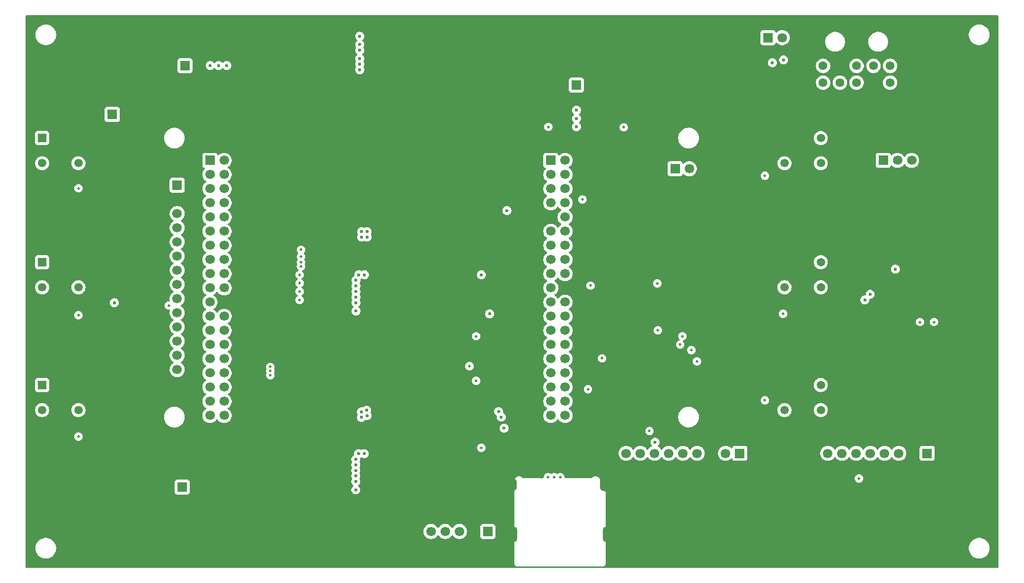
<source format=gbr>
%TF.GenerationSoftware,KiCad,Pcbnew,9.0.1*%
%TF.CreationDate,2026-01-28T18:49:11-04:00*%
%TF.ProjectId,power regulation,706f7765-7220-4726-9567-756c6174696f,1*%
%TF.SameCoordinates,Original*%
%TF.FileFunction,Copper,L2,Inr*%
%TF.FilePolarity,Positive*%
%FSLAX46Y46*%
G04 Gerber Fmt 4.6, Leading zero omitted, Abs format (unit mm)*
G04 Created by KiCad (PCBNEW 9.0.1) date 2026-01-28 18:49:11*
%MOMM*%
%LPD*%
G01*
G04 APERTURE LIST*
%TA.AperFunction,ComponentPad*%
%ADD10R,1.700000X1.700000*%
%TD*%
%TA.AperFunction,ComponentPad*%
%ADD11C,1.700000*%
%TD*%
%TA.AperFunction,ComponentPad*%
%ADD12R,1.508000X1.508000*%
%TD*%
%TA.AperFunction,ComponentPad*%
%ADD13C,1.508000*%
%TD*%
%TA.AperFunction,ComponentPad*%
%ADD14O,1.550000X2.350000*%
%TD*%
%TA.AperFunction,ComponentPad*%
%ADD15O,1.050000X2.700000*%
%TD*%
%TA.AperFunction,ComponentPad*%
%ADD16C,1.574800*%
%TD*%
%TA.AperFunction,ViaPad*%
%ADD17C,0.600000*%
%TD*%
%TA.AperFunction,ViaPad*%
%ADD18C,0.500000*%
%TD*%
G04 APERTURE END LIST*
D10*
%TO.N,HeaterPre*%
%TO.C,+ Ref_Res -*%
X202725000Y-46500000D03*
D11*
%TO.N,Heater+*%
X205265000Y-46500000D03*
%TD*%
D10*
%TO.N,WAKE*%
%TO.C,STM_CN10*%
X163862500Y-68500000D03*
D11*
%TO.N,SD_CS*%
X166402500Y-68500000D03*
%TO.N,N/C*%
X163862500Y-71040000D03*
%TO.N,B4*%
X166402500Y-71040000D03*
%TO.N,N/C*%
X163862500Y-73580000D03*
%TO.N,RTD_CS*%
X166402500Y-73580000D03*
%TO.N,N/C*%
X163862500Y-76120000D03*
X166402500Y-76120000D03*
%TO.N,GND*%
X163862500Y-78660000D03*
%TO.N,N/C*%
X166402500Y-78660000D03*
%TO.N,DISPL_SCK*%
X163862500Y-81200000D03*
%TO.N,N/C*%
X166402500Y-81200000D03*
%TO.N,TOUCH_MISO*%
X163862500Y-83740000D03*
%TO.N,N/C*%
X166402500Y-83740000D03*
%TO.N,DISPL_MOSI*%
X163862500Y-86280000D03*
%TO.N,B5*%
X166402500Y-86280000D03*
%TO.N,N/C*%
X163862500Y-88820000D03*
X166402500Y-88820000D03*
%TO.N,EXCIT2*%
X163862500Y-91360000D03*
%TO.N,GND*%
X166402500Y-91360000D03*
%TO.N,TX*%
X163862500Y-93900000D03*
%TO.N,EXCIT1*%
X166402500Y-93900000D03*
%TO.N,B6*%
X163862500Y-96440000D03*
%TO.N,N/C*%
X166402500Y-96440000D03*
X163862500Y-98980000D03*
%TO.N,MAX_SDI*%
X166402500Y-98980000D03*
%TO.N,N/C*%
X163862500Y-101520000D03*
%TO.N,MAX_SDO*%
X166402500Y-101520000D03*
%TO.N,N/C*%
X163862500Y-104060000D03*
%TO.N,MAX_SCK*%
X166402500Y-104060000D03*
%TO.N,N/C*%
X163862500Y-106600000D03*
X166402500Y-106600000D03*
%TO.N,RX*%
X163862500Y-109140000D03*
%TO.N,B3*%
X166402500Y-109140000D03*
%TO.N,N/C*%
X163862500Y-111680000D03*
X166402500Y-111680000D03*
X163862500Y-114220000D03*
X166402500Y-114220000D03*
%TD*%
D10*
%TO.N,/8V*%
%TO.C,J1*%
X168412500Y-55000000D03*
D11*
%TO.N,GND*%
X170952500Y-55000000D03*
%TD*%
D12*
%TO.N,GND*%
%TO.C,PB-5*%
X205662500Y-86750000D03*
D13*
%TO.N,N/C*%
X212162500Y-86750000D03*
%TO.N,B5*%
X205662500Y-91250000D03*
%TO.N,N/C*%
X212162500Y-91250000D03*
%TD*%
D10*
%TO.N,RTD-*%
%TO.C,RTD*%
X223332500Y-68500000D03*
D11*
%TO.N,RTDSens*%
X225872500Y-68500000D03*
%TO.N,RTD+*%
X228412500Y-68500000D03*
%TD*%
D12*
%TO.N,GND*%
%TO.C,PB-4*%
X205662500Y-64500000D03*
D13*
%TO.N,N/C*%
X212162500Y-64500000D03*
%TO.N,B4*%
X205662500Y-69000000D03*
%TO.N,N/C*%
X212162500Y-69000000D03*
%TD*%
D10*
%TO.N,/3.3V*%
%TO.C,MAX31856*%
X197660000Y-121000000D03*
D11*
%TO.N,N/C*%
X195120000Y-121000000D03*
%TO.N,GND*%
X192580000Y-121000000D03*
%TO.N,MAX_SCK*%
X190040000Y-121000000D03*
%TO.N,MAX_SDO*%
X187500000Y-121000000D03*
%TO.N,MAX_SDI*%
X184960000Y-121000000D03*
%TO.N,Therm_CS*%
X182420000Y-121000000D03*
%TO.N,N/C*%
X179880000Y-121000000D03*
X177340000Y-121000000D03*
%TD*%
D12*
%TO.N,GND*%
%TO.C,PB-6*%
X205662500Y-108750000D03*
D13*
%TO.N,N/C*%
X212162500Y-108750000D03*
%TO.N,B6*%
X205662500Y-113250000D03*
%TO.N,N/C*%
X212162500Y-113250000D03*
%TD*%
D14*
%TO.N,GND*%
%TO.C,SD_Reader*%
X157000000Y-126650000D03*
X173450000Y-126650000D03*
D15*
X157300000Y-135550000D03*
X173700000Y-135550000D03*
%TD*%
D12*
%TO.N,N/C*%
%TO.C,PB-3*%
X72837500Y-108750000D03*
D13*
%TO.N,GND*%
X79337500Y-108750000D03*
%TO.N,N/C*%
X72837500Y-113250000D03*
%TO.N,B3*%
X79337500Y-113250000D03*
%TD*%
D10*
%TO.N,/3.3V*%
%TO.C,J3*%
X85385000Y-60275000D03*
D11*
%TO.N,GND*%
X85385000Y-57735000D03*
%TD*%
D10*
%TO.N,/3.3V*%
%TO.C,TFT_DISPLAY_Pinout*%
X97000000Y-72960000D03*
D11*
%TO.N,GND*%
X97000000Y-75500000D03*
%TO.N,DISPL_CS*%
X97000000Y-78040000D03*
%TO.N,DISPL_RST*%
X97000000Y-80580000D03*
%TO.N,DISPL_DC*%
X97000000Y-83120000D03*
%TO.N,DISPL_MOSI*%
X97000000Y-85660000D03*
%TO.N,DISPL_SCK*%
X97000000Y-88200000D03*
%TO.N,DISPL_LED*%
X97000000Y-90740000D03*
%TO.N,N/C*%
X97000000Y-93280000D03*
%TO.N,DISPL_SCK*%
X97000000Y-95820000D03*
%TO.N,N/C*%
X97000000Y-98360000D03*
X97000000Y-100900000D03*
%TO.N,TOUCH_MISO*%
X97000000Y-103440000D03*
%TO.N,N/C*%
X97000000Y-105980000D03*
%TD*%
D10*
%TO.N,/3.3V*%
%TO.C,MAX31865*%
X231200000Y-121000000D03*
D11*
%TO.N,GND*%
X228660000Y-121000000D03*
%TO.N,N/C*%
X226120000Y-121000000D03*
%TO.N,MAX_SCK*%
X223580000Y-121000000D03*
%TO.N,MAX_SDO*%
X221040000Y-121000000D03*
%TO.N,MAX_SDI*%
X218500000Y-121000000D03*
%TO.N,RTD_CS*%
X215960000Y-121000000D03*
%TO.N,N/C*%
X213420000Y-121000000D03*
%TD*%
D10*
%TO.N,/5V*%
%TO.C,J2*%
X97912500Y-127040000D03*
D11*
%TO.N,GND*%
X97912500Y-124500000D03*
%TD*%
D12*
%TO.N,N/C*%
%TO.C,PB-1*%
X72837500Y-64500000D03*
D13*
%TO.N,GND*%
X79337500Y-64500000D03*
%TO.N,N/C*%
X72837500Y-69000000D03*
%TO.N,B1*%
X79337500Y-69000000D03*
%TD*%
D16*
%TO.N,Heater+*%
%TO.C,Connector*%
X212572902Y-51564301D03*
%TO.N,GND*%
X215572901Y-51564301D03*
%TO.N,Thermocouple-*%
X218572900Y-51564301D03*
%TO.N,N/C*%
X221572899Y-51564301D03*
%TO.N,Thermocouple+*%
X224572898Y-51564301D03*
%TO.N,RTD-*%
X212572902Y-54564300D03*
%TO.N,RTD+*%
X215572901Y-54564300D03*
%TO.N,RTDSens*%
X218572900Y-54564300D03*
%TO.N,GND*%
X221572899Y-54564300D03*
%TO.N,N/C*%
X224572898Y-54564300D03*
%TD*%
D10*
%TO.N,/3.3V*%
%TO.C,GPS_Pinout*%
X152580000Y-135000000D03*
D11*
%TO.N,GND*%
X150040000Y-135000000D03*
%TO.N,RX*%
X147500000Y-135000000D03*
%TO.N,TX*%
X144960000Y-135000000D03*
%TO.N,WAKE*%
X142420000Y-135000000D03*
%TD*%
D10*
%TO.N,Thermocouple+*%
%TO.C,Thermocouple*%
X186087500Y-70000000D03*
D11*
%TO.N,Thermocouple-*%
X188627500Y-70000000D03*
%TD*%
D12*
%TO.N,N/C*%
%TO.C,PB-2*%
X72837500Y-86750000D03*
D13*
%TO.N,GND*%
X79337500Y-86750000D03*
%TO.N,N/C*%
X72837500Y-91250000D03*
%TO.N,B2*%
X79337500Y-91250000D03*
%TD*%
D10*
%TO.N,/Pin*%
%TO.C,J1*%
X98412500Y-51540000D03*
D11*
%TO.N,GND*%
X98412500Y-49000000D03*
%TD*%
D10*
%TO.N,N/C*%
%TO.C,STM_CN7*%
X102862500Y-68500000D03*
D11*
X105402500Y-68500000D03*
X102862500Y-71040000D03*
%TO.N,B1*%
X105402500Y-71040000D03*
%TO.N,N/C*%
X102862500Y-73580000D03*
%TO.N,/5V*%
X105402500Y-73580000D03*
%TO.N,N/C*%
X102862500Y-76120000D03*
X105402500Y-76120000D03*
X102862500Y-78660000D03*
X105402500Y-78660000D03*
X102862500Y-81200000D03*
X105402500Y-81200000D03*
X102862500Y-83740000D03*
X105402500Y-83740000D03*
X102862500Y-86280000D03*
X105402500Y-86280000D03*
X102862500Y-88820000D03*
X105402500Y-88820000D03*
X102862500Y-91360000D03*
X105402500Y-91360000D03*
X102862500Y-93900000D03*
%TO.N,GND*%
X105402500Y-93900000D03*
%TO.N,B2*%
X102862500Y-96440000D03*
%TO.N,N/C*%
X105402500Y-96440000D03*
X102862500Y-98980000D03*
X105402500Y-98980000D03*
X102862500Y-101520000D03*
X105402500Y-101520000D03*
X102862500Y-104060000D03*
X105402500Y-104060000D03*
X102862500Y-106600000D03*
%TO.N,Therm_CS*%
X105402500Y-106600000D03*
%TO.N,N/C*%
X102862500Y-109140000D03*
X105402500Y-109140000D03*
%TO.N,DISPL_RST*%
X102862500Y-111680000D03*
%TO.N,DISPL_DC*%
X105402500Y-111680000D03*
%TO.N,DISPL_CS*%
X102862500Y-114220000D03*
%TO.N,DISPL_LED*%
X105402500Y-114220000D03*
%TD*%
D17*
%TO.N,Heater+*%
X205500000Y-50500000D03*
%TO.N,HeaterPre*%
X203500000Y-51000000D03*
%TO.N,MAX_SDI*%
X182500000Y-119000000D03*
D18*
%TO.N,MAX_SCK*%
X181500000Y-117000000D03*
D17*
%TO.N,GND*%
X120959500Y-135557500D03*
X123959500Y-108057500D03*
X132061226Y-85459968D03*
X127500000Y-97000000D03*
X126412500Y-49500000D03*
X132167190Y-117446624D03*
X127500000Y-88500000D03*
X132000000Y-77000000D03*
X129662500Y-55250000D03*
X155662500Y-56355000D03*
X137162500Y-56250000D03*
X102912500Y-49000000D03*
X141615500Y-49750000D03*
X117000000Y-100750000D03*
X130747633Y-85246027D03*
X148162500Y-48750000D03*
X139500000Y-97000000D03*
X149162500Y-48750000D03*
X126412500Y-46500000D03*
X132957606Y-117442802D03*
X116959500Y-129557500D03*
X104912500Y-120250000D03*
X128063000Y-73605000D03*
X145912500Y-84000000D03*
X132615500Y-67250000D03*
X127459500Y-123557500D03*
X223200000Y-89227050D03*
X187012500Y-82230000D03*
X116959500Y-125557500D03*
X127500000Y-98000000D03*
X130162500Y-70855000D03*
X126750000Y-79000000D03*
X133000000Y-77000000D03*
X96635000Y-57735000D03*
X139797000Y-88500000D03*
X148162500Y-49750000D03*
X145709500Y-116562500D03*
X127459500Y-129057500D03*
X135162500Y-55250000D03*
X135000000Y-93000000D03*
X154912500Y-68000000D03*
X127459500Y-122557500D03*
X142750000Y-78500000D03*
X130952355Y-86704946D03*
X127459500Y-120557500D03*
X189512500Y-82230000D03*
X134959500Y-125057500D03*
X130918209Y-116840815D03*
X136162500Y-54250000D03*
X137912500Y-76000000D03*
X127500000Y-92500000D03*
X139959500Y-120557500D03*
X129736680Y-56005963D03*
X127459500Y-132057500D03*
X116959500Y-118557500D03*
X138662500Y-49250000D03*
X145615500Y-48750000D03*
X144959500Y-111557500D03*
X124000000Y-76750000D03*
X131500000Y-86000000D03*
X131038303Y-117451962D03*
X143750000Y-78500000D03*
X136162500Y-55250000D03*
X92135000Y-57735000D03*
X117000000Y-98250000D03*
X226500000Y-89500000D03*
X130709499Y-55697800D03*
X138662500Y-48250000D03*
X132062500Y-84815462D03*
X132217897Y-118028415D03*
X118959500Y-135557500D03*
X134000000Y-77000000D03*
X135662500Y-50250000D03*
X170952500Y-62500000D03*
X129959500Y-111057500D03*
X143959500Y-111057500D03*
X116959500Y-127557500D03*
X132747517Y-85419134D03*
X133500000Y-95500000D03*
X137662500Y-49250000D03*
X136063000Y-73605000D03*
X127459500Y-121557500D03*
X127500000Y-90500000D03*
X144162500Y-71855000D03*
X116959500Y-135557500D03*
X132959500Y-109057500D03*
D18*
X175912500Y-59000000D03*
D17*
X136162500Y-53250000D03*
X127459500Y-128057500D03*
X151162500Y-48750000D03*
X134063000Y-73605000D03*
X142959500Y-111057500D03*
X138500000Y-95750000D03*
X127500000Y-95000000D03*
X151162500Y-49750000D03*
X147412500Y-71855000D03*
X133459500Y-127557500D03*
X144750000Y-85750000D03*
X131500000Y-97500000D03*
X128162500Y-55750000D03*
X152162500Y-48750000D03*
X132823706Y-118039090D03*
X141615500Y-48750000D03*
X132912500Y-106000000D03*
X221000000Y-94000000D03*
X132081242Y-86064443D03*
X103662500Y-121500000D03*
X132012000Y-56000000D03*
X131615500Y-67250000D03*
X133459500Y-121557500D03*
X116959500Y-116057500D03*
X122662500Y-58855000D03*
X118959500Y-113557500D03*
X132797800Y-86027145D03*
X137162500Y-53250000D03*
X135162500Y-53250000D03*
X143459500Y-118057500D03*
X127162500Y-69855000D03*
X137662500Y-50250000D03*
X127459500Y-127057500D03*
X124662500Y-56750000D03*
X131951020Y-118778337D03*
X131849059Y-86660912D03*
X127459500Y-119557500D03*
X190512500Y-98730000D03*
X129459500Y-129557500D03*
X132794350Y-118719624D03*
X132012000Y-55250000D03*
X123250000Y-103000000D03*
X141459500Y-120557500D03*
X144750000Y-79250000D03*
X105912500Y-49000000D03*
X139912500Y-77000000D03*
X117000000Y-93250000D03*
X170952500Y-59500000D03*
X131598744Y-117766876D03*
X145912500Y-82000000D03*
X131615500Y-68250000D03*
X127500000Y-89500000D03*
X134459500Y-121557500D03*
X117000000Y-85250000D03*
X130959500Y-118057500D03*
X144615500Y-49750000D03*
X130820251Y-86020408D03*
X130063000Y-73605000D03*
X141297000Y-88500000D03*
X133500000Y-89500000D03*
X132079121Y-116870171D03*
X132063000Y-73605000D03*
X136162500Y-56250000D03*
X121459500Y-110557500D03*
X127459500Y-124557500D03*
X122662500Y-60855000D03*
X127500000Y-101000000D03*
X128162500Y-54750000D03*
X132727631Y-116918209D03*
X127459500Y-125557500D03*
X139500000Y-95750000D03*
X128000000Y-77500000D03*
X140412500Y-108750000D03*
X127500000Y-100000000D03*
X134662500Y-45750000D03*
X124662500Y-54750000D03*
X117000000Y-103000000D03*
X145709500Y-114562500D03*
X144615500Y-48750000D03*
X122959500Y-135557500D03*
X131459500Y-129557500D03*
X133959500Y-109057500D03*
X122662500Y-62855000D03*
X134750000Y-89500000D03*
X94385000Y-57735000D03*
X132615500Y-68250000D03*
X144959500Y-118057500D03*
X137959500Y-107057500D03*
X143250000Y-85750000D03*
X126063000Y-73605000D03*
X128459500Y-109057500D03*
X125959500Y-135557500D03*
X117000000Y-88000000D03*
X118750000Y-103000000D03*
X142615500Y-49750000D03*
X170952500Y-61000000D03*
X137662500Y-48250000D03*
X127500000Y-87500000D03*
X152162500Y-49750000D03*
X127500000Y-99000000D03*
X133000000Y-97500000D03*
X132959500Y-129557500D03*
X141297000Y-87500000D03*
X117000000Y-95750000D03*
X116959500Y-113557500D03*
X138459500Y-127557500D03*
D18*
X232412500Y-101000000D03*
D17*
X154412500Y-71000000D03*
X135162500Y-56250000D03*
X117000000Y-90750000D03*
X131404710Y-85423940D03*
X116959500Y-131557500D03*
X135162500Y-54250000D03*
X138662500Y-50250000D03*
X129750000Y-79000000D03*
X134959500Y-124057500D03*
X139500000Y-94750000D03*
X126459500Y-111057500D03*
X102412500Y-122750000D03*
X132586825Y-86694597D03*
X121750000Y-103000000D03*
X131239221Y-84842142D03*
X137162500Y-54250000D03*
X116959500Y-133557500D03*
X137162500Y-55250000D03*
X141459500Y-118557500D03*
X127500000Y-91500000D03*
X127459500Y-131057500D03*
X142615500Y-48750000D03*
D18*
X162250000Y-125300000D03*
D17*
X139459500Y-127557500D03*
X122662500Y-66855000D03*
X141459500Y-119557500D03*
X131959500Y-109057500D03*
X130990266Y-118714287D03*
X127500000Y-96000000D03*
X135662500Y-47250000D03*
X141297000Y-86500000D03*
D18*
X175912500Y-52000000D03*
D17*
X154912500Y-64355000D03*
X121250000Y-79250000D03*
D18*
X229912500Y-101000000D03*
D17*
X145615500Y-49750000D03*
X127500000Y-93500000D03*
X127459500Y-133057500D03*
X149162500Y-49750000D03*
X104412500Y-49000000D03*
X127459500Y-130057500D03*
X129500000Y-97500000D03*
X122662500Y-64855000D03*
X182912500Y-87000000D03*
X124662500Y-69855000D03*
X132773786Y-84815462D03*
X131556044Y-118327316D03*
X122662500Y-68855000D03*
X139459500Y-126557500D03*
X135000000Y-92000000D03*
X139459500Y-128557500D03*
X183100000Y-102730000D03*
X120250000Y-103000000D03*
X129412500Y-106000000D03*
X190512500Y-92230000D03*
X151162500Y-71855000D03*
%TO.N,RTDSens*%
X225500000Y-88000000D03*
D18*
%TO.N,MAX_SCK*%
X190000000Y-104500000D03*
X187000000Y-101500000D03*
%TO.N,MAX_SDO*%
X219000000Y-125500000D03*
X189000000Y-102500000D03*
D17*
X220051000Y-93500000D03*
D18*
X187412500Y-100000000D03*
%TO.N,MOSFETGait1*%
X176912500Y-62566800D03*
X163412500Y-62500000D03*
%TO.N,Therm_CS*%
X149287500Y-105375000D03*
D17*
%TO.N,RTD_CS*%
X221000000Y-92500000D03*
%TO.N,/Pin*%
X129959500Y-114557500D03*
X102912500Y-51500000D03*
X128959500Y-126057500D03*
X129662500Y-47750000D03*
X129000000Y-91000000D03*
X128959500Y-127557500D03*
X131000000Y-81250000D03*
X128959500Y-124057500D03*
X104412500Y-51500000D03*
X130912500Y-113250000D03*
X105872500Y-51500000D03*
X129662500Y-48750000D03*
X129662500Y-52250000D03*
X131000000Y-82250000D03*
X130959500Y-114250000D03*
X130000000Y-81250000D03*
X129000000Y-95500000D03*
X130000000Y-82250000D03*
X130459500Y-121057500D03*
X129500000Y-89000000D03*
X129662500Y-46250000D03*
X129000000Y-90000000D03*
X129959500Y-113557500D03*
X129662500Y-51250000D03*
X129459500Y-121057500D03*
X128959500Y-123057500D03*
X129000000Y-92000000D03*
X129662500Y-50250000D03*
X128959500Y-125057500D03*
X128959500Y-122057500D03*
X129000000Y-93000000D03*
X130500000Y-89000000D03*
X129000000Y-94000000D03*
D18*
%TO.N,/5V*%
X113662500Y-106250000D03*
X113662500Y-105500000D03*
X113662500Y-107000000D03*
%TO.N,/3.3V*%
X79337500Y-73500000D03*
X164450000Y-125300000D03*
X119162500Y-85750000D03*
X232412500Y-97462500D03*
X118912500Y-89000000D03*
X202162500Y-111500000D03*
X119162500Y-87500000D03*
X119162500Y-86750000D03*
X118912500Y-93500000D03*
X79337500Y-118000000D03*
X79337500Y-96250000D03*
X205412500Y-96000000D03*
X118912500Y-92000000D03*
X229912500Y-97462500D03*
X119162500Y-84500000D03*
X202162500Y-71250000D03*
X183000000Y-98962500D03*
X182912500Y-90537500D03*
X118912500Y-90500000D03*
D17*
%TO.N,/8V*%
X168452500Y-62460000D03*
X168452500Y-61000000D03*
X168452500Y-59500000D03*
D18*
%TO.N,DISPL_MOSI*%
X165550000Y-125300000D03*
D17*
X85750000Y-94000000D03*
D18*
X150500000Y-100000000D03*
X150500000Y-108000000D03*
%TO.N,DISPL_SCK*%
X163350000Y-125300000D03*
X151412500Y-120000000D03*
D17*
X151412500Y-89000000D03*
%TO.N,TOUCH_MISO*%
X152912500Y-96000000D03*
%TO.N,WAKE*%
X154512500Y-113500000D03*
X156000000Y-77500000D03*
D18*
%TO.N,B5*%
X170962500Y-90938750D03*
%TO.N,B6*%
X173025130Y-103974870D03*
D17*
%TO.N,RX*%
X155500000Y-116500000D03*
D18*
%TO.N,B2*%
X95500000Y-94500000D03*
D17*
%TO.N,TX*%
X155000000Y-114500000D03*
D18*
%TO.N,SD_CS*%
X170500000Y-109500000D03*
X169500000Y-75500000D03*
%TD*%
%TA.AperFunction,Conductor*%
%TO.N,GND*%
G36*
X243855039Y-42520185D02*
G01*
X243900794Y-42572989D01*
X243912000Y-42624500D01*
X243912000Y-141375500D01*
X243892315Y-141442539D01*
X243839511Y-141488294D01*
X243788000Y-141499500D01*
X70037000Y-141499500D01*
X69969961Y-141479815D01*
X69924206Y-141427011D01*
X69913000Y-141375500D01*
X69913000Y-137878711D01*
X71649500Y-137878711D01*
X71649500Y-138121288D01*
X71681161Y-138361785D01*
X71743947Y-138596104D01*
X71836773Y-138820205D01*
X71836776Y-138820212D01*
X71958064Y-139030289D01*
X71958066Y-139030292D01*
X71958067Y-139030293D01*
X72105733Y-139222736D01*
X72105739Y-139222743D01*
X72277256Y-139394260D01*
X72277262Y-139394265D01*
X72469711Y-139541936D01*
X72679788Y-139663224D01*
X72903900Y-139756054D01*
X73138211Y-139818838D01*
X73318586Y-139842584D01*
X73378711Y-139850500D01*
X73378712Y-139850500D01*
X73621289Y-139850500D01*
X73669388Y-139844167D01*
X73861789Y-139818838D01*
X74096100Y-139756054D01*
X74320212Y-139663224D01*
X74530289Y-139541936D01*
X74722738Y-139394265D01*
X74894265Y-139222738D01*
X75041936Y-139030289D01*
X75163224Y-138820212D01*
X75256054Y-138596100D01*
X75318838Y-138361789D01*
X75350500Y-138121288D01*
X75350500Y-137878712D01*
X75318838Y-137638211D01*
X75256054Y-137403900D01*
X75163224Y-137179788D01*
X75041936Y-136969711D01*
X74894265Y-136777262D01*
X74894260Y-136777256D01*
X74722743Y-136605739D01*
X74722736Y-136605733D01*
X74530293Y-136458067D01*
X74530292Y-136458066D01*
X74530289Y-136458064D01*
X74320212Y-136336776D01*
X74320205Y-136336773D01*
X74096104Y-136243947D01*
X73861785Y-136181161D01*
X73621289Y-136149500D01*
X73621288Y-136149500D01*
X73378712Y-136149500D01*
X73378711Y-136149500D01*
X73138214Y-136181161D01*
X72903895Y-136243947D01*
X72679794Y-136336773D01*
X72679785Y-136336777D01*
X72469706Y-136458067D01*
X72277263Y-136605733D01*
X72277256Y-136605739D01*
X72105739Y-136777256D01*
X72105733Y-136777263D01*
X71958067Y-136969706D01*
X71836777Y-137179785D01*
X71836773Y-137179794D01*
X71743947Y-137403895D01*
X71681161Y-137638214D01*
X71649500Y-137878711D01*
X69913000Y-137878711D01*
X69913000Y-134893713D01*
X141069500Y-134893713D01*
X141069500Y-135106286D01*
X141102753Y-135316239D01*
X141168444Y-135518414D01*
X141264951Y-135707820D01*
X141389890Y-135879786D01*
X141540213Y-136030109D01*
X141712179Y-136155048D01*
X141712181Y-136155049D01*
X141712184Y-136155051D01*
X141901588Y-136251557D01*
X142103757Y-136317246D01*
X142313713Y-136350500D01*
X142313714Y-136350500D01*
X142526286Y-136350500D01*
X142526287Y-136350500D01*
X142736243Y-136317246D01*
X142938412Y-136251557D01*
X143127816Y-136155051D01*
X143214138Y-136092335D01*
X143299786Y-136030109D01*
X143299788Y-136030106D01*
X143299792Y-136030104D01*
X143450104Y-135879792D01*
X143450106Y-135879788D01*
X143450109Y-135879786D01*
X143575048Y-135707820D01*
X143575047Y-135707820D01*
X143575051Y-135707816D01*
X143579514Y-135699054D01*
X143627488Y-135648259D01*
X143695308Y-135631463D01*
X143761444Y-135653999D01*
X143800486Y-135699056D01*
X143804951Y-135707820D01*
X143929890Y-135879786D01*
X144080213Y-136030109D01*
X144252179Y-136155048D01*
X144252181Y-136155049D01*
X144252184Y-136155051D01*
X144441588Y-136251557D01*
X144643757Y-136317246D01*
X144853713Y-136350500D01*
X144853714Y-136350500D01*
X145066286Y-136350500D01*
X145066287Y-136350500D01*
X145276243Y-136317246D01*
X145478412Y-136251557D01*
X145667816Y-136155051D01*
X145754138Y-136092335D01*
X145839786Y-136030109D01*
X145839788Y-136030106D01*
X145839792Y-136030104D01*
X145990104Y-135879792D01*
X145990106Y-135879788D01*
X145990109Y-135879786D01*
X146115048Y-135707820D01*
X146115047Y-135707820D01*
X146115051Y-135707816D01*
X146119514Y-135699054D01*
X146167488Y-135648259D01*
X146235308Y-135631463D01*
X146301444Y-135653999D01*
X146340486Y-135699056D01*
X146344951Y-135707820D01*
X146469890Y-135879786D01*
X146620213Y-136030109D01*
X146792179Y-136155048D01*
X146792181Y-136155049D01*
X146792184Y-136155051D01*
X146981588Y-136251557D01*
X147183757Y-136317246D01*
X147393713Y-136350500D01*
X147393714Y-136350500D01*
X147606286Y-136350500D01*
X147606287Y-136350500D01*
X147816243Y-136317246D01*
X148018412Y-136251557D01*
X148207816Y-136155051D01*
X148294138Y-136092335D01*
X148379786Y-136030109D01*
X148379788Y-136030106D01*
X148379792Y-136030104D01*
X148530104Y-135879792D01*
X148530106Y-135879788D01*
X148530109Y-135879786D01*
X148655048Y-135707820D01*
X148655047Y-135707820D01*
X148655051Y-135707816D01*
X148751557Y-135518412D01*
X148817246Y-135316243D01*
X148850500Y-135106287D01*
X148850500Y-134893713D01*
X148817246Y-134683757D01*
X148751557Y-134481588D01*
X148655051Y-134292184D01*
X148530104Y-134120208D01*
X148512031Y-134102135D01*
X151229500Y-134102135D01*
X151229500Y-135897870D01*
X151229501Y-135897876D01*
X151235908Y-135957483D01*
X151286202Y-136092328D01*
X151286206Y-136092335D01*
X151372452Y-136207544D01*
X151372455Y-136207547D01*
X151487664Y-136293793D01*
X151487671Y-136293797D01*
X151622517Y-136344091D01*
X151622516Y-136344091D01*
X151629444Y-136344835D01*
X151682127Y-136350500D01*
X153477872Y-136350499D01*
X153537483Y-136344091D01*
X153672331Y-136293796D01*
X153787546Y-136207546D01*
X153873796Y-136092331D01*
X153924091Y-135957483D01*
X153930500Y-135897873D01*
X153930499Y-134102128D01*
X153924091Y-134042517D01*
X153873796Y-133907669D01*
X153873795Y-133907668D01*
X153873793Y-133907664D01*
X153787547Y-133792455D01*
X153787544Y-133792452D01*
X153672335Y-133706206D01*
X153672328Y-133706202D01*
X153537482Y-133655908D01*
X153537483Y-133655908D01*
X153477883Y-133649501D01*
X153477881Y-133649500D01*
X153477873Y-133649500D01*
X153477864Y-133649500D01*
X151682129Y-133649500D01*
X151682123Y-133649501D01*
X151622516Y-133655908D01*
X151487671Y-133706202D01*
X151487664Y-133706206D01*
X151372455Y-133792452D01*
X151372452Y-133792455D01*
X151286206Y-133907664D01*
X151286202Y-133907671D01*
X151235908Y-134042517D01*
X151229501Y-134102116D01*
X151229501Y-134102123D01*
X151229500Y-134102135D01*
X148512031Y-134102135D01*
X148379792Y-133969896D01*
X148379786Y-133969890D01*
X148207820Y-133844951D01*
X148018414Y-133748444D01*
X148018413Y-133748443D01*
X148018412Y-133748443D01*
X147816243Y-133682754D01*
X147816241Y-133682753D01*
X147816240Y-133682753D01*
X147654957Y-133657208D01*
X147606287Y-133649500D01*
X147393713Y-133649500D01*
X147345042Y-133657208D01*
X147183760Y-133682753D01*
X146981585Y-133748444D01*
X146792179Y-133844951D01*
X146620213Y-133969890D01*
X146469890Y-134120213D01*
X146344949Y-134292182D01*
X146340484Y-134300946D01*
X146292509Y-134351742D01*
X146224688Y-134368536D01*
X146158553Y-134345998D01*
X146119516Y-134300946D01*
X146115050Y-134292182D01*
X145990109Y-134120213D01*
X145839786Y-133969890D01*
X145667820Y-133844951D01*
X145478414Y-133748444D01*
X145478413Y-133748443D01*
X145478412Y-133748443D01*
X145276243Y-133682754D01*
X145276241Y-133682753D01*
X145276240Y-133682753D01*
X145114957Y-133657208D01*
X145066287Y-133649500D01*
X144853713Y-133649500D01*
X144805042Y-133657208D01*
X144643760Y-133682753D01*
X144441585Y-133748444D01*
X144252179Y-133844951D01*
X144080213Y-133969890D01*
X143929890Y-134120213D01*
X143804949Y-134292182D01*
X143800484Y-134300946D01*
X143752509Y-134351742D01*
X143684688Y-134368536D01*
X143618553Y-134345998D01*
X143579516Y-134300946D01*
X143575050Y-134292182D01*
X143450109Y-134120213D01*
X143299786Y-133969890D01*
X143127820Y-133844951D01*
X142938414Y-133748444D01*
X142938413Y-133748443D01*
X142938412Y-133748443D01*
X142736243Y-133682754D01*
X142736241Y-133682753D01*
X142736240Y-133682753D01*
X142574957Y-133657208D01*
X142526287Y-133649500D01*
X142313713Y-133649500D01*
X142265042Y-133657208D01*
X142103760Y-133682753D01*
X141901585Y-133748444D01*
X141712179Y-133844951D01*
X141540213Y-133969890D01*
X141389890Y-134120213D01*
X141264951Y-134292179D01*
X141168444Y-134481585D01*
X141102753Y-134683760D01*
X141069500Y-134893713D01*
X69913000Y-134893713D01*
X69913000Y-126142135D01*
X96562000Y-126142135D01*
X96562000Y-127937870D01*
X96562001Y-127937876D01*
X96568408Y-127997483D01*
X96618702Y-128132328D01*
X96618706Y-128132335D01*
X96704952Y-128247544D01*
X96704955Y-128247547D01*
X96820164Y-128333793D01*
X96820171Y-128333797D01*
X96955017Y-128384091D01*
X96955016Y-128384091D01*
X96961944Y-128384835D01*
X97014627Y-128390500D01*
X98810372Y-128390499D01*
X98869983Y-128384091D01*
X99004831Y-128333796D01*
X99120046Y-128247546D01*
X99206296Y-128132331D01*
X99256591Y-127997483D01*
X99263000Y-127937873D01*
X99262999Y-126142128D01*
X99256591Y-126082517D01*
X99217852Y-125978653D01*
X99206297Y-125947671D01*
X99206293Y-125947664D01*
X99120047Y-125832455D01*
X99120044Y-125832452D01*
X99004835Y-125746206D01*
X99004828Y-125746202D01*
X98869982Y-125695908D01*
X98869983Y-125695908D01*
X98810383Y-125689501D01*
X98810381Y-125689500D01*
X98810373Y-125689500D01*
X98810364Y-125689500D01*
X97014629Y-125689500D01*
X97014623Y-125689501D01*
X96955016Y-125695908D01*
X96820171Y-125746202D01*
X96820164Y-125746206D01*
X96704955Y-125832452D01*
X96704952Y-125832455D01*
X96618706Y-125947664D01*
X96618702Y-125947671D01*
X96568408Y-126082517D01*
X96562001Y-126142116D01*
X96562001Y-126142123D01*
X96562000Y-126142135D01*
X69913000Y-126142135D01*
X69913000Y-121978653D01*
X128159000Y-121978653D01*
X128159000Y-122136346D01*
X128189761Y-122290989D01*
X128189764Y-122291001D01*
X128250102Y-122436672D01*
X128250109Y-122436685D01*
X128284804Y-122488609D01*
X128305682Y-122555286D01*
X128287198Y-122622667D01*
X128284804Y-122626391D01*
X128250109Y-122678314D01*
X128250102Y-122678327D01*
X128189764Y-122823998D01*
X128189761Y-122824010D01*
X128159000Y-122978653D01*
X128159000Y-123136346D01*
X128189761Y-123290989D01*
X128189764Y-123291001D01*
X128250102Y-123436672D01*
X128250109Y-123436685D01*
X128284804Y-123488609D01*
X128305682Y-123555286D01*
X128287198Y-123622667D01*
X128284804Y-123626391D01*
X128250109Y-123678314D01*
X128250102Y-123678327D01*
X128189764Y-123823998D01*
X128189761Y-123824010D01*
X128159000Y-123978653D01*
X128159000Y-124136346D01*
X128189761Y-124290989D01*
X128189764Y-124291001D01*
X128250102Y-124436672D01*
X128250109Y-124436685D01*
X128284804Y-124488609D01*
X128305682Y-124555286D01*
X128287198Y-124622667D01*
X128284804Y-124626391D01*
X128250109Y-124678314D01*
X128250102Y-124678327D01*
X128189764Y-124823998D01*
X128189761Y-124824010D01*
X128159000Y-124978653D01*
X128159000Y-125136346D01*
X128189761Y-125290989D01*
X128189764Y-125291001D01*
X128250102Y-125436672D01*
X128250109Y-125436685D01*
X128284804Y-125488609D01*
X128305682Y-125555286D01*
X128287198Y-125622667D01*
X128284804Y-125626391D01*
X128250109Y-125678314D01*
X128250102Y-125678327D01*
X128189764Y-125823998D01*
X128189761Y-125824010D01*
X128159000Y-125978653D01*
X128159000Y-126136346D01*
X128189761Y-126290989D01*
X128189764Y-126291001D01*
X128250102Y-126436672D01*
X128250109Y-126436685D01*
X128337710Y-126567788D01*
X128337713Y-126567792D01*
X128449207Y-126679286D01*
X128449210Y-126679288D01*
X128449211Y-126679289D01*
X128474719Y-126696333D01*
X128486789Y-126704398D01*
X128531593Y-126758011D01*
X128540300Y-126827336D01*
X128510145Y-126890363D01*
X128486789Y-126910602D01*
X128449207Y-126935713D01*
X128337713Y-127047207D01*
X128337710Y-127047211D01*
X128250109Y-127178314D01*
X128250102Y-127178327D01*
X128189764Y-127323998D01*
X128189761Y-127324010D01*
X128159000Y-127478653D01*
X128159000Y-127636346D01*
X128189761Y-127790989D01*
X128189764Y-127791001D01*
X128250102Y-127936672D01*
X128250109Y-127936685D01*
X128337710Y-128067788D01*
X128337713Y-128067792D01*
X128449207Y-128179286D01*
X128449211Y-128179289D01*
X128580314Y-128266890D01*
X128580327Y-128266897D01*
X128725998Y-128327235D01*
X128726003Y-128327237D01*
X128880653Y-128357999D01*
X128880656Y-128358000D01*
X128880658Y-128358000D01*
X129038344Y-128358000D01*
X129038345Y-128357999D01*
X129192997Y-128327237D01*
X129338679Y-128266894D01*
X129469789Y-128179289D01*
X129581289Y-128067789D01*
X129668894Y-127936679D01*
X129729237Y-127790997D01*
X129760000Y-127636342D01*
X129760000Y-127478658D01*
X129760000Y-127478655D01*
X129759999Y-127478653D01*
X129729238Y-127324010D01*
X129729237Y-127324003D01*
X129727555Y-127319943D01*
X129668897Y-127178327D01*
X129668890Y-127178314D01*
X129581289Y-127047211D01*
X129581286Y-127047207D01*
X129469792Y-126935713D01*
X129469784Y-126935707D01*
X129432212Y-126910602D01*
X129387406Y-126856990D01*
X129378699Y-126787665D01*
X129408853Y-126724638D01*
X129432212Y-126704398D01*
X129458779Y-126686645D01*
X129469789Y-126679289D01*
X129581289Y-126567789D01*
X129668894Y-126436679D01*
X129729237Y-126290997D01*
X129760000Y-126136342D01*
X129760000Y-125978658D01*
X129760000Y-125978655D01*
X129759999Y-125978653D01*
X129731138Y-125833556D01*
X129729238Y-125824007D01*
X129729235Y-125823998D01*
X129725866Y-125815864D01*
X157349500Y-125815864D01*
X157349500Y-140815891D01*
X157383608Y-140943187D01*
X157416554Y-141000250D01*
X157449500Y-141057314D01*
X157542686Y-141150500D01*
X157656814Y-141216392D01*
X157784108Y-141250500D01*
X157784110Y-141250500D01*
X173215890Y-141250500D01*
X173215892Y-141250500D01*
X173343186Y-141216392D01*
X173457314Y-141150500D01*
X173550500Y-141057314D01*
X173616392Y-140943186D01*
X173650500Y-140815892D01*
X173650500Y-137878711D01*
X238649500Y-137878711D01*
X238649500Y-138121288D01*
X238681161Y-138361785D01*
X238743947Y-138596104D01*
X238836773Y-138820205D01*
X238836776Y-138820212D01*
X238958064Y-139030289D01*
X238958066Y-139030292D01*
X238958067Y-139030293D01*
X239105733Y-139222736D01*
X239105739Y-139222743D01*
X239277256Y-139394260D01*
X239277262Y-139394265D01*
X239469711Y-139541936D01*
X239679788Y-139663224D01*
X239903900Y-139756054D01*
X240138211Y-139818838D01*
X240318586Y-139842584D01*
X240378711Y-139850500D01*
X240378712Y-139850500D01*
X240621289Y-139850500D01*
X240669388Y-139844167D01*
X240861789Y-139818838D01*
X241096100Y-139756054D01*
X241320212Y-139663224D01*
X241530289Y-139541936D01*
X241722738Y-139394265D01*
X241894265Y-139222738D01*
X242041936Y-139030289D01*
X242163224Y-138820212D01*
X242256054Y-138596100D01*
X242318838Y-138361789D01*
X242350500Y-138121288D01*
X242350500Y-137878712D01*
X242318838Y-137638211D01*
X242256054Y-137403900D01*
X242163224Y-137179788D01*
X242041936Y-136969711D01*
X241894265Y-136777262D01*
X241894260Y-136777256D01*
X241722743Y-136605739D01*
X241722736Y-136605733D01*
X241530293Y-136458067D01*
X241530292Y-136458066D01*
X241530289Y-136458064D01*
X241320212Y-136336776D01*
X241320205Y-136336773D01*
X241096104Y-136243947D01*
X240861785Y-136181161D01*
X240621289Y-136149500D01*
X240621288Y-136149500D01*
X240378712Y-136149500D01*
X240378711Y-136149500D01*
X240138214Y-136181161D01*
X239903895Y-136243947D01*
X239679794Y-136336773D01*
X239679785Y-136336777D01*
X239469706Y-136458067D01*
X239277263Y-136605733D01*
X239277256Y-136605739D01*
X239105739Y-136777256D01*
X239105733Y-136777263D01*
X238958067Y-136969706D01*
X238836777Y-137179785D01*
X238836773Y-137179794D01*
X238743947Y-137403895D01*
X238681161Y-137638214D01*
X238649500Y-137878711D01*
X173650500Y-137878711D01*
X173650500Y-128108679D01*
X173650502Y-128108672D01*
X173650500Y-128056867D01*
X173650524Y-128011649D01*
X173650553Y-127953251D01*
X173618759Y-127777037D01*
X173556186Y-127609267D01*
X173556183Y-127609261D01*
X173464824Y-127455275D01*
X173464822Y-127455271D01*
X173347569Y-127319943D01*
X173208152Y-127207581D01*
X173208150Y-127207580D01*
X173208149Y-127207579D01*
X173129555Y-127164708D01*
X173129562Y-127164694D01*
X173129496Y-127164677D01*
X173095286Y-127145993D01*
X172914420Y-127047211D01*
X172715063Y-126938330D01*
X172665662Y-126888920D01*
X172650500Y-126829503D01*
X172650500Y-125815864D01*
X172615514Y-125651269D01*
X172615512Y-125651264D01*
X172581076Y-125573920D01*
X218249499Y-125573920D01*
X218278340Y-125718907D01*
X218278343Y-125718917D01*
X218334912Y-125855488D01*
X218334919Y-125855501D01*
X218417048Y-125978415D01*
X218417051Y-125978419D01*
X218521580Y-126082948D01*
X218521584Y-126082951D01*
X218644498Y-126165080D01*
X218644511Y-126165087D01*
X218781082Y-126221656D01*
X218781087Y-126221658D01*
X218781091Y-126221658D01*
X218781092Y-126221659D01*
X218926079Y-126250500D01*
X218926082Y-126250500D01*
X219073920Y-126250500D01*
X219171462Y-126231096D01*
X219218913Y-126221658D01*
X219355495Y-126165084D01*
X219478416Y-126082951D01*
X219582951Y-125978416D01*
X219665084Y-125855495D01*
X219721658Y-125718913D01*
X219750500Y-125573918D01*
X219750500Y-125426082D01*
X219750500Y-125426079D01*
X219721659Y-125281092D01*
X219721658Y-125281091D01*
X219721658Y-125281087D01*
X219698873Y-125226079D01*
X219665087Y-125144511D01*
X219665080Y-125144498D01*
X219582951Y-125021584D01*
X219582948Y-125021580D01*
X219478419Y-124917051D01*
X219478415Y-124917048D01*
X219355501Y-124834919D01*
X219355488Y-124834912D01*
X219218917Y-124778343D01*
X219218907Y-124778340D01*
X219073920Y-124749500D01*
X219073918Y-124749500D01*
X218926082Y-124749500D01*
X218926080Y-124749500D01*
X218781092Y-124778340D01*
X218781082Y-124778343D01*
X218644511Y-124834912D01*
X218644498Y-124834919D01*
X218521584Y-124917048D01*
X218521580Y-124917051D01*
X218417051Y-125021580D01*
X218417048Y-125021584D01*
X218334919Y-125144498D01*
X218334912Y-125144511D01*
X218278343Y-125281082D01*
X218278340Y-125281092D01*
X218249500Y-125426079D01*
X218249500Y-125426082D01*
X218249500Y-125573918D01*
X218249500Y-125573920D01*
X218249499Y-125573920D01*
X172581076Y-125573920D01*
X172573765Y-125557500D01*
X172547072Y-125497546D01*
X172448164Y-125361411D01*
X172323114Y-125248815D01*
X172177386Y-125164679D01*
X172177380Y-125164676D01*
X172017353Y-125112681D01*
X172017350Y-125112680D01*
X171850000Y-125095091D01*
X171682650Y-125112680D01*
X171682647Y-125112680D01*
X171682646Y-125112681D01*
X171522619Y-125164676D01*
X171522613Y-125164679D01*
X171376887Y-125248814D01*
X171247006Y-125365760D01*
X171245454Y-125364036D01*
X171194987Y-125395123D01*
X171162332Y-125399500D01*
X166424500Y-125399500D01*
X166357461Y-125379815D01*
X166311706Y-125327011D01*
X166300500Y-125275500D01*
X166300500Y-125226079D01*
X166271659Y-125081092D01*
X166271658Y-125081091D01*
X166271658Y-125081087D01*
X166247011Y-125021584D01*
X166215087Y-124944511D01*
X166215080Y-124944498D01*
X166132951Y-124821584D01*
X166132948Y-124821580D01*
X166028419Y-124717051D01*
X166028415Y-124717048D01*
X165905501Y-124634919D01*
X165905488Y-124634912D01*
X165768917Y-124578343D01*
X165768907Y-124578340D01*
X165623920Y-124549500D01*
X165623918Y-124549500D01*
X165476082Y-124549500D01*
X165476080Y-124549500D01*
X165331092Y-124578340D01*
X165331082Y-124578343D01*
X165194511Y-124634912D01*
X165194498Y-124634919D01*
X165068891Y-124718848D01*
X165002213Y-124739726D01*
X164934833Y-124721241D01*
X164931109Y-124718848D01*
X164805501Y-124634919D01*
X164805488Y-124634912D01*
X164668917Y-124578343D01*
X164668907Y-124578340D01*
X164523920Y-124549500D01*
X164523918Y-124549500D01*
X164376082Y-124549500D01*
X164376080Y-124549500D01*
X164231092Y-124578340D01*
X164231082Y-124578343D01*
X164094511Y-124634912D01*
X164094498Y-124634919D01*
X163968891Y-124718848D01*
X163902213Y-124739726D01*
X163834833Y-124721241D01*
X163831109Y-124718848D01*
X163705501Y-124634919D01*
X163705488Y-124634912D01*
X163568917Y-124578343D01*
X163568907Y-124578340D01*
X163423920Y-124549500D01*
X163423918Y-124549500D01*
X163276082Y-124549500D01*
X163276080Y-124549500D01*
X163131092Y-124578340D01*
X163131082Y-124578343D01*
X162994511Y-124634912D01*
X162994498Y-124634919D01*
X162871584Y-124717048D01*
X162871580Y-124717051D01*
X162767051Y-124821580D01*
X162767048Y-124821584D01*
X162684919Y-124944498D01*
X162684912Y-124944511D01*
X162628343Y-125081082D01*
X162628340Y-125081092D01*
X162599500Y-125226079D01*
X162599500Y-125275500D01*
X162579815Y-125342539D01*
X162527011Y-125388294D01*
X162475500Y-125399500D01*
X158837668Y-125399500D01*
X158770629Y-125379815D01*
X158753469Y-125365231D01*
X158752994Y-125365760D01*
X158748162Y-125361409D01*
X158623114Y-125248815D01*
X158477386Y-125164679D01*
X158477380Y-125164676D01*
X158317353Y-125112681D01*
X158317350Y-125112680D01*
X158150000Y-125095091D01*
X157982650Y-125112680D01*
X157982647Y-125112680D01*
X157982646Y-125112681D01*
X157822619Y-125164676D01*
X157822613Y-125164679D01*
X157676887Y-125248814D01*
X157551837Y-125361409D01*
X157452927Y-125497546D01*
X157384487Y-125651264D01*
X157384485Y-125651269D01*
X157349500Y-125815864D01*
X129725866Y-125815864D01*
X129668896Y-125678325D01*
X129668894Y-125678322D01*
X129668894Y-125678321D01*
X129634194Y-125626389D01*
X129613316Y-125559715D01*
X129631800Y-125492335D01*
X129634176Y-125488636D01*
X129668894Y-125436679D01*
X129729237Y-125290997D01*
X129760000Y-125136342D01*
X129760000Y-124978658D01*
X129760000Y-124978655D01*
X129759999Y-124978653D01*
X129753208Y-124944511D01*
X129729237Y-124824003D01*
X129728233Y-124821580D01*
X129668896Y-124678325D01*
X129668894Y-124678322D01*
X129668894Y-124678321D01*
X129634194Y-124626389D01*
X129613316Y-124559715D01*
X129631800Y-124492335D01*
X129634176Y-124488636D01*
X129668894Y-124436679D01*
X129729237Y-124290997D01*
X129760000Y-124136342D01*
X129760000Y-123978658D01*
X129760000Y-123978655D01*
X129759999Y-123978653D01*
X129729238Y-123824010D01*
X129729237Y-123824003D01*
X129729235Y-123823998D01*
X129668896Y-123678325D01*
X129668894Y-123678322D01*
X129668894Y-123678321D01*
X129634194Y-123626389D01*
X129613316Y-123559715D01*
X129631800Y-123492335D01*
X129634176Y-123488636D01*
X129668894Y-123436679D01*
X129729237Y-123290997D01*
X129760000Y-123136342D01*
X129760000Y-122978658D01*
X129760000Y-122978655D01*
X129759999Y-122978653D01*
X129729238Y-122824010D01*
X129729237Y-122824003D01*
X129729235Y-122823998D01*
X129668896Y-122678325D01*
X129668894Y-122678322D01*
X129668894Y-122678321D01*
X129634194Y-122626389D01*
X129613316Y-122559715D01*
X129631800Y-122492335D01*
X129634176Y-122488636D01*
X129668894Y-122436679D01*
X129729237Y-122290997D01*
X129760000Y-122136342D01*
X129760000Y-121978658D01*
X129760000Y-121978655D01*
X129746926Y-121912931D01*
X129749018Y-121889549D01*
X129746609Y-121866200D01*
X129752074Y-121855397D01*
X129753153Y-121843340D01*
X129767553Y-121824801D01*
X129778151Y-121803855D01*
X129790401Y-121795389D01*
X129796015Y-121788162D01*
X129805727Y-121781827D01*
X129813134Y-121777474D01*
X129838679Y-121766894D01*
X129893593Y-121730200D01*
X129896684Y-121728385D01*
X129927238Y-121720725D01*
X129957285Y-121711317D01*
X129960859Y-121712297D01*
X129964456Y-121711396D01*
X129994297Y-121721470D01*
X130024665Y-121729801D01*
X130028388Y-121732193D01*
X130080321Y-121766894D01*
X130080322Y-121766894D01*
X130080323Y-121766895D01*
X130080325Y-121766896D01*
X130169553Y-121803855D01*
X130226003Y-121827237D01*
X130367572Y-121855397D01*
X130380653Y-121857999D01*
X130380656Y-121858000D01*
X130380658Y-121858000D01*
X130538344Y-121858000D01*
X130538345Y-121857999D01*
X130692997Y-121827237D01*
X130838679Y-121766894D01*
X130969789Y-121679289D01*
X131081289Y-121567789D01*
X131168894Y-121436679D01*
X131229237Y-121290997D01*
X131260000Y-121136342D01*
X131260000Y-120978658D01*
X131260000Y-120978655D01*
X131259999Y-120978653D01*
X131246947Y-120913032D01*
X131243104Y-120893713D01*
X175989500Y-120893713D01*
X175989500Y-121106286D01*
X176015692Y-121271659D01*
X176022754Y-121316243D01*
X176061886Y-121436679D01*
X176088444Y-121518414D01*
X176184951Y-121707820D01*
X176309890Y-121879786D01*
X176460213Y-122030109D01*
X176632179Y-122155048D01*
X176632181Y-122155049D01*
X176632184Y-122155051D01*
X176821588Y-122251557D01*
X177023757Y-122317246D01*
X177233713Y-122350500D01*
X177233714Y-122350500D01*
X177446286Y-122350500D01*
X177446287Y-122350500D01*
X177656243Y-122317246D01*
X177858412Y-122251557D01*
X178047816Y-122155051D01*
X178134138Y-122092335D01*
X178219786Y-122030109D01*
X178219788Y-122030106D01*
X178219792Y-122030104D01*
X178370104Y-121879792D01*
X178370106Y-121879788D01*
X178370109Y-121879786D01*
X178495048Y-121707820D01*
X178495047Y-121707820D01*
X178495051Y-121707816D01*
X178499514Y-121699054D01*
X178547488Y-121648259D01*
X178615308Y-121631463D01*
X178681444Y-121653999D01*
X178720486Y-121699056D01*
X178724951Y-121707820D01*
X178849890Y-121879786D01*
X179000213Y-122030109D01*
X179172179Y-122155048D01*
X179172181Y-122155049D01*
X179172184Y-122155051D01*
X179361588Y-122251557D01*
X179563757Y-122317246D01*
X179773713Y-122350500D01*
X179773714Y-122350500D01*
X179986286Y-122350500D01*
X179986287Y-122350500D01*
X180196243Y-122317246D01*
X180398412Y-122251557D01*
X180587816Y-122155051D01*
X180674138Y-122092335D01*
X180759786Y-122030109D01*
X180759788Y-122030106D01*
X180759792Y-122030104D01*
X180910104Y-121879792D01*
X180910106Y-121879788D01*
X180910109Y-121879786D01*
X181035048Y-121707820D01*
X181035047Y-121707820D01*
X181035051Y-121707816D01*
X181039514Y-121699054D01*
X181087488Y-121648259D01*
X181155308Y-121631463D01*
X181221444Y-121653999D01*
X181260486Y-121699056D01*
X181264951Y-121707820D01*
X181389890Y-121879786D01*
X181540213Y-122030109D01*
X181712179Y-122155048D01*
X181712181Y-122155049D01*
X181712184Y-122155051D01*
X181901588Y-122251557D01*
X182103757Y-122317246D01*
X182313713Y-122350500D01*
X182313714Y-122350500D01*
X182526286Y-122350500D01*
X182526287Y-122350500D01*
X182736243Y-122317246D01*
X182938412Y-122251557D01*
X183127816Y-122155051D01*
X183214138Y-122092335D01*
X183299786Y-122030109D01*
X183299788Y-122030106D01*
X183299792Y-122030104D01*
X183450104Y-121879792D01*
X183450106Y-121879788D01*
X183450109Y-121879786D01*
X183575048Y-121707820D01*
X183575047Y-121707820D01*
X183575051Y-121707816D01*
X183579514Y-121699054D01*
X183627488Y-121648259D01*
X183695308Y-121631463D01*
X183761444Y-121653999D01*
X183800486Y-121699056D01*
X183804951Y-121707820D01*
X183929890Y-121879786D01*
X184080213Y-122030109D01*
X184252179Y-122155048D01*
X184252181Y-122155049D01*
X184252184Y-122155051D01*
X184441588Y-122251557D01*
X184643757Y-122317246D01*
X184853713Y-122350500D01*
X184853714Y-122350500D01*
X185066286Y-122350500D01*
X185066287Y-122350500D01*
X185276243Y-122317246D01*
X185478412Y-122251557D01*
X185667816Y-122155051D01*
X185754138Y-122092335D01*
X185839786Y-122030109D01*
X185839788Y-122030106D01*
X185839792Y-122030104D01*
X185990104Y-121879792D01*
X185990106Y-121879788D01*
X185990109Y-121879786D01*
X186115048Y-121707820D01*
X186115047Y-121707820D01*
X186115051Y-121707816D01*
X186119514Y-121699054D01*
X186167488Y-121648259D01*
X186235308Y-121631463D01*
X186301444Y-121653999D01*
X186340486Y-121699056D01*
X186344951Y-121707820D01*
X186469890Y-121879786D01*
X186620213Y-122030109D01*
X186792179Y-122155048D01*
X186792181Y-122155049D01*
X186792184Y-122155051D01*
X186981588Y-122251557D01*
X187183757Y-122317246D01*
X187393713Y-122350500D01*
X187393714Y-122350500D01*
X187606286Y-122350500D01*
X187606287Y-122350500D01*
X187816243Y-122317246D01*
X188018412Y-122251557D01*
X188207816Y-122155051D01*
X188294138Y-122092335D01*
X188379786Y-122030109D01*
X188379788Y-122030106D01*
X188379792Y-122030104D01*
X188530104Y-121879792D01*
X188530106Y-121879788D01*
X188530109Y-121879786D01*
X188655048Y-121707820D01*
X188655047Y-121707820D01*
X188655051Y-121707816D01*
X188659514Y-121699054D01*
X188707488Y-121648259D01*
X188775308Y-121631463D01*
X188841444Y-121653999D01*
X188880486Y-121699056D01*
X188884951Y-121707820D01*
X189009890Y-121879786D01*
X189160213Y-122030109D01*
X189332179Y-122155048D01*
X189332181Y-122155049D01*
X189332184Y-122155051D01*
X189521588Y-122251557D01*
X189723757Y-122317246D01*
X189933713Y-122350500D01*
X189933714Y-122350500D01*
X190146286Y-122350500D01*
X190146287Y-122350500D01*
X190356243Y-122317246D01*
X190558412Y-122251557D01*
X190747816Y-122155051D01*
X190834138Y-122092335D01*
X190919786Y-122030109D01*
X190919788Y-122030106D01*
X190919792Y-122030104D01*
X191070104Y-121879792D01*
X191070106Y-121879788D01*
X191070109Y-121879786D01*
X191195048Y-121707820D01*
X191195047Y-121707820D01*
X191195051Y-121707816D01*
X191291557Y-121518412D01*
X191357246Y-121316243D01*
X191390500Y-121106287D01*
X191390500Y-120893713D01*
X193769500Y-120893713D01*
X193769500Y-121106286D01*
X193795692Y-121271659D01*
X193802754Y-121316243D01*
X193841886Y-121436679D01*
X193868444Y-121518414D01*
X193964951Y-121707820D01*
X194089890Y-121879786D01*
X194240213Y-122030109D01*
X194412179Y-122155048D01*
X194412181Y-122155049D01*
X194412184Y-122155051D01*
X194601588Y-122251557D01*
X194803757Y-122317246D01*
X195013713Y-122350500D01*
X195013714Y-122350500D01*
X195226286Y-122350500D01*
X195226287Y-122350500D01*
X195436243Y-122317246D01*
X195638412Y-122251557D01*
X195827816Y-122155051D01*
X195999792Y-122030104D01*
X196113329Y-121916566D01*
X196174648Y-121883084D01*
X196244340Y-121888068D01*
X196300274Y-121929939D01*
X196317189Y-121960917D01*
X196366202Y-122092328D01*
X196366206Y-122092335D01*
X196452452Y-122207544D01*
X196452455Y-122207547D01*
X196567664Y-122293793D01*
X196567671Y-122293797D01*
X196702517Y-122344091D01*
X196702516Y-122344091D01*
X196709444Y-122344835D01*
X196762127Y-122350500D01*
X198557872Y-122350499D01*
X198617483Y-122344091D01*
X198752331Y-122293796D01*
X198867546Y-122207546D01*
X198953796Y-122092331D01*
X199004091Y-121957483D01*
X199010500Y-121897873D01*
X199010499Y-120893713D01*
X212069500Y-120893713D01*
X212069500Y-121106286D01*
X212095692Y-121271659D01*
X212102754Y-121316243D01*
X212141886Y-121436679D01*
X212168444Y-121518414D01*
X212264951Y-121707820D01*
X212389890Y-121879786D01*
X212540213Y-122030109D01*
X212712179Y-122155048D01*
X212712181Y-122155049D01*
X212712184Y-122155051D01*
X212901588Y-122251557D01*
X213103757Y-122317246D01*
X213313713Y-122350500D01*
X213313714Y-122350500D01*
X213526286Y-122350500D01*
X213526287Y-122350500D01*
X213736243Y-122317246D01*
X213938412Y-122251557D01*
X214127816Y-122155051D01*
X214214138Y-122092335D01*
X214299786Y-122030109D01*
X214299788Y-122030106D01*
X214299792Y-122030104D01*
X214450104Y-121879792D01*
X214450106Y-121879788D01*
X214450109Y-121879786D01*
X214575048Y-121707820D01*
X214575047Y-121707820D01*
X214575051Y-121707816D01*
X214579514Y-121699054D01*
X214627488Y-121648259D01*
X214695308Y-121631463D01*
X214761444Y-121653999D01*
X214800486Y-121699056D01*
X214804951Y-121707820D01*
X214929890Y-121879786D01*
X215080213Y-122030109D01*
X215252179Y-122155048D01*
X215252181Y-122155049D01*
X215252184Y-122155051D01*
X215441588Y-122251557D01*
X215643757Y-122317246D01*
X215853713Y-122350500D01*
X215853714Y-122350500D01*
X216066286Y-122350500D01*
X216066287Y-122350500D01*
X216276243Y-122317246D01*
X216478412Y-122251557D01*
X216667816Y-122155051D01*
X216754138Y-122092335D01*
X216839786Y-122030109D01*
X216839788Y-122030106D01*
X216839792Y-122030104D01*
X216990104Y-121879792D01*
X216990106Y-121879788D01*
X216990109Y-121879786D01*
X217115048Y-121707820D01*
X217115047Y-121707820D01*
X217115051Y-121707816D01*
X217119514Y-121699054D01*
X217167488Y-121648259D01*
X217235308Y-121631463D01*
X217301444Y-121653999D01*
X217340486Y-121699056D01*
X217344951Y-121707820D01*
X217469890Y-121879786D01*
X217620213Y-122030109D01*
X217792179Y-122155048D01*
X217792181Y-122155049D01*
X217792184Y-122155051D01*
X217981588Y-122251557D01*
X218183757Y-122317246D01*
X218393713Y-122350500D01*
X218393714Y-122350500D01*
X218606286Y-122350500D01*
X218606287Y-122350500D01*
X218816243Y-122317246D01*
X219018412Y-122251557D01*
X219207816Y-122155051D01*
X219294138Y-122092335D01*
X219379786Y-122030109D01*
X219379788Y-122030106D01*
X219379792Y-122030104D01*
X219530104Y-121879792D01*
X219530106Y-121879788D01*
X219530109Y-121879786D01*
X219655048Y-121707820D01*
X219655047Y-121707820D01*
X219655051Y-121707816D01*
X219659514Y-121699054D01*
X219707488Y-121648259D01*
X219775308Y-121631463D01*
X219841444Y-121653999D01*
X219880486Y-121699056D01*
X219884951Y-121707820D01*
X220009890Y-121879786D01*
X220160213Y-122030109D01*
X220332179Y-122155048D01*
X220332181Y-122155049D01*
X220332184Y-122155051D01*
X220521588Y-122251557D01*
X220723757Y-122317246D01*
X220933713Y-122350500D01*
X220933714Y-122350500D01*
X221146286Y-122350500D01*
X221146287Y-122350500D01*
X221356243Y-122317246D01*
X221558412Y-122251557D01*
X221747816Y-122155051D01*
X221834138Y-122092335D01*
X221919786Y-122030109D01*
X221919788Y-122030106D01*
X221919792Y-122030104D01*
X222070104Y-121879792D01*
X222070106Y-121879788D01*
X222070109Y-121879786D01*
X222195048Y-121707820D01*
X222195047Y-121707820D01*
X222195051Y-121707816D01*
X222199514Y-121699054D01*
X222247488Y-121648259D01*
X222315308Y-121631463D01*
X222381444Y-121653999D01*
X222420486Y-121699056D01*
X222424951Y-121707820D01*
X222549890Y-121879786D01*
X222700213Y-122030109D01*
X222872179Y-122155048D01*
X222872181Y-122155049D01*
X222872184Y-122155051D01*
X223061588Y-122251557D01*
X223263757Y-122317246D01*
X223473713Y-122350500D01*
X223473714Y-122350500D01*
X223686286Y-122350500D01*
X223686287Y-122350500D01*
X223896243Y-122317246D01*
X224098412Y-122251557D01*
X224287816Y-122155051D01*
X224374138Y-122092335D01*
X224459786Y-122030109D01*
X224459788Y-122030106D01*
X224459792Y-122030104D01*
X224610104Y-121879792D01*
X224610106Y-121879788D01*
X224610109Y-121879786D01*
X224735048Y-121707820D01*
X224735047Y-121707820D01*
X224735051Y-121707816D01*
X224739514Y-121699054D01*
X224787488Y-121648259D01*
X224855308Y-121631463D01*
X224921444Y-121653999D01*
X224960486Y-121699056D01*
X224964951Y-121707820D01*
X225089890Y-121879786D01*
X225240213Y-122030109D01*
X225412179Y-122155048D01*
X225412181Y-122155049D01*
X225412184Y-122155051D01*
X225601588Y-122251557D01*
X225803757Y-122317246D01*
X226013713Y-122350500D01*
X226013714Y-122350500D01*
X226226286Y-122350500D01*
X226226287Y-122350500D01*
X226436243Y-122317246D01*
X226638412Y-122251557D01*
X226827816Y-122155051D01*
X226914138Y-122092335D01*
X226999786Y-122030109D01*
X226999788Y-122030106D01*
X226999792Y-122030104D01*
X227150104Y-121879792D01*
X227150106Y-121879788D01*
X227150109Y-121879786D01*
X227275048Y-121707820D01*
X227275047Y-121707820D01*
X227275051Y-121707816D01*
X227371557Y-121518412D01*
X227437246Y-121316243D01*
X227470500Y-121106287D01*
X227470500Y-120893713D01*
X227437246Y-120683757D01*
X227371557Y-120481588D01*
X227275051Y-120292184D01*
X227150104Y-120120208D01*
X227132031Y-120102135D01*
X229849500Y-120102135D01*
X229849500Y-121897870D01*
X229849501Y-121897876D01*
X229855908Y-121957483D01*
X229906202Y-122092328D01*
X229906206Y-122092335D01*
X229992452Y-122207544D01*
X229992455Y-122207547D01*
X230107664Y-122293793D01*
X230107671Y-122293797D01*
X230242517Y-122344091D01*
X230242516Y-122344091D01*
X230249444Y-122344835D01*
X230302127Y-122350500D01*
X232097872Y-122350499D01*
X232157483Y-122344091D01*
X232292331Y-122293796D01*
X232407546Y-122207546D01*
X232493796Y-122092331D01*
X232544091Y-121957483D01*
X232550500Y-121897873D01*
X232550499Y-120102128D01*
X232544091Y-120042517D01*
X232542810Y-120039083D01*
X232493797Y-119907671D01*
X232493793Y-119907664D01*
X232407547Y-119792455D01*
X232407544Y-119792452D01*
X232292335Y-119706206D01*
X232292328Y-119706202D01*
X232157482Y-119655908D01*
X232157483Y-119655908D01*
X232097883Y-119649501D01*
X232097881Y-119649500D01*
X232097873Y-119649500D01*
X232097864Y-119649500D01*
X230302129Y-119649500D01*
X230302123Y-119649501D01*
X230242516Y-119655908D01*
X230107671Y-119706202D01*
X230107664Y-119706206D01*
X229992455Y-119792452D01*
X229992452Y-119792455D01*
X229906206Y-119907664D01*
X229906202Y-119907671D01*
X229855908Y-120042517D01*
X229849501Y-120102116D01*
X229849501Y-120102123D01*
X229849500Y-120102135D01*
X227132031Y-120102135D01*
X226999792Y-119969896D01*
X226999786Y-119969890D01*
X226827820Y-119844951D01*
X226638414Y-119748444D01*
X226638413Y-119748443D01*
X226638412Y-119748443D01*
X226436243Y-119682754D01*
X226436241Y-119682753D01*
X226436240Y-119682753D01*
X226274957Y-119657208D01*
X226226287Y-119649500D01*
X226013713Y-119649500D01*
X225965042Y-119657208D01*
X225803760Y-119682753D01*
X225601585Y-119748444D01*
X225412179Y-119844951D01*
X225240213Y-119969890D01*
X225089890Y-120120213D01*
X224964949Y-120292182D01*
X224960484Y-120300946D01*
X224912509Y-120351742D01*
X224844688Y-120368536D01*
X224778553Y-120345998D01*
X224739516Y-120300946D01*
X224735050Y-120292182D01*
X224610109Y-120120213D01*
X224459786Y-119969890D01*
X224287820Y-119844951D01*
X224098414Y-119748444D01*
X224098413Y-119748443D01*
X224098412Y-119748443D01*
X223896243Y-119682754D01*
X223896241Y-119682753D01*
X223896240Y-119682753D01*
X223734957Y-119657208D01*
X223686287Y-119649500D01*
X223473713Y-119649500D01*
X223425042Y-119657208D01*
X223263760Y-119682753D01*
X223061585Y-119748444D01*
X222872179Y-119844951D01*
X222700213Y-119969890D01*
X222549890Y-120120213D01*
X222424949Y-120292182D01*
X222420484Y-120300946D01*
X222372509Y-120351742D01*
X222304688Y-120368536D01*
X222238553Y-120345998D01*
X222199516Y-120300946D01*
X222195050Y-120292182D01*
X222070109Y-120120213D01*
X221919786Y-119969890D01*
X221747820Y-119844951D01*
X221558414Y-119748444D01*
X221558413Y-119748443D01*
X221558412Y-119748443D01*
X221356243Y-119682754D01*
X221356241Y-119682753D01*
X221356240Y-119682753D01*
X221194957Y-119657208D01*
X221146287Y-119649500D01*
X220933713Y-119649500D01*
X220885042Y-119657208D01*
X220723760Y-119682753D01*
X220521585Y-119748444D01*
X220332179Y-119844951D01*
X220160213Y-119969890D01*
X220009890Y-120120213D01*
X219884949Y-120292182D01*
X219880484Y-120300946D01*
X219832509Y-120351742D01*
X219764688Y-120368536D01*
X219698553Y-120345998D01*
X219659516Y-120300946D01*
X219655050Y-120292182D01*
X219530109Y-120120213D01*
X219379786Y-119969890D01*
X219207820Y-119844951D01*
X219018414Y-119748444D01*
X219018413Y-119748443D01*
X219018412Y-119748443D01*
X218816243Y-119682754D01*
X218816241Y-119682753D01*
X218816240Y-119682753D01*
X218654957Y-119657208D01*
X218606287Y-119649500D01*
X218393713Y-119649500D01*
X218345042Y-119657208D01*
X218183760Y-119682753D01*
X217981585Y-119748444D01*
X217792179Y-119844951D01*
X217620213Y-119969890D01*
X217469890Y-120120213D01*
X217344949Y-120292182D01*
X217340484Y-120300946D01*
X217292509Y-120351742D01*
X217224688Y-120368536D01*
X217158553Y-120345998D01*
X217119516Y-120300946D01*
X217115050Y-120292182D01*
X216990109Y-120120213D01*
X216839786Y-119969890D01*
X216667820Y-119844951D01*
X216478414Y-119748444D01*
X216478413Y-119748443D01*
X216478412Y-119748443D01*
X216276243Y-119682754D01*
X216276241Y-119682753D01*
X216276240Y-119682753D01*
X216114957Y-119657208D01*
X216066287Y-119649500D01*
X215853713Y-119649500D01*
X215805042Y-119657208D01*
X215643760Y-119682753D01*
X215441585Y-119748444D01*
X215252179Y-119844951D01*
X215080213Y-119969890D01*
X214929890Y-120120213D01*
X214804949Y-120292182D01*
X214800484Y-120300946D01*
X214752509Y-120351742D01*
X214684688Y-120368536D01*
X214618553Y-120345998D01*
X214579516Y-120300946D01*
X214575050Y-120292182D01*
X214450109Y-120120213D01*
X214299786Y-119969890D01*
X214127820Y-119844951D01*
X213938414Y-119748444D01*
X213938413Y-119748443D01*
X213938412Y-119748443D01*
X213736243Y-119682754D01*
X213736241Y-119682753D01*
X213736240Y-119682753D01*
X213574957Y-119657208D01*
X213526287Y-119649500D01*
X213313713Y-119649500D01*
X213265042Y-119657208D01*
X213103760Y-119682753D01*
X212901585Y-119748444D01*
X212712179Y-119844951D01*
X212540213Y-119969890D01*
X212389890Y-120120213D01*
X212264951Y-120292179D01*
X212168444Y-120481585D01*
X212102753Y-120683760D01*
X212069500Y-120893713D01*
X199010499Y-120893713D01*
X199010499Y-120102128D01*
X199004091Y-120042517D01*
X199002810Y-120039083D01*
X198953797Y-119907671D01*
X198953793Y-119907664D01*
X198867547Y-119792455D01*
X198867544Y-119792452D01*
X198752335Y-119706206D01*
X198752328Y-119706202D01*
X198617482Y-119655908D01*
X198617483Y-119655908D01*
X198557883Y-119649501D01*
X198557881Y-119649500D01*
X198557873Y-119649500D01*
X198557864Y-119649500D01*
X196762129Y-119649500D01*
X196762123Y-119649501D01*
X196702516Y-119655908D01*
X196567671Y-119706202D01*
X196567664Y-119706206D01*
X196452455Y-119792452D01*
X196452452Y-119792455D01*
X196366206Y-119907664D01*
X196366203Y-119907669D01*
X196317189Y-120039083D01*
X196275317Y-120095016D01*
X196209853Y-120119433D01*
X196141580Y-120104581D01*
X196113326Y-120083430D01*
X195999786Y-119969890D01*
X195827820Y-119844951D01*
X195638414Y-119748444D01*
X195638413Y-119748443D01*
X195638412Y-119748443D01*
X195436243Y-119682754D01*
X195436241Y-119682753D01*
X195436240Y-119682753D01*
X195274957Y-119657208D01*
X195226287Y-119649500D01*
X195013713Y-119649500D01*
X194965042Y-119657208D01*
X194803760Y-119682753D01*
X194601585Y-119748444D01*
X194412179Y-119844951D01*
X194240213Y-119969890D01*
X194089890Y-120120213D01*
X193964951Y-120292179D01*
X193868444Y-120481585D01*
X193802753Y-120683760D01*
X193769500Y-120893713D01*
X191390500Y-120893713D01*
X191357246Y-120683757D01*
X191291557Y-120481588D01*
X191195051Y-120292184D01*
X191195049Y-120292181D01*
X191195048Y-120292179D01*
X191070109Y-120120213D01*
X190919786Y-119969890D01*
X190747820Y-119844951D01*
X190558414Y-119748444D01*
X190558413Y-119748443D01*
X190558412Y-119748443D01*
X190356243Y-119682754D01*
X190356241Y-119682753D01*
X190356240Y-119682753D01*
X190194957Y-119657208D01*
X190146287Y-119649500D01*
X189933713Y-119649500D01*
X189885042Y-119657208D01*
X189723760Y-119682753D01*
X189521585Y-119748444D01*
X189332179Y-119844951D01*
X189160213Y-119969890D01*
X189009890Y-120120213D01*
X188884949Y-120292182D01*
X188880484Y-120300946D01*
X188832509Y-120351742D01*
X188764688Y-120368536D01*
X188698553Y-120345998D01*
X188659516Y-120300946D01*
X188655050Y-120292182D01*
X188530109Y-120120213D01*
X188379786Y-119969890D01*
X188207820Y-119844951D01*
X188018414Y-119748444D01*
X188018413Y-119748443D01*
X188018412Y-119748443D01*
X187816243Y-119682754D01*
X187816241Y-119682753D01*
X187816240Y-119682753D01*
X187654957Y-119657208D01*
X187606287Y-119649500D01*
X187393713Y-119649500D01*
X187345042Y-119657208D01*
X187183760Y-119682753D01*
X186981585Y-119748444D01*
X186792179Y-119844951D01*
X186620213Y-119969890D01*
X186469890Y-120120213D01*
X186344949Y-120292182D01*
X186340484Y-120300946D01*
X186292509Y-120351742D01*
X186224688Y-120368536D01*
X186158553Y-120345998D01*
X186119516Y-120300946D01*
X186115050Y-120292182D01*
X185990109Y-120120213D01*
X185839786Y-119969890D01*
X185667820Y-119844951D01*
X185478414Y-119748444D01*
X185478413Y-119748443D01*
X185478412Y-119748443D01*
X185276243Y-119682754D01*
X185276241Y-119682753D01*
X185276240Y-119682753D01*
X185114957Y-119657208D01*
X185066287Y-119649500D01*
X184853713Y-119649500D01*
X184805042Y-119657208D01*
X184643760Y-119682753D01*
X184441585Y-119748444D01*
X184252179Y-119844951D01*
X184080213Y-119969890D01*
X183929890Y-120120213D01*
X183804949Y-120292182D01*
X183800484Y-120300946D01*
X183752509Y-120351742D01*
X183684688Y-120368536D01*
X183618553Y-120345998D01*
X183579516Y-120300946D01*
X183575050Y-120292182D01*
X183450109Y-120120213D01*
X183299786Y-119969890D01*
X183127817Y-119844949D01*
X183054193Y-119807435D01*
X183003398Y-119759461D01*
X182986603Y-119691639D01*
X183009141Y-119625505D01*
X183022802Y-119609275D01*
X183121789Y-119510289D01*
X183209394Y-119379179D01*
X183269737Y-119233497D01*
X183300500Y-119078842D01*
X183300500Y-118921158D01*
X183300500Y-118921155D01*
X183300499Y-118921153D01*
X183269738Y-118766510D01*
X183269737Y-118766503D01*
X183269735Y-118766498D01*
X183209397Y-118620827D01*
X183209390Y-118620814D01*
X183121789Y-118489711D01*
X183121786Y-118489707D01*
X183010292Y-118378213D01*
X183010288Y-118378210D01*
X182879185Y-118290609D01*
X182879172Y-118290602D01*
X182733501Y-118230264D01*
X182733489Y-118230261D01*
X182578845Y-118199500D01*
X182578842Y-118199500D01*
X182421158Y-118199500D01*
X182421155Y-118199500D01*
X182266510Y-118230261D01*
X182266498Y-118230264D01*
X182120827Y-118290602D01*
X182120814Y-118290609D01*
X181989711Y-118378210D01*
X181989707Y-118378213D01*
X181878213Y-118489707D01*
X181878210Y-118489711D01*
X181790609Y-118620814D01*
X181790602Y-118620827D01*
X181730264Y-118766498D01*
X181730261Y-118766510D01*
X181699500Y-118921153D01*
X181699500Y-119078846D01*
X181730261Y-119233489D01*
X181730264Y-119233501D01*
X181790602Y-119379172D01*
X181790609Y-119379185D01*
X181878210Y-119510288D01*
X181878213Y-119510292D01*
X181923185Y-119555264D01*
X181956670Y-119616587D01*
X181951686Y-119686279D01*
X181909814Y-119742212D01*
X181891799Y-119753430D01*
X181712180Y-119844951D01*
X181540213Y-119969890D01*
X181389890Y-120120213D01*
X181264949Y-120292182D01*
X181260484Y-120300946D01*
X181212509Y-120351742D01*
X181144688Y-120368536D01*
X181078553Y-120345998D01*
X181039516Y-120300946D01*
X181035050Y-120292182D01*
X180910109Y-120120213D01*
X180759786Y-119969890D01*
X180587820Y-119844951D01*
X180398414Y-119748444D01*
X180398413Y-119748443D01*
X180398412Y-119748443D01*
X180196243Y-119682754D01*
X180196241Y-119682753D01*
X180196240Y-119682753D01*
X180034957Y-119657208D01*
X179986287Y-119649500D01*
X179773713Y-119649500D01*
X179725042Y-119657208D01*
X179563760Y-119682753D01*
X179361585Y-119748444D01*
X179172179Y-119844951D01*
X179000213Y-119969890D01*
X178849890Y-120120213D01*
X178724949Y-120292182D01*
X178720484Y-120300946D01*
X178672509Y-120351742D01*
X178604688Y-120368536D01*
X178538553Y-120345998D01*
X178499516Y-120300946D01*
X178495050Y-120292182D01*
X178370109Y-120120213D01*
X178219786Y-119969890D01*
X178047820Y-119844951D01*
X177858414Y-119748444D01*
X177858413Y-119748443D01*
X177858412Y-119748443D01*
X177656243Y-119682754D01*
X177656241Y-119682753D01*
X177656240Y-119682753D01*
X177494957Y-119657208D01*
X177446287Y-119649500D01*
X177233713Y-119649500D01*
X177185042Y-119657208D01*
X177023760Y-119682753D01*
X176821585Y-119748444D01*
X176632179Y-119844951D01*
X176460213Y-119969890D01*
X176309890Y-120120213D01*
X176184951Y-120292179D01*
X176088444Y-120481585D01*
X176022753Y-120683760D01*
X175989500Y-120893713D01*
X131243104Y-120893713D01*
X131229238Y-120824008D01*
X131229237Y-120824007D01*
X131229237Y-120824003D01*
X131229235Y-120823998D01*
X131168897Y-120678327D01*
X131168890Y-120678314D01*
X131081289Y-120547211D01*
X131081286Y-120547207D01*
X130969792Y-120435713D01*
X130969788Y-120435710D01*
X130838685Y-120348109D01*
X130838672Y-120348102D01*
X130693001Y-120287764D01*
X130692989Y-120287761D01*
X130538345Y-120257000D01*
X130538342Y-120257000D01*
X130380658Y-120257000D01*
X130380655Y-120257000D01*
X130226010Y-120287761D01*
X130225998Y-120287764D01*
X130080327Y-120348102D01*
X130080314Y-120348109D01*
X130028391Y-120382804D01*
X129961714Y-120403682D01*
X129894333Y-120385198D01*
X129890609Y-120382804D01*
X129838685Y-120348109D01*
X129838672Y-120348102D01*
X129693001Y-120287764D01*
X129692989Y-120287761D01*
X129538345Y-120257000D01*
X129538342Y-120257000D01*
X129380658Y-120257000D01*
X129380655Y-120257000D01*
X129226010Y-120287761D01*
X129225998Y-120287764D01*
X129080327Y-120348102D01*
X129080314Y-120348109D01*
X128949211Y-120435710D01*
X128949207Y-120435713D01*
X128837713Y-120547207D01*
X128837710Y-120547211D01*
X128750109Y-120678314D01*
X128750102Y-120678327D01*
X128689764Y-120823998D01*
X128689761Y-120824010D01*
X128659000Y-120978653D01*
X128659000Y-121136346D01*
X128672073Y-121202068D01*
X128665846Y-121271659D01*
X128622983Y-121326837D01*
X128597911Y-121340819D01*
X128580326Y-121348103D01*
X128580314Y-121348109D01*
X128449211Y-121435710D01*
X128449207Y-121435713D01*
X128337713Y-121547207D01*
X128337710Y-121547211D01*
X128250109Y-121678314D01*
X128250102Y-121678327D01*
X128189764Y-121823998D01*
X128189761Y-121824010D01*
X128159000Y-121978653D01*
X69913000Y-121978653D01*
X69913000Y-120073920D01*
X150661999Y-120073920D01*
X150690840Y-120218907D01*
X150690843Y-120218917D01*
X150747412Y-120355488D01*
X150747419Y-120355501D01*
X150829548Y-120478415D01*
X150829551Y-120478419D01*
X150934080Y-120582948D01*
X150934084Y-120582951D01*
X151056998Y-120665080D01*
X151057011Y-120665087D01*
X151193582Y-120721656D01*
X151193587Y-120721658D01*
X151193591Y-120721658D01*
X151193592Y-120721659D01*
X151338579Y-120750500D01*
X151338582Y-120750500D01*
X151486420Y-120750500D01*
X151583962Y-120731096D01*
X151631413Y-120721658D01*
X151767995Y-120665084D01*
X151890916Y-120582951D01*
X151995451Y-120478416D01*
X152077584Y-120355495D01*
X152134158Y-120218913D01*
X152153792Y-120120208D01*
X152163000Y-120073920D01*
X152163000Y-119926079D01*
X152134159Y-119781092D01*
X152134158Y-119781091D01*
X152134158Y-119781087D01*
X152120637Y-119748444D01*
X152077587Y-119644511D01*
X152077580Y-119644498D01*
X151995451Y-119521584D01*
X151995448Y-119521580D01*
X151890919Y-119417051D01*
X151890915Y-119417048D01*
X151768001Y-119334919D01*
X151767988Y-119334912D01*
X151631417Y-119278343D01*
X151631407Y-119278340D01*
X151486420Y-119249500D01*
X151486418Y-119249500D01*
X151338582Y-119249500D01*
X151338580Y-119249500D01*
X151193592Y-119278340D01*
X151193582Y-119278343D01*
X151057011Y-119334912D01*
X151056998Y-119334919D01*
X150934084Y-119417048D01*
X150934080Y-119417051D01*
X150829551Y-119521580D01*
X150829548Y-119521584D01*
X150747419Y-119644498D01*
X150747412Y-119644511D01*
X150690843Y-119781082D01*
X150690840Y-119781092D01*
X150662000Y-119926079D01*
X150662000Y-119926082D01*
X150662000Y-120073918D01*
X150662000Y-120073920D01*
X150661999Y-120073920D01*
X69913000Y-120073920D01*
X69913000Y-118073920D01*
X78586999Y-118073920D01*
X78615840Y-118218907D01*
X78615843Y-118218917D01*
X78672412Y-118355488D01*
X78672419Y-118355501D01*
X78754548Y-118478415D01*
X78754551Y-118478419D01*
X78859080Y-118582948D01*
X78859084Y-118582951D01*
X78981998Y-118665080D01*
X78982011Y-118665087D01*
X79118582Y-118721656D01*
X79118587Y-118721658D01*
X79118591Y-118721658D01*
X79118592Y-118721659D01*
X79263579Y-118750500D01*
X79263582Y-118750500D01*
X79411420Y-118750500D01*
X79508962Y-118731096D01*
X79556413Y-118721658D01*
X79692995Y-118665084D01*
X79815916Y-118582951D01*
X79920451Y-118478416D01*
X80002584Y-118355495D01*
X80059158Y-118218913D01*
X80088000Y-118073918D01*
X80088000Y-117926082D01*
X80088000Y-117926079D01*
X80059159Y-117781092D01*
X80059158Y-117781091D01*
X80059158Y-117781087D01*
X80059156Y-117781082D01*
X80002587Y-117644511D01*
X80002580Y-117644498D01*
X79920451Y-117521584D01*
X79920448Y-117521580D01*
X79815919Y-117417051D01*
X79815915Y-117417048D01*
X79693001Y-117334919D01*
X79692988Y-117334912D01*
X79556417Y-117278343D01*
X79556407Y-117278340D01*
X79411420Y-117249500D01*
X79411418Y-117249500D01*
X79263582Y-117249500D01*
X79263580Y-117249500D01*
X79118592Y-117278340D01*
X79118582Y-117278343D01*
X78982011Y-117334912D01*
X78981998Y-117334919D01*
X78859084Y-117417048D01*
X78859080Y-117417051D01*
X78754551Y-117521580D01*
X78754548Y-117521584D01*
X78672419Y-117644498D01*
X78672412Y-117644511D01*
X78615843Y-117781082D01*
X78615840Y-117781092D01*
X78587000Y-117926079D01*
X78587000Y-117926082D01*
X78587000Y-118073918D01*
X78587000Y-118073920D01*
X78586999Y-118073920D01*
X69913000Y-118073920D01*
X69913000Y-116421153D01*
X154699500Y-116421153D01*
X154699500Y-116578846D01*
X154730261Y-116733489D01*
X154730264Y-116733501D01*
X154790602Y-116879172D01*
X154790609Y-116879185D01*
X154878210Y-117010288D01*
X154878213Y-117010292D01*
X154989707Y-117121786D01*
X154989711Y-117121789D01*
X155120814Y-117209390D01*
X155120827Y-117209397D01*
X155217646Y-117249500D01*
X155266503Y-117269737D01*
X155421153Y-117300499D01*
X155421156Y-117300500D01*
X155421158Y-117300500D01*
X155578844Y-117300500D01*
X155578845Y-117300499D01*
X155733497Y-117269737D01*
X155879179Y-117209394D01*
X156010289Y-117121789D01*
X156058158Y-117073920D01*
X180749499Y-117073920D01*
X180778340Y-117218907D01*
X180778343Y-117218917D01*
X180834912Y-117355488D01*
X180834919Y-117355501D01*
X180917048Y-117478415D01*
X180917051Y-117478419D01*
X181021580Y-117582948D01*
X181021584Y-117582951D01*
X181144498Y-117665080D01*
X181144511Y-117665087D01*
X181281082Y-117721656D01*
X181281087Y-117721658D01*
X181281091Y-117721658D01*
X181281092Y-117721659D01*
X181426079Y-117750500D01*
X181426082Y-117750500D01*
X181573920Y-117750500D01*
X181671462Y-117731096D01*
X181718913Y-117721658D01*
X181855495Y-117665084D01*
X181978416Y-117582951D01*
X182082951Y-117478416D01*
X182165084Y-117355495D01*
X182221658Y-117218913D01*
X182250500Y-117073918D01*
X182250500Y-116926082D01*
X182250500Y-116926079D01*
X182221659Y-116781092D01*
X182221658Y-116781091D01*
X182221658Y-116781087D01*
X182201946Y-116733497D01*
X182165087Y-116644511D01*
X182165080Y-116644498D01*
X182082951Y-116521584D01*
X182082948Y-116521580D01*
X181978419Y-116417051D01*
X181978415Y-116417048D01*
X181855501Y-116334919D01*
X181855488Y-116334912D01*
X181718917Y-116278343D01*
X181718907Y-116278340D01*
X181573920Y-116249500D01*
X181573918Y-116249500D01*
X181426082Y-116249500D01*
X181426080Y-116249500D01*
X181281092Y-116278340D01*
X181281082Y-116278343D01*
X181144511Y-116334912D01*
X181144498Y-116334919D01*
X181021584Y-116417048D01*
X181021580Y-116417051D01*
X180917051Y-116521580D01*
X180917048Y-116521584D01*
X180834919Y-116644498D01*
X180834912Y-116644511D01*
X180778343Y-116781082D01*
X180778340Y-116781092D01*
X180749500Y-116926079D01*
X180749500Y-116926082D01*
X180749500Y-117073918D01*
X180749500Y-117073920D01*
X180749499Y-117073920D01*
X156058158Y-117073920D01*
X156121789Y-117010289D01*
X156209394Y-116879179D01*
X156269737Y-116733497D01*
X156300500Y-116578842D01*
X156300500Y-116421158D01*
X156300500Y-116421155D01*
X156300499Y-116421153D01*
X156272092Y-116278342D01*
X156269737Y-116266503D01*
X156226957Y-116163222D01*
X156209397Y-116120827D01*
X156209390Y-116120814D01*
X156121789Y-115989711D01*
X156121786Y-115989707D01*
X156010292Y-115878213D01*
X156010288Y-115878210D01*
X155879185Y-115790609D01*
X155879172Y-115790602D01*
X155733501Y-115730264D01*
X155733489Y-115730261D01*
X155578845Y-115699500D01*
X155578842Y-115699500D01*
X155421158Y-115699500D01*
X155421155Y-115699500D01*
X155266510Y-115730261D01*
X155266498Y-115730264D01*
X155120827Y-115790602D01*
X155120814Y-115790609D01*
X154989711Y-115878210D01*
X154989707Y-115878213D01*
X154878213Y-115989707D01*
X154878210Y-115989711D01*
X154790609Y-116120814D01*
X154790602Y-116120827D01*
X154730264Y-116266498D01*
X154730261Y-116266510D01*
X154699500Y-116421153D01*
X69913000Y-116421153D01*
X69913000Y-113151263D01*
X71583000Y-113151263D01*
X71583000Y-113348736D01*
X71613889Y-113543763D01*
X71657496Y-113677969D01*
X71674909Y-113731561D01*
X71764556Y-113907501D01*
X71764558Y-113907504D01*
X71880615Y-114067246D01*
X72020253Y-114206884D01*
X72169734Y-114315486D01*
X72179999Y-114322944D01*
X72355939Y-114412591D01*
X72481137Y-114453270D01*
X72543736Y-114473610D01*
X72738764Y-114504500D01*
X72738769Y-114504500D01*
X72936236Y-114504500D01*
X73131263Y-114473610D01*
X73319061Y-114412591D01*
X73495001Y-114322944D01*
X73592605Y-114252031D01*
X73654746Y-114206884D01*
X73654748Y-114206881D01*
X73654752Y-114206879D01*
X73794379Y-114067252D01*
X73794381Y-114067248D01*
X73794384Y-114067246D01*
X73851516Y-113988609D01*
X73910444Y-113907501D01*
X74000091Y-113731561D01*
X74061110Y-113543763D01*
X74066112Y-113512182D01*
X74092000Y-113348736D01*
X74092000Y-113151263D01*
X78083000Y-113151263D01*
X78083000Y-113348736D01*
X78113889Y-113543763D01*
X78157496Y-113677969D01*
X78174909Y-113731561D01*
X78264556Y-113907501D01*
X78264558Y-113907504D01*
X78380615Y-114067246D01*
X78520253Y-114206884D01*
X78669734Y-114315486D01*
X78679999Y-114322944D01*
X78855939Y-114412591D01*
X78981137Y-114453270D01*
X79043736Y-114473610D01*
X79238764Y-114504500D01*
X79238769Y-114504500D01*
X79436236Y-114504500D01*
X79631263Y-114473610D01*
X79819061Y-114412591D01*
X79885553Y-114378711D01*
X94649500Y-114378711D01*
X94649500Y-114621288D01*
X94681161Y-114861785D01*
X94743947Y-115096104D01*
X94828611Y-115300500D01*
X94836776Y-115320212D01*
X94958064Y-115530289D01*
X94958066Y-115530292D01*
X94958067Y-115530293D01*
X95105733Y-115722736D01*
X95105739Y-115722743D01*
X95277256Y-115894260D01*
X95277262Y-115894265D01*
X95469711Y-116041936D01*
X95679788Y-116163224D01*
X95903900Y-116256054D01*
X96138211Y-116318838D01*
X96318586Y-116342584D01*
X96378711Y-116350500D01*
X96378712Y-116350500D01*
X96621289Y-116350500D01*
X96669388Y-116344167D01*
X96861789Y-116318838D01*
X97096100Y-116256054D01*
X97320212Y-116163224D01*
X97530289Y-116041936D01*
X97722738Y-115894265D01*
X97894265Y-115722738D01*
X98041936Y-115530289D01*
X98163224Y-115320212D01*
X98256054Y-115096100D01*
X98318838Y-114861789D01*
X98350500Y-114621288D01*
X98350500Y-114378712D01*
X98318838Y-114138211D01*
X98256054Y-113903900D01*
X98163224Y-113679788D01*
X98041936Y-113469711D01*
X97894265Y-113277262D01*
X97894260Y-113277256D01*
X97722743Y-113105739D01*
X97722736Y-113105733D01*
X97530293Y-112958067D01*
X97530292Y-112958066D01*
X97530289Y-112958064D01*
X97324958Y-112839516D01*
X97320214Y-112836777D01*
X97320205Y-112836773D01*
X97096104Y-112743947D01*
X96861785Y-112681161D01*
X96621289Y-112649500D01*
X96621288Y-112649500D01*
X96378712Y-112649500D01*
X96378711Y-112649500D01*
X96138214Y-112681161D01*
X95903895Y-112743947D01*
X95679794Y-112836773D01*
X95679785Y-112836777D01*
X95508424Y-112935713D01*
X95472876Y-112956237D01*
X95469706Y-112958067D01*
X95277263Y-113105733D01*
X95277256Y-113105739D01*
X95105739Y-113277256D01*
X95105733Y-113277263D01*
X94958067Y-113469706D01*
X94958064Y-113469710D01*
X94958064Y-113469711D01*
X94950109Y-113483489D01*
X94836777Y-113679785D01*
X94836773Y-113679794D01*
X94743947Y-113903895D01*
X94681161Y-114138214D01*
X94649500Y-114378711D01*
X79885553Y-114378711D01*
X79995001Y-114322944D01*
X80154752Y-114206879D01*
X80294379Y-114067252D01*
X80294381Y-114067248D01*
X80294384Y-114067246D01*
X80351516Y-113988609D01*
X80410444Y-113907501D01*
X80500091Y-113731561D01*
X80561110Y-113543763D01*
X80566112Y-113512182D01*
X80592000Y-113348736D01*
X80592000Y-113151263D01*
X80561110Y-112956236D01*
X80535870Y-112878556D01*
X80500091Y-112768439D01*
X80410444Y-112592499D01*
X80372739Y-112540602D01*
X80294384Y-112432753D01*
X80154746Y-112293115D01*
X79995004Y-112177058D01*
X79995003Y-112177057D01*
X79995001Y-112177056D01*
X79819061Y-112087409D01*
X79805341Y-112082951D01*
X79631263Y-112026389D01*
X79436236Y-111995500D01*
X79436231Y-111995500D01*
X79238769Y-111995500D01*
X79238764Y-111995500D01*
X79043736Y-112026389D01*
X78855941Y-112087408D01*
X78679995Y-112177058D01*
X78520253Y-112293115D01*
X78380615Y-112432753D01*
X78264558Y-112592495D01*
X78174908Y-112768441D01*
X78113889Y-112956236D01*
X78083000Y-113151263D01*
X74092000Y-113151263D01*
X74061110Y-112956236D01*
X74035870Y-112878556D01*
X74000091Y-112768439D01*
X73910444Y-112592499D01*
X73872739Y-112540602D01*
X73794384Y-112432753D01*
X73654746Y-112293115D01*
X73495004Y-112177058D01*
X73495003Y-112177057D01*
X73495001Y-112177056D01*
X73319061Y-112087409D01*
X73305341Y-112082951D01*
X73131263Y-112026389D01*
X72936236Y-111995500D01*
X72936231Y-111995500D01*
X72738769Y-111995500D01*
X72738764Y-111995500D01*
X72543736Y-112026389D01*
X72355941Y-112087408D01*
X72179995Y-112177058D01*
X72020253Y-112293115D01*
X71880615Y-112432753D01*
X71764558Y-112592495D01*
X71674908Y-112768441D01*
X71613889Y-112956236D01*
X71583000Y-113151263D01*
X69913000Y-113151263D01*
X69913000Y-107948135D01*
X71583000Y-107948135D01*
X71583000Y-109551870D01*
X71583001Y-109551876D01*
X71589408Y-109611483D01*
X71639702Y-109746328D01*
X71639706Y-109746335D01*
X71725952Y-109861544D01*
X71725955Y-109861547D01*
X71841164Y-109947793D01*
X71841171Y-109947797D01*
X71976017Y-109998091D01*
X71976016Y-109998091D01*
X71982944Y-109998835D01*
X72035627Y-110004500D01*
X73639372Y-110004499D01*
X73698983Y-109998091D01*
X73833831Y-109947796D01*
X73949046Y-109861546D01*
X74035296Y-109746331D01*
X74085591Y-109611483D01*
X74092000Y-109551873D01*
X74091999Y-107948128D01*
X74085591Y-107888517D01*
X74085563Y-107888443D01*
X74035297Y-107753671D01*
X74035293Y-107753664D01*
X73949047Y-107638455D01*
X73949044Y-107638452D01*
X73833835Y-107552206D01*
X73833828Y-107552202D01*
X73698982Y-107501908D01*
X73698983Y-107501908D01*
X73639383Y-107495501D01*
X73639381Y-107495500D01*
X73639373Y-107495500D01*
X73639364Y-107495500D01*
X72035629Y-107495500D01*
X72035623Y-107495501D01*
X71976016Y-107501908D01*
X71841171Y-107552202D01*
X71841164Y-107552206D01*
X71725955Y-107638452D01*
X71725952Y-107638455D01*
X71639706Y-107753664D01*
X71639702Y-107753671D01*
X71589408Y-107888517D01*
X71584653Y-107932748D01*
X71583001Y-107948123D01*
X71583000Y-107948135D01*
X69913000Y-107948135D01*
X69913000Y-96323920D01*
X78586999Y-96323920D01*
X78615840Y-96468907D01*
X78615843Y-96468917D01*
X78672412Y-96605488D01*
X78672419Y-96605501D01*
X78754548Y-96728415D01*
X78754551Y-96728419D01*
X78859080Y-96832948D01*
X78859084Y-96832951D01*
X78981998Y-96915080D01*
X78982011Y-96915087D01*
X79086608Y-96958412D01*
X79118587Y-96971658D01*
X79118591Y-96971658D01*
X79118592Y-96971659D01*
X79263579Y-97000500D01*
X79263582Y-97000500D01*
X79411420Y-97000500D01*
X79516919Y-96979514D01*
X79556413Y-96971658D01*
X79692995Y-96915084D01*
X79815916Y-96832951D01*
X79920451Y-96728416D01*
X80002584Y-96605495D01*
X80059158Y-96468913D01*
X80068596Y-96421462D01*
X80088000Y-96323920D01*
X80088000Y-96176079D01*
X80059159Y-96031092D01*
X80059158Y-96031091D01*
X80059158Y-96031087D01*
X80059156Y-96031082D01*
X80002587Y-95894511D01*
X80002580Y-95894498D01*
X79920451Y-95771584D01*
X79920448Y-95771580D01*
X79815919Y-95667051D01*
X79815915Y-95667048D01*
X79693001Y-95584919D01*
X79692988Y-95584912D01*
X79556417Y-95528343D01*
X79556407Y-95528340D01*
X79411420Y-95499500D01*
X79411418Y-95499500D01*
X79263582Y-95499500D01*
X79263580Y-95499500D01*
X79118592Y-95528340D01*
X79118582Y-95528343D01*
X78982011Y-95584912D01*
X78981998Y-95584919D01*
X78859084Y-95667048D01*
X78859080Y-95667051D01*
X78754551Y-95771580D01*
X78754548Y-95771584D01*
X78672419Y-95894498D01*
X78672412Y-95894511D01*
X78615843Y-96031082D01*
X78615840Y-96031092D01*
X78587000Y-96176079D01*
X78587000Y-96176082D01*
X78587000Y-96323918D01*
X78587000Y-96323920D01*
X78586999Y-96323920D01*
X69913000Y-96323920D01*
X69913000Y-93921153D01*
X84949500Y-93921153D01*
X84949500Y-94078846D01*
X84980261Y-94233489D01*
X84980264Y-94233501D01*
X85040602Y-94379172D01*
X85040609Y-94379185D01*
X85128210Y-94510288D01*
X85128213Y-94510292D01*
X85239707Y-94621786D01*
X85239711Y-94621789D01*
X85370814Y-94709390D01*
X85370827Y-94709397D01*
X85468853Y-94750000D01*
X85516503Y-94769737D01*
X85671153Y-94800499D01*
X85671156Y-94800500D01*
X85671158Y-94800500D01*
X85828844Y-94800500D01*
X85828845Y-94800499D01*
X85983497Y-94769737D01*
X86129179Y-94709394D01*
X86260289Y-94621789D01*
X86308158Y-94573920D01*
X94749499Y-94573920D01*
X94778340Y-94718907D01*
X94778343Y-94718917D01*
X94834912Y-94855488D01*
X94834919Y-94855501D01*
X94917048Y-94978415D01*
X94917051Y-94978419D01*
X95021580Y-95082948D01*
X95021584Y-95082951D01*
X95144498Y-95165080D01*
X95144511Y-95165087D01*
X95281082Y-95221656D01*
X95281087Y-95221658D01*
X95281091Y-95221658D01*
X95281092Y-95221659D01*
X95426079Y-95250500D01*
X95426082Y-95250500D01*
X95573920Y-95250500D01*
X95579983Y-95249903D01*
X95580187Y-95251983D01*
X95640299Y-95257341D01*
X95695492Y-95300184D01*
X95718760Y-95366065D01*
X95712871Y-95411064D01*
X95682754Y-95503755D01*
X95682753Y-95503759D01*
X95649500Y-95713713D01*
X95649500Y-95926286D01*
X95680776Y-96123759D01*
X95682754Y-96136243D01*
X95746916Y-96333713D01*
X95748444Y-96338414D01*
X95844951Y-96527820D01*
X95969890Y-96699786D01*
X96120213Y-96850109D01*
X96292182Y-96975050D01*
X96300946Y-96979516D01*
X96351742Y-97027491D01*
X96368536Y-97095312D01*
X96345998Y-97161447D01*
X96300946Y-97200484D01*
X96292182Y-97204949D01*
X96120213Y-97329890D01*
X95969890Y-97480213D01*
X95844951Y-97652179D01*
X95748444Y-97841585D01*
X95682753Y-98043760D01*
X95649500Y-98253713D01*
X95649500Y-98466286D01*
X95671788Y-98607011D01*
X95682754Y-98676243D01*
X95746916Y-98873713D01*
X95748444Y-98878414D01*
X95844951Y-99067820D01*
X95969890Y-99239786D01*
X96120213Y-99390109D01*
X96292182Y-99515050D01*
X96300946Y-99519516D01*
X96351742Y-99567491D01*
X96368536Y-99635312D01*
X96345998Y-99701447D01*
X96300946Y-99740484D01*
X96292182Y-99744949D01*
X96120213Y-99869890D01*
X95969890Y-100020213D01*
X95844951Y-100192179D01*
X95748444Y-100381585D01*
X95682753Y-100583760D01*
X95649500Y-100793713D01*
X95649500Y-101006286D01*
X95671392Y-101144511D01*
X95682754Y-101216243D01*
X95746916Y-101413713D01*
X95748444Y-101418414D01*
X95844951Y-101607820D01*
X95969890Y-101779786D01*
X96120213Y-101930109D01*
X96292182Y-102055050D01*
X96300946Y-102059516D01*
X96351742Y-102107491D01*
X96368536Y-102175312D01*
X96345998Y-102241447D01*
X96300946Y-102280484D01*
X96292182Y-102284949D01*
X96120213Y-102409890D01*
X95969890Y-102560213D01*
X95844951Y-102732179D01*
X95748444Y-102921585D01*
X95682753Y-103123760D01*
X95649500Y-103333713D01*
X95649500Y-103546286D01*
X95682708Y-103755957D01*
X95682754Y-103756243D01*
X95746916Y-103953713D01*
X95748444Y-103958414D01*
X95844951Y-104147820D01*
X95969890Y-104319786D01*
X96120213Y-104470109D01*
X96292182Y-104595050D01*
X96300946Y-104599516D01*
X96351742Y-104647491D01*
X96368536Y-104715312D01*
X96345998Y-104781447D01*
X96300946Y-104820484D01*
X96292182Y-104824949D01*
X96120213Y-104949890D01*
X95969890Y-105100213D01*
X95844951Y-105272179D01*
X95748444Y-105461585D01*
X95682753Y-105663760D01*
X95656812Y-105827547D01*
X95649500Y-105873713D01*
X95649500Y-106086287D01*
X95682754Y-106296243D01*
X95746916Y-106493713D01*
X95748444Y-106498414D01*
X95844951Y-106687820D01*
X95969890Y-106859786D01*
X96120213Y-107010109D01*
X96292179Y-107135048D01*
X96292181Y-107135049D01*
X96292184Y-107135051D01*
X96481588Y-107231557D01*
X96683757Y-107297246D01*
X96893713Y-107330500D01*
X96893714Y-107330500D01*
X97106286Y-107330500D01*
X97106287Y-107330500D01*
X97316243Y-107297246D01*
X97518412Y-107231557D01*
X97707816Y-107135051D01*
X97730718Y-107118412D01*
X97879786Y-107010109D01*
X97879788Y-107010106D01*
X97879792Y-107010104D01*
X98030104Y-106859792D01*
X98030106Y-106859788D01*
X98030109Y-106859786D01*
X98155048Y-106687820D01*
X98155047Y-106687820D01*
X98155051Y-106687816D01*
X98251557Y-106498412D01*
X98317246Y-106296243D01*
X98350500Y-106086287D01*
X98350500Y-105873713D01*
X98317246Y-105663757D01*
X98251557Y-105461588D01*
X98155051Y-105272184D01*
X98155049Y-105272181D01*
X98155048Y-105272179D01*
X98030109Y-105100213D01*
X97879786Y-104949890D01*
X97707820Y-104824951D01*
X97707115Y-104824591D01*
X97699054Y-104820485D01*
X97648259Y-104772512D01*
X97631463Y-104704692D01*
X97653999Y-104638556D01*
X97699054Y-104599515D01*
X97707816Y-104595051D01*
X97808845Y-104521650D01*
X97879786Y-104470109D01*
X97879788Y-104470106D01*
X97879792Y-104470104D01*
X98030104Y-104319792D01*
X98030106Y-104319788D01*
X98030109Y-104319786D01*
X98155048Y-104147820D01*
X98155047Y-104147820D01*
X98155051Y-104147816D01*
X98251557Y-103958412D01*
X98317246Y-103756243D01*
X98350500Y-103546287D01*
X98350500Y-103333713D01*
X98317246Y-103123757D01*
X98251557Y-102921588D01*
X98155051Y-102732184D01*
X98155049Y-102732181D01*
X98155048Y-102732179D01*
X98030109Y-102560213D01*
X97879786Y-102409890D01*
X97707820Y-102284951D01*
X97707115Y-102284591D01*
X97699054Y-102280485D01*
X97648259Y-102232512D01*
X97631463Y-102164692D01*
X97653999Y-102098556D01*
X97699054Y-102059515D01*
X97707816Y-102055051D01*
X97813296Y-101978416D01*
X97879786Y-101930109D01*
X97879788Y-101930106D01*
X97879792Y-101930104D01*
X98030104Y-101779792D01*
X98030106Y-101779788D01*
X98030109Y-101779786D01*
X98155048Y-101607820D01*
X98155047Y-101607820D01*
X98155051Y-101607816D01*
X98251557Y-101418412D01*
X98317246Y-101216243D01*
X98350500Y-101006287D01*
X98350500Y-100793713D01*
X98317246Y-100583757D01*
X98251557Y-100381588D01*
X98155051Y-100192184D01*
X98155049Y-100192181D01*
X98155048Y-100192179D01*
X98030109Y-100020213D01*
X97879786Y-99869890D01*
X97707820Y-99744951D01*
X97707115Y-99744591D01*
X97699054Y-99740485D01*
X97648259Y-99692512D01*
X97631463Y-99624692D01*
X97653999Y-99558556D01*
X97699054Y-99519515D01*
X97707816Y-99515051D01*
X97809855Y-99440916D01*
X97879786Y-99390109D01*
X97879788Y-99390106D01*
X97879792Y-99390104D01*
X98030104Y-99239792D01*
X98030106Y-99239788D01*
X98030109Y-99239786D01*
X98155048Y-99067820D01*
X98155047Y-99067820D01*
X98155051Y-99067816D01*
X98251557Y-98878412D01*
X98317246Y-98676243D01*
X98350500Y-98466287D01*
X98350500Y-98253713D01*
X98317246Y-98043757D01*
X98251557Y-97841588D01*
X98155051Y-97652184D01*
X98155049Y-97652181D01*
X98155048Y-97652179D01*
X98030109Y-97480213D01*
X97879786Y-97329890D01*
X97707820Y-97204951D01*
X97707115Y-97204591D01*
X97699054Y-97200485D01*
X97648259Y-97152512D01*
X97631463Y-97084692D01*
X97653999Y-97018556D01*
X97699054Y-96979515D01*
X97707816Y-96975051D01*
X97808845Y-96901650D01*
X97879786Y-96850109D01*
X97879788Y-96850106D01*
X97879792Y-96850104D01*
X98030104Y-96699792D01*
X98030106Y-96699788D01*
X98030109Y-96699786D01*
X98155048Y-96527820D01*
X98155047Y-96527820D01*
X98155051Y-96527816D01*
X98251557Y-96338412D01*
X98317246Y-96136243D01*
X98350500Y-95926287D01*
X98350500Y-95713713D01*
X98317246Y-95503757D01*
X98251557Y-95301588D01*
X98155051Y-95112184D01*
X98155049Y-95112181D01*
X98155048Y-95112179D01*
X98030109Y-94940213D01*
X97879786Y-94789890D01*
X97707820Y-94664951D01*
X97707115Y-94664591D01*
X97699054Y-94660485D01*
X97648259Y-94612512D01*
X97631463Y-94544692D01*
X97653999Y-94478556D01*
X97699054Y-94439515D01*
X97707816Y-94435051D01*
X97754458Y-94401164D01*
X97879786Y-94310109D01*
X97879788Y-94310106D01*
X97879792Y-94310104D01*
X98030104Y-94159792D01*
X98030106Y-94159788D01*
X98030109Y-94159786D01*
X98155048Y-93987820D01*
X98155047Y-93987820D01*
X98155051Y-93987816D01*
X98251557Y-93798412D01*
X98317246Y-93596243D01*
X98350500Y-93386287D01*
X98350500Y-93173713D01*
X98317246Y-92963757D01*
X98251557Y-92761588D01*
X98155051Y-92572184D01*
X98155049Y-92572181D01*
X98155048Y-92572179D01*
X98030109Y-92400213D01*
X97879786Y-92249890D01*
X97707820Y-92124951D01*
X97707115Y-92124591D01*
X97699054Y-92120485D01*
X97648259Y-92072512D01*
X97631463Y-92004692D01*
X97653999Y-91938556D01*
X97699054Y-91899515D01*
X97707816Y-91895051D01*
X97808845Y-91821650D01*
X97879786Y-91770109D01*
X97879788Y-91770106D01*
X97879792Y-91770104D01*
X98030104Y-91619792D01*
X98030106Y-91619788D01*
X98030109Y-91619786D01*
X98155048Y-91447820D01*
X98155047Y-91447820D01*
X98155051Y-91447816D01*
X98251557Y-91258412D01*
X98317246Y-91056243D01*
X98350500Y-90846287D01*
X98350500Y-90633713D01*
X98317246Y-90423757D01*
X98251557Y-90221588D01*
X98155051Y-90032184D01*
X98155049Y-90032181D01*
X98155048Y-90032179D01*
X98030109Y-89860213D01*
X97879786Y-89709890D01*
X97707820Y-89584951D01*
X97707115Y-89584591D01*
X97699054Y-89580485D01*
X97648259Y-89532512D01*
X97631463Y-89464692D01*
X97653999Y-89398556D01*
X97699054Y-89359515D01*
X97707816Y-89355051D01*
X97730718Y-89338412D01*
X97879786Y-89230109D01*
X97879788Y-89230106D01*
X97879792Y-89230104D01*
X98030104Y-89079792D01*
X98030106Y-89079788D01*
X98030109Y-89079786D01*
X98155048Y-88907820D01*
X98155047Y-88907820D01*
X98155051Y-88907816D01*
X98251557Y-88718412D01*
X98317246Y-88516243D01*
X98350500Y-88306287D01*
X98350500Y-88093713D01*
X98317246Y-87883757D01*
X98251557Y-87681588D01*
X98155051Y-87492184D01*
X98155049Y-87492181D01*
X98155048Y-87492179D01*
X98030109Y-87320213D01*
X97879786Y-87169890D01*
X97707820Y-87044951D01*
X97705488Y-87043763D01*
X97699054Y-87040485D01*
X97648259Y-86992512D01*
X97631463Y-86924692D01*
X97653999Y-86858556D01*
X97699054Y-86819515D01*
X97707816Y-86815051D01*
X97808845Y-86741650D01*
X97879786Y-86690109D01*
X97879788Y-86690106D01*
X97879792Y-86690104D01*
X98030104Y-86539792D01*
X98030106Y-86539788D01*
X98030109Y-86539786D01*
X98155048Y-86367820D01*
X98155047Y-86367820D01*
X98155051Y-86367816D01*
X98251557Y-86178412D01*
X98317246Y-85976243D01*
X98350500Y-85766287D01*
X98350500Y-85553713D01*
X98317246Y-85343757D01*
X98251557Y-85141588D01*
X98155051Y-84952184D01*
X98155049Y-84952181D01*
X98155048Y-84952179D01*
X98030109Y-84780213D01*
X97879786Y-84629890D01*
X97707820Y-84504951D01*
X97707115Y-84504591D01*
X97699054Y-84500485D01*
X97648259Y-84452512D01*
X97631463Y-84384692D01*
X97653999Y-84318556D01*
X97699054Y-84279515D01*
X97707816Y-84275051D01*
X97808845Y-84201650D01*
X97879786Y-84150109D01*
X97879788Y-84150106D01*
X97879792Y-84150104D01*
X98030104Y-83999792D01*
X98030106Y-83999788D01*
X98030109Y-83999786D01*
X98155048Y-83827820D01*
X98155047Y-83827820D01*
X98155051Y-83827816D01*
X98251557Y-83638412D01*
X98317246Y-83436243D01*
X98350500Y-83226287D01*
X98350500Y-83013713D01*
X98317246Y-82803757D01*
X98251557Y-82601588D01*
X98155051Y-82412184D01*
X98155049Y-82412181D01*
X98155048Y-82412179D01*
X98030109Y-82240213D01*
X97879786Y-82089890D01*
X97707820Y-81964951D01*
X97707115Y-81964591D01*
X97699054Y-81960485D01*
X97648259Y-81912512D01*
X97631463Y-81844692D01*
X97653999Y-81778556D01*
X97699054Y-81739515D01*
X97707816Y-81735051D01*
X97776933Y-81684835D01*
X97879786Y-81610109D01*
X97879788Y-81610106D01*
X97879792Y-81610104D01*
X98030104Y-81459792D01*
X98030106Y-81459788D01*
X98030109Y-81459786D01*
X98155048Y-81287820D01*
X98155047Y-81287820D01*
X98155051Y-81287816D01*
X98251557Y-81098412D01*
X98317246Y-80896243D01*
X98350500Y-80686287D01*
X98350500Y-80473713D01*
X98317246Y-80263757D01*
X98251557Y-80061588D01*
X98155051Y-79872184D01*
X98155049Y-79872181D01*
X98155048Y-79872179D01*
X98030109Y-79700213D01*
X97879786Y-79549890D01*
X97707820Y-79424951D01*
X97707115Y-79424591D01*
X97699054Y-79420485D01*
X97648259Y-79372512D01*
X97631463Y-79304692D01*
X97653999Y-79238556D01*
X97699054Y-79199515D01*
X97707816Y-79195051D01*
X97808845Y-79121650D01*
X97879786Y-79070109D01*
X97879788Y-79070106D01*
X97879792Y-79070104D01*
X98030104Y-78919792D01*
X98030106Y-78919788D01*
X98030109Y-78919786D01*
X98155048Y-78747820D01*
X98155047Y-78747820D01*
X98155051Y-78747816D01*
X98251557Y-78558412D01*
X98317246Y-78356243D01*
X98350500Y-78146287D01*
X98350500Y-77933713D01*
X98317246Y-77723757D01*
X98251557Y-77521588D01*
X98155051Y-77332184D01*
X98155049Y-77332181D01*
X98155048Y-77332179D01*
X98030109Y-77160213D01*
X97879786Y-77009890D01*
X97707820Y-76884951D01*
X97518414Y-76788444D01*
X97518413Y-76788443D01*
X97518412Y-76788443D01*
X97316243Y-76722754D01*
X97316241Y-76722753D01*
X97316240Y-76722753D01*
X97154957Y-76697208D01*
X97106287Y-76689500D01*
X96893713Y-76689500D01*
X96845042Y-76697208D01*
X96683760Y-76722753D01*
X96481585Y-76788444D01*
X96292179Y-76884951D01*
X96120213Y-77009890D01*
X95969890Y-77160213D01*
X95844951Y-77332179D01*
X95748444Y-77521585D01*
X95682753Y-77723760D01*
X95658137Y-77879179D01*
X95649500Y-77933713D01*
X95649500Y-78146287D01*
X95682754Y-78356243D01*
X95746916Y-78553713D01*
X95748444Y-78558414D01*
X95844951Y-78747820D01*
X95969890Y-78919786D01*
X96120213Y-79070109D01*
X96292182Y-79195050D01*
X96300946Y-79199516D01*
X96351742Y-79247491D01*
X96368536Y-79315312D01*
X96345998Y-79381447D01*
X96300946Y-79420484D01*
X96292182Y-79424949D01*
X96120213Y-79549890D01*
X95969890Y-79700213D01*
X95844951Y-79872179D01*
X95748444Y-80061585D01*
X95682753Y-80263760D01*
X95649500Y-80473713D01*
X95649500Y-80686286D01*
X95678727Y-80870821D01*
X95682754Y-80896243D01*
X95746916Y-81093713D01*
X95748444Y-81098414D01*
X95844951Y-81287820D01*
X95969890Y-81459786D01*
X96120213Y-81610109D01*
X96292182Y-81735050D01*
X96300946Y-81739516D01*
X96351742Y-81787491D01*
X96368536Y-81855312D01*
X96345998Y-81921447D01*
X96300946Y-81960484D01*
X96292182Y-81964949D01*
X96120213Y-82089890D01*
X95969890Y-82240213D01*
X95844951Y-82412179D01*
X95748444Y-82601585D01*
X95682753Y-82803760D01*
X95670890Y-82878663D01*
X95649500Y-83013713D01*
X95649500Y-83226287D01*
X95682754Y-83436243D01*
X95746916Y-83633713D01*
X95748444Y-83638414D01*
X95844951Y-83827820D01*
X95969890Y-83999786D01*
X96120213Y-84150109D01*
X96292182Y-84275050D01*
X96300946Y-84279516D01*
X96351742Y-84327491D01*
X96368536Y-84395312D01*
X96345998Y-84461447D01*
X96300946Y-84500484D01*
X96292182Y-84504949D01*
X96120213Y-84629890D01*
X95969890Y-84780213D01*
X95844951Y-84952179D01*
X95748444Y-85141585D01*
X95682753Y-85343760D01*
X95649500Y-85553713D01*
X95649500Y-85766286D01*
X95681593Y-85968917D01*
X95682754Y-85976243D01*
X95746916Y-86173713D01*
X95748444Y-86178414D01*
X95844951Y-86367820D01*
X95969890Y-86539786D01*
X96120213Y-86690109D01*
X96292182Y-86815050D01*
X96300946Y-86819516D01*
X96351742Y-86867491D01*
X96368536Y-86935312D01*
X96345998Y-87001447D01*
X96300946Y-87040484D01*
X96292182Y-87044949D01*
X96120213Y-87169890D01*
X95969890Y-87320213D01*
X95844951Y-87492179D01*
X95748444Y-87681585D01*
X95682753Y-87883760D01*
X95667761Y-87978416D01*
X95649500Y-88093713D01*
X95649500Y-88306287D01*
X95654035Y-88334919D01*
X95681810Y-88510288D01*
X95682754Y-88516243D01*
X95746916Y-88713713D01*
X95748444Y-88718414D01*
X95844951Y-88907820D01*
X95969890Y-89079786D01*
X96120213Y-89230109D01*
X96292182Y-89355050D01*
X96300946Y-89359516D01*
X96351742Y-89407491D01*
X96368536Y-89475312D01*
X96345998Y-89541447D01*
X96300946Y-89580484D01*
X96292182Y-89584949D01*
X96120213Y-89709890D01*
X95969890Y-89860213D01*
X95844951Y-90032179D01*
X95748444Y-90221585D01*
X95682753Y-90423760D01*
X95660357Y-90565167D01*
X95649500Y-90633713D01*
X95649500Y-90846287D01*
X95650959Y-90855501D01*
X95676366Y-91015915D01*
X95682754Y-91056243D01*
X95746916Y-91253713D01*
X95748444Y-91258414D01*
X95844951Y-91447820D01*
X95969890Y-91619786D01*
X96120213Y-91770109D01*
X96292182Y-91895050D01*
X96300946Y-91899516D01*
X96351742Y-91947491D01*
X96368536Y-92015312D01*
X96345998Y-92081447D01*
X96300946Y-92120484D01*
X96292182Y-92124949D01*
X96120213Y-92249890D01*
X95969890Y-92400213D01*
X95844951Y-92572179D01*
X95748444Y-92761585D01*
X95682753Y-92963760D01*
X95649500Y-93173713D01*
X95649500Y-93386286D01*
X95682752Y-93596235D01*
X95682827Y-93596545D01*
X95682820Y-93596666D01*
X95683516Y-93601055D01*
X95682594Y-93601200D01*
X95679341Y-93666328D01*
X95638680Y-93723148D01*
X95573756Y-93748966D01*
X95562255Y-93749500D01*
X95426080Y-93749500D01*
X95281092Y-93778340D01*
X95281082Y-93778343D01*
X95144511Y-93834912D01*
X95144498Y-93834919D01*
X95021584Y-93917048D01*
X95021580Y-93917051D01*
X94917051Y-94021580D01*
X94917048Y-94021584D01*
X94834919Y-94144498D01*
X94834912Y-94144511D01*
X94778343Y-94281082D01*
X94778340Y-94281092D01*
X94749500Y-94426079D01*
X94749500Y-94426082D01*
X94749500Y-94573918D01*
X94749500Y-94573920D01*
X94749499Y-94573920D01*
X86308158Y-94573920D01*
X86371789Y-94510289D01*
X86459394Y-94379179D01*
X86519737Y-94233497D01*
X86550500Y-94078842D01*
X86550500Y-93921158D01*
X86550500Y-93921155D01*
X86550499Y-93921153D01*
X86533344Y-93834912D01*
X86519737Y-93766503D01*
X86501779Y-93723148D01*
X86459397Y-93620827D01*
X86459390Y-93620814D01*
X86371789Y-93489711D01*
X86371786Y-93489707D01*
X86260292Y-93378213D01*
X86260288Y-93378210D01*
X86129185Y-93290609D01*
X86129172Y-93290602D01*
X85983501Y-93230264D01*
X85983489Y-93230261D01*
X85828845Y-93199500D01*
X85828842Y-93199500D01*
X85671158Y-93199500D01*
X85671155Y-93199500D01*
X85516510Y-93230261D01*
X85516498Y-93230264D01*
X85370827Y-93290602D01*
X85370814Y-93290609D01*
X85239711Y-93378210D01*
X85239707Y-93378213D01*
X85128213Y-93489707D01*
X85128210Y-93489711D01*
X85040609Y-93620814D01*
X85040602Y-93620827D01*
X84980264Y-93766498D01*
X84980261Y-93766510D01*
X84949500Y-93921153D01*
X69913000Y-93921153D01*
X69913000Y-91151263D01*
X71583000Y-91151263D01*
X71583000Y-91348736D01*
X71613889Y-91543763D01*
X71651789Y-91660406D01*
X71674909Y-91731561D01*
X71764556Y-91907501D01*
X71764558Y-91907504D01*
X71880615Y-92067246D01*
X72020253Y-92206884D01*
X72169734Y-92315486D01*
X72179999Y-92322944D01*
X72355939Y-92412591D01*
X72481137Y-92453270D01*
X72543736Y-92473610D01*
X72738764Y-92504500D01*
X72738769Y-92504500D01*
X72936236Y-92504500D01*
X73131263Y-92473610D01*
X73319061Y-92412591D01*
X73495001Y-92322944D01*
X73618110Y-92233501D01*
X73654746Y-92206884D01*
X73654748Y-92206881D01*
X73654752Y-92206879D01*
X73794379Y-92067252D01*
X73794381Y-92067248D01*
X73794384Y-92067246D01*
X73849374Y-91991557D01*
X73910444Y-91907501D01*
X74000091Y-91731561D01*
X74061110Y-91543763D01*
X74064623Y-91521584D01*
X74092000Y-91348736D01*
X74092000Y-91151263D01*
X78083000Y-91151263D01*
X78083000Y-91348736D01*
X78113889Y-91543763D01*
X78151789Y-91660406D01*
X78174909Y-91731561D01*
X78264556Y-91907501D01*
X78264558Y-91907504D01*
X78380615Y-92067246D01*
X78520253Y-92206884D01*
X78669734Y-92315486D01*
X78679999Y-92322944D01*
X78855939Y-92412591D01*
X78981137Y-92453270D01*
X79043736Y-92473610D01*
X79238764Y-92504500D01*
X79238769Y-92504500D01*
X79436236Y-92504500D01*
X79631263Y-92473610D01*
X79819061Y-92412591D01*
X79995001Y-92322944D01*
X80118110Y-92233501D01*
X80154746Y-92206884D01*
X80154748Y-92206881D01*
X80154752Y-92206879D01*
X80294379Y-92067252D01*
X80294381Y-92067248D01*
X80294384Y-92067246D01*
X80349374Y-91991557D01*
X80410444Y-91907501D01*
X80500091Y-91731561D01*
X80561110Y-91543763D01*
X80564623Y-91521584D01*
X80592000Y-91348736D01*
X80592000Y-91151263D01*
X80561110Y-90956236D01*
X80523857Y-90841585D01*
X80500091Y-90768439D01*
X80410444Y-90592499D01*
X80362407Y-90526381D01*
X80294384Y-90432753D01*
X80154746Y-90293115D01*
X79995004Y-90177058D01*
X79995003Y-90177057D01*
X79995001Y-90177056D01*
X79819061Y-90087409D01*
X79792701Y-90078844D01*
X79631263Y-90026389D01*
X79436236Y-89995500D01*
X79436231Y-89995500D01*
X79238769Y-89995500D01*
X79238764Y-89995500D01*
X79043736Y-90026389D01*
X78855941Y-90087408D01*
X78679995Y-90177058D01*
X78520253Y-90293115D01*
X78380615Y-90432753D01*
X78264558Y-90592495D01*
X78174908Y-90768441D01*
X78113889Y-90956236D01*
X78083000Y-91151263D01*
X74092000Y-91151263D01*
X74061110Y-90956236D01*
X74023857Y-90841585D01*
X74000091Y-90768439D01*
X73910444Y-90592499D01*
X73862407Y-90526381D01*
X73794384Y-90432753D01*
X73654746Y-90293115D01*
X73495004Y-90177058D01*
X73495003Y-90177057D01*
X73495001Y-90177056D01*
X73319061Y-90087409D01*
X73292701Y-90078844D01*
X73131263Y-90026389D01*
X72936236Y-89995500D01*
X72936231Y-89995500D01*
X72738769Y-89995500D01*
X72738764Y-89995500D01*
X72543736Y-90026389D01*
X72355941Y-90087408D01*
X72179995Y-90177058D01*
X72020253Y-90293115D01*
X71880615Y-90432753D01*
X71764558Y-90592495D01*
X71674908Y-90768441D01*
X71613889Y-90956236D01*
X71583000Y-91151263D01*
X69913000Y-91151263D01*
X69913000Y-85948135D01*
X71583000Y-85948135D01*
X71583000Y-87551870D01*
X71583001Y-87551876D01*
X71589408Y-87611483D01*
X71639702Y-87746328D01*
X71639706Y-87746335D01*
X71725952Y-87861544D01*
X71725955Y-87861547D01*
X71841164Y-87947793D01*
X71841171Y-87947797D01*
X71976017Y-87998091D01*
X71976016Y-87998091D01*
X71982944Y-87998835D01*
X72035627Y-88004500D01*
X73639372Y-88004499D01*
X73698983Y-87998091D01*
X73833831Y-87947796D01*
X73949046Y-87861546D01*
X74035296Y-87746331D01*
X74085591Y-87611483D01*
X74092000Y-87551873D01*
X74091999Y-85948128D01*
X74085591Y-85888517D01*
X74050008Y-85793115D01*
X74035297Y-85753671D01*
X74035293Y-85753664D01*
X73949047Y-85638455D01*
X73949044Y-85638452D01*
X73833835Y-85552206D01*
X73833828Y-85552202D01*
X73698982Y-85501908D01*
X73698983Y-85501908D01*
X73639383Y-85495501D01*
X73639381Y-85495500D01*
X73639373Y-85495500D01*
X73639364Y-85495500D01*
X72035629Y-85495500D01*
X72035623Y-85495501D01*
X71976016Y-85501908D01*
X71841171Y-85552202D01*
X71841164Y-85552206D01*
X71725955Y-85638452D01*
X71725952Y-85638455D01*
X71639706Y-85753664D01*
X71639702Y-85753671D01*
X71589408Y-85888517D01*
X71584653Y-85932748D01*
X71583001Y-85948123D01*
X71583000Y-85948135D01*
X69913000Y-85948135D01*
X69913000Y-73573920D01*
X78586999Y-73573920D01*
X78615840Y-73718907D01*
X78615843Y-73718917D01*
X78672412Y-73855488D01*
X78672419Y-73855501D01*
X78754548Y-73978415D01*
X78754551Y-73978419D01*
X78859080Y-74082948D01*
X78859084Y-74082951D01*
X78981998Y-74165080D01*
X78982011Y-74165087D01*
X79093974Y-74211463D01*
X79118587Y-74221658D01*
X79118591Y-74221658D01*
X79118592Y-74221659D01*
X79263579Y-74250500D01*
X79263582Y-74250500D01*
X79411420Y-74250500D01*
X79523228Y-74228259D01*
X79556413Y-74221658D01*
X79692995Y-74165084D01*
X79815916Y-74082951D01*
X79920451Y-73978416D01*
X80002584Y-73855495D01*
X80059158Y-73718913D01*
X80088000Y-73573918D01*
X80088000Y-73426082D01*
X80088000Y-73426079D01*
X80059159Y-73281092D01*
X80059158Y-73281091D01*
X80059158Y-73281087D01*
X80051980Y-73263757D01*
X80002587Y-73144511D01*
X80002580Y-73144498D01*
X79920451Y-73021584D01*
X79920448Y-73021580D01*
X79815919Y-72917051D01*
X79815915Y-72917048D01*
X79693001Y-72834919D01*
X79692988Y-72834912D01*
X79556417Y-72778343D01*
X79556407Y-72778340D01*
X79411420Y-72749500D01*
X79411418Y-72749500D01*
X79263582Y-72749500D01*
X79263580Y-72749500D01*
X79118592Y-72778340D01*
X79118582Y-72778343D01*
X78982011Y-72834912D01*
X78981998Y-72834919D01*
X78859084Y-72917048D01*
X78859080Y-72917051D01*
X78754551Y-73021580D01*
X78754548Y-73021584D01*
X78672419Y-73144498D01*
X78672412Y-73144511D01*
X78615843Y-73281082D01*
X78615840Y-73281092D01*
X78587000Y-73426079D01*
X78587000Y-73426082D01*
X78587000Y-73573918D01*
X78587000Y-73573920D01*
X78586999Y-73573920D01*
X69913000Y-73573920D01*
X69913000Y-72062135D01*
X95649500Y-72062135D01*
X95649500Y-73857870D01*
X95649501Y-73857876D01*
X95655908Y-73917483D01*
X95706202Y-74052328D01*
X95706206Y-74052335D01*
X95792452Y-74167544D01*
X95792455Y-74167547D01*
X95907664Y-74253793D01*
X95907671Y-74253797D01*
X96042517Y-74304091D01*
X96042516Y-74304091D01*
X96049444Y-74304835D01*
X96102127Y-74310500D01*
X97897872Y-74310499D01*
X97957483Y-74304091D01*
X98092331Y-74253796D01*
X98207546Y-74167546D01*
X98293796Y-74052331D01*
X98344091Y-73917483D01*
X98350500Y-73857873D01*
X98350499Y-72062128D01*
X98344091Y-72002517D01*
X98332581Y-71971658D01*
X98293797Y-71867671D01*
X98293793Y-71867664D01*
X98207547Y-71752455D01*
X98207544Y-71752452D01*
X98092335Y-71666206D01*
X98092328Y-71666202D01*
X97957482Y-71615908D01*
X97957483Y-71615908D01*
X97897883Y-71609501D01*
X97897881Y-71609500D01*
X97897873Y-71609500D01*
X97897864Y-71609500D01*
X96102129Y-71609500D01*
X96102123Y-71609501D01*
X96042516Y-71615908D01*
X95907671Y-71666202D01*
X95907664Y-71666206D01*
X95792455Y-71752452D01*
X95792452Y-71752455D01*
X95706206Y-71867664D01*
X95706202Y-71867671D01*
X95655908Y-72002517D01*
X95649501Y-72062116D01*
X95649501Y-72062123D01*
X95649500Y-72062135D01*
X69913000Y-72062135D01*
X69913000Y-68901263D01*
X71583000Y-68901263D01*
X71583000Y-69098736D01*
X71613889Y-69293763D01*
X71668201Y-69460916D01*
X71674909Y-69481561D01*
X71763308Y-69655051D01*
X71764558Y-69657504D01*
X71880615Y-69817246D01*
X72020253Y-69956884D01*
X72169734Y-70065486D01*
X72179999Y-70072944D01*
X72355939Y-70162591D01*
X72481137Y-70203270D01*
X72543736Y-70223610D01*
X72738764Y-70254500D01*
X72738769Y-70254500D01*
X72936236Y-70254500D01*
X73131263Y-70223610D01*
X73319061Y-70162591D01*
X73495001Y-70072944D01*
X73615565Y-69985350D01*
X73654746Y-69956884D01*
X73654748Y-69956881D01*
X73654752Y-69956879D01*
X73794379Y-69817252D01*
X73794381Y-69817248D01*
X73794384Y-69817246D01*
X73845279Y-69747192D01*
X73910444Y-69657501D01*
X74000091Y-69481561D01*
X74061110Y-69293763D01*
X74076110Y-69199056D01*
X74092000Y-69098736D01*
X74092000Y-68901263D01*
X78083000Y-68901263D01*
X78083000Y-69098736D01*
X78113889Y-69293763D01*
X78168201Y-69460916D01*
X78174909Y-69481561D01*
X78263308Y-69655051D01*
X78264558Y-69657504D01*
X78380615Y-69817246D01*
X78520253Y-69956884D01*
X78669734Y-70065486D01*
X78679999Y-70072944D01*
X78855939Y-70162591D01*
X78981137Y-70203270D01*
X79043736Y-70223610D01*
X79238764Y-70254500D01*
X79238769Y-70254500D01*
X79436236Y-70254500D01*
X79631263Y-70223610D01*
X79819061Y-70162591D01*
X79995001Y-70072944D01*
X80115565Y-69985350D01*
X80154746Y-69956884D01*
X80154748Y-69956881D01*
X80154752Y-69956879D01*
X80294379Y-69817252D01*
X80294381Y-69817248D01*
X80294384Y-69817246D01*
X80345279Y-69747192D01*
X80410444Y-69657501D01*
X80500091Y-69481561D01*
X80561110Y-69293763D01*
X80576110Y-69199056D01*
X80592000Y-69098736D01*
X80592000Y-68901263D01*
X80561110Y-68706236D01*
X80528634Y-68606286D01*
X80500091Y-68518439D01*
X80410444Y-68342499D01*
X80402986Y-68332234D01*
X80294384Y-68182753D01*
X80154746Y-68043115D01*
X79995004Y-67927058D01*
X79995003Y-67927057D01*
X79995001Y-67927056D01*
X79819061Y-67837409D01*
X79819058Y-67837408D01*
X79631263Y-67776389D01*
X79436236Y-67745500D01*
X79436231Y-67745500D01*
X79238769Y-67745500D01*
X79238764Y-67745500D01*
X79043736Y-67776389D01*
X78855941Y-67837408D01*
X78679995Y-67927058D01*
X78520253Y-68043115D01*
X78380615Y-68182753D01*
X78264558Y-68342495D01*
X78174908Y-68518441D01*
X78113889Y-68706236D01*
X78083000Y-68901263D01*
X74092000Y-68901263D01*
X74061110Y-68706236D01*
X74028634Y-68606286D01*
X74000091Y-68518439D01*
X73910444Y-68342499D01*
X73902986Y-68332234D01*
X73794384Y-68182753D01*
X73654746Y-68043115D01*
X73495004Y-67927058D01*
X73495003Y-67927057D01*
X73495001Y-67927056D01*
X73319061Y-67837409D01*
X73319058Y-67837408D01*
X73131263Y-67776389D01*
X72936236Y-67745500D01*
X72936231Y-67745500D01*
X72738769Y-67745500D01*
X72738764Y-67745500D01*
X72543736Y-67776389D01*
X72355941Y-67837408D01*
X72179995Y-67927058D01*
X72020253Y-68043115D01*
X71880615Y-68182753D01*
X71764558Y-68342495D01*
X71674908Y-68518441D01*
X71613889Y-68706236D01*
X71583000Y-68901263D01*
X69913000Y-68901263D01*
X69913000Y-67602135D01*
X101512000Y-67602135D01*
X101512000Y-69397870D01*
X101512001Y-69397876D01*
X101518408Y-69457483D01*
X101568702Y-69592328D01*
X101568706Y-69592335D01*
X101654952Y-69707544D01*
X101654955Y-69707547D01*
X101770164Y-69793793D01*
X101770171Y-69793797D01*
X101901582Y-69842810D01*
X101957516Y-69884681D01*
X101981933Y-69950145D01*
X101967082Y-70018418D01*
X101945931Y-70046673D01*
X101832389Y-70160215D01*
X101707451Y-70332179D01*
X101610944Y-70521585D01*
X101610943Y-70521587D01*
X101610943Y-70521588D01*
X101608748Y-70528343D01*
X101545253Y-70723760D01*
X101512000Y-70933713D01*
X101512000Y-71146286D01*
X101540134Y-71323920D01*
X101545254Y-71356243D01*
X101581864Y-71468917D01*
X101610944Y-71558414D01*
X101707451Y-71747820D01*
X101832390Y-71919786D01*
X101982713Y-72070109D01*
X102154682Y-72195050D01*
X102163446Y-72199516D01*
X102214242Y-72247491D01*
X102231036Y-72315312D01*
X102208498Y-72381447D01*
X102163446Y-72420484D01*
X102154682Y-72424949D01*
X101982713Y-72549890D01*
X101832390Y-72700213D01*
X101707451Y-72872179D01*
X101610944Y-73061585D01*
X101545253Y-73263760D01*
X101519544Y-73426082D01*
X101512000Y-73473713D01*
X101512000Y-73686287D01*
X101517168Y-73718917D01*
X101539176Y-73857873D01*
X101545254Y-73896243D01*
X101605919Y-74082951D01*
X101610944Y-74098414D01*
X101707451Y-74287820D01*
X101832390Y-74459786D01*
X101982713Y-74610109D01*
X102154682Y-74735050D01*
X102163446Y-74739516D01*
X102214242Y-74787491D01*
X102231036Y-74855312D01*
X102208498Y-74921447D01*
X102163446Y-74960484D01*
X102154682Y-74964949D01*
X101982713Y-75089890D01*
X101832390Y-75240213D01*
X101707451Y-75412179D01*
X101610944Y-75601585D01*
X101545253Y-75803760D01*
X101512000Y-76013713D01*
X101512000Y-76226286D01*
X101545253Y-76436239D01*
X101610944Y-76638414D01*
X101707451Y-76827820D01*
X101832390Y-76999786D01*
X101982713Y-77150109D01*
X102154682Y-77275050D01*
X102163446Y-77279516D01*
X102214242Y-77327491D01*
X102231036Y-77395312D01*
X102208498Y-77461447D01*
X102163446Y-77500484D01*
X102154682Y-77504949D01*
X101982713Y-77629890D01*
X101832390Y-77780213D01*
X101707451Y-77952179D01*
X101610944Y-78141585D01*
X101545253Y-78343760D01*
X101543277Y-78356239D01*
X101512000Y-78553713D01*
X101512000Y-78766287D01*
X101545254Y-78976243D01*
X101575751Y-79070104D01*
X101610944Y-79178414D01*
X101707451Y-79367820D01*
X101832390Y-79539786D01*
X101982713Y-79690109D01*
X102154682Y-79815050D01*
X102163446Y-79819516D01*
X102214242Y-79867491D01*
X102231036Y-79935312D01*
X102208498Y-80001447D01*
X102163446Y-80040484D01*
X102154682Y-80044949D01*
X101982713Y-80169890D01*
X101832390Y-80320213D01*
X101707451Y-80492179D01*
X101610944Y-80681585D01*
X101545253Y-80883760D01*
X101512000Y-81093713D01*
X101512000Y-81306286D01*
X101540067Y-81483497D01*
X101545254Y-81516243D01*
X101598822Y-81681109D01*
X101610944Y-81718414D01*
X101707451Y-81907820D01*
X101832390Y-82079786D01*
X101982713Y-82230109D01*
X102154682Y-82355050D01*
X102163446Y-82359516D01*
X102214242Y-82407491D01*
X102231036Y-82475312D01*
X102208498Y-82541447D01*
X102163446Y-82580484D01*
X102154682Y-82584949D01*
X101982713Y-82709890D01*
X101832390Y-82860213D01*
X101707451Y-83032179D01*
X101610944Y-83221585D01*
X101545253Y-83423760D01*
X101512000Y-83633713D01*
X101512000Y-83846286D01*
X101539764Y-84021584D01*
X101545254Y-84056243D01*
X101575751Y-84150104D01*
X101610944Y-84258414D01*
X101707451Y-84447820D01*
X101832390Y-84619786D01*
X101982713Y-84770109D01*
X102154682Y-84895050D01*
X102163446Y-84899516D01*
X102214242Y-84947491D01*
X102231036Y-85015312D01*
X102208498Y-85081447D01*
X102163446Y-85120484D01*
X102154682Y-85124949D01*
X101982713Y-85249890D01*
X101832390Y-85400213D01*
X101707451Y-85572179D01*
X101610944Y-85761585D01*
X101545253Y-85963760D01*
X101543277Y-85976239D01*
X101512000Y-86173713D01*
X101512000Y-86386287D01*
X101513302Y-86394505D01*
X101545253Y-86596239D01*
X101545253Y-86596241D01*
X101545254Y-86596243D01*
X101575751Y-86690104D01*
X101610944Y-86798414D01*
X101707451Y-86987820D01*
X101832390Y-87159786D01*
X101982713Y-87310109D01*
X102154682Y-87435050D01*
X102163446Y-87439516D01*
X102214242Y-87487491D01*
X102231036Y-87555312D01*
X102208498Y-87621447D01*
X102163446Y-87660484D01*
X102154682Y-87664949D01*
X101982713Y-87789890D01*
X101832390Y-87940213D01*
X101707451Y-88112179D01*
X101610944Y-88301585D01*
X101545253Y-88503760D01*
X101512000Y-88713713D01*
X101512000Y-88926286D01*
X101536162Y-89078842D01*
X101545254Y-89136243D01*
X101576855Y-89233501D01*
X101610944Y-89338414D01*
X101707451Y-89527820D01*
X101832390Y-89699786D01*
X101982713Y-89850109D01*
X102154682Y-89975050D01*
X102163446Y-89979516D01*
X102214242Y-90027491D01*
X102231036Y-90095312D01*
X102208498Y-90161447D01*
X102163446Y-90200484D01*
X102154682Y-90204949D01*
X101982713Y-90329890D01*
X101832390Y-90480213D01*
X101707451Y-90652179D01*
X101610944Y-90841585D01*
X101545253Y-91043760D01*
X101517077Y-91221658D01*
X101512000Y-91253713D01*
X101512000Y-91466287D01*
X101520758Y-91521580D01*
X101542745Y-91660406D01*
X101545254Y-91676243D01*
X101610878Y-91878213D01*
X101610944Y-91878414D01*
X101707451Y-92067820D01*
X101832390Y-92239786D01*
X101982713Y-92390109D01*
X102154682Y-92515050D01*
X102163446Y-92519516D01*
X102214242Y-92567491D01*
X102231036Y-92635312D01*
X102208498Y-92701447D01*
X102163446Y-92740484D01*
X102154682Y-92744949D01*
X101982713Y-92869890D01*
X101832390Y-93020213D01*
X101707451Y-93192179D01*
X101610944Y-93381585D01*
X101610943Y-93381587D01*
X101610943Y-93381588D01*
X101598086Y-93421158D01*
X101545253Y-93583760D01*
X101512000Y-93793713D01*
X101512000Y-94006286D01*
X101544169Y-94209397D01*
X101545254Y-94216243D01*
X101598197Y-94379185D01*
X101610944Y-94418414D01*
X101707451Y-94607820D01*
X101832390Y-94779786D01*
X101982713Y-94930109D01*
X102154682Y-95055050D01*
X102163446Y-95059516D01*
X102214242Y-95107491D01*
X102231036Y-95175312D01*
X102208498Y-95241447D01*
X102163446Y-95280484D01*
X102154682Y-95284949D01*
X101982713Y-95409890D01*
X101832390Y-95560213D01*
X101707451Y-95732179D01*
X101610944Y-95921585D01*
X101545253Y-96123760D01*
X101512000Y-96333713D01*
X101512000Y-96546286D01*
X101542814Y-96740842D01*
X101545254Y-96756243D01*
X101585319Y-96879551D01*
X101610944Y-96958414D01*
X101707451Y-97147820D01*
X101832390Y-97319786D01*
X101982713Y-97470109D01*
X102154682Y-97595050D01*
X102163446Y-97599516D01*
X102214242Y-97647491D01*
X102231036Y-97715312D01*
X102208498Y-97781447D01*
X102163446Y-97820484D01*
X102154682Y-97824949D01*
X101982713Y-97949890D01*
X101832390Y-98100213D01*
X101707451Y-98272179D01*
X101610944Y-98461585D01*
X101545253Y-98663760D01*
X101512000Y-98873713D01*
X101512000Y-99086286D01*
X101542418Y-99278342D01*
X101545254Y-99296243D01*
X101592262Y-99440919D01*
X101610944Y-99498414D01*
X101707451Y-99687820D01*
X101832390Y-99859786D01*
X101982713Y-100010109D01*
X102154682Y-100135050D01*
X102163446Y-100139516D01*
X102214242Y-100187491D01*
X102231036Y-100255312D01*
X102208498Y-100321447D01*
X102163446Y-100360484D01*
X102154682Y-100364949D01*
X101982713Y-100489890D01*
X101832390Y-100640213D01*
X101707451Y-100812179D01*
X101610944Y-101001585D01*
X101545253Y-101203760D01*
X101512000Y-101413713D01*
X101512000Y-101626286D01*
X101545043Y-101834916D01*
X101545254Y-101836243D01*
X101605475Y-102021584D01*
X101610944Y-102038414D01*
X101707451Y-102227820D01*
X101832390Y-102399786D01*
X101982713Y-102550109D01*
X102154682Y-102675050D01*
X102163446Y-102679516D01*
X102214242Y-102727491D01*
X102231036Y-102795312D01*
X102208498Y-102861447D01*
X102163446Y-102900484D01*
X102154682Y-102904949D01*
X101982713Y-103029890D01*
X101832390Y-103180213D01*
X101707451Y-103352179D01*
X101610944Y-103541585D01*
X101545253Y-103743760D01*
X101512000Y-103953713D01*
X101512000Y-104166286D01*
X101541271Y-104351099D01*
X101545254Y-104376243D01*
X101575751Y-104470104D01*
X101610944Y-104578414D01*
X101707451Y-104767820D01*
X101832390Y-104939786D01*
X101982713Y-105090109D01*
X102154682Y-105215050D01*
X102163446Y-105219516D01*
X102214242Y-105267491D01*
X102231036Y-105335312D01*
X102208498Y-105401447D01*
X102163446Y-105440484D01*
X102154682Y-105444949D01*
X101982713Y-105569890D01*
X101832390Y-105720213D01*
X101707451Y-105892179D01*
X101610944Y-106081585D01*
X101545253Y-106283760D01*
X101515929Y-106468907D01*
X101512000Y-106493713D01*
X101512000Y-106706287D01*
X101545254Y-106916243D01*
X101575751Y-107010104D01*
X101610944Y-107118414D01*
X101707451Y-107307820D01*
X101832390Y-107479786D01*
X101982713Y-107630109D01*
X102154682Y-107755050D01*
X102163446Y-107759516D01*
X102214242Y-107807491D01*
X102231036Y-107875312D01*
X102208498Y-107941447D01*
X102163446Y-107980484D01*
X102154682Y-107984949D01*
X101982713Y-108109890D01*
X101832390Y-108260213D01*
X101707451Y-108432179D01*
X101610944Y-108621585D01*
X101545253Y-108823760D01*
X101512000Y-109033713D01*
X101512000Y-109246286D01*
X101536439Y-109400592D01*
X101545254Y-109456243D01*
X101595694Y-109611482D01*
X101610944Y-109658414D01*
X101707451Y-109847820D01*
X101832390Y-110019786D01*
X101982713Y-110170109D01*
X102154682Y-110295050D01*
X102163446Y-110299516D01*
X102214242Y-110347491D01*
X102231036Y-110415312D01*
X102208498Y-110481447D01*
X102163446Y-110520484D01*
X102154682Y-110524949D01*
X101982713Y-110649890D01*
X101832390Y-110800213D01*
X101707451Y-110972179D01*
X101610944Y-111161585D01*
X101545253Y-111363760D01*
X101533275Y-111439388D01*
X101512000Y-111573713D01*
X101512000Y-111786287D01*
X101545254Y-111996243D01*
X101574875Y-112087408D01*
X101610944Y-112198414D01*
X101707451Y-112387820D01*
X101832390Y-112559786D01*
X101982713Y-112710109D01*
X102154682Y-112835050D01*
X102163446Y-112839516D01*
X102214242Y-112887491D01*
X102231036Y-112955312D01*
X102208498Y-113021447D01*
X102163446Y-113060484D01*
X102154682Y-113064949D01*
X101982713Y-113189890D01*
X101832390Y-113340213D01*
X101707451Y-113512179D01*
X101610944Y-113701585D01*
X101545253Y-113903760D01*
X101512000Y-114113713D01*
X101512000Y-114326286D01*
X101536898Y-114483489D01*
X101545254Y-114536243D01*
X101609347Y-114733501D01*
X101610944Y-114738414D01*
X101707451Y-114927820D01*
X101832390Y-115099786D01*
X101982713Y-115250109D01*
X102154679Y-115375048D01*
X102154681Y-115375049D01*
X102154684Y-115375051D01*
X102344088Y-115471557D01*
X102546257Y-115537246D01*
X102756213Y-115570500D01*
X102756214Y-115570500D01*
X102968786Y-115570500D01*
X102968787Y-115570500D01*
X103178743Y-115537246D01*
X103380912Y-115471557D01*
X103570316Y-115375051D01*
X103593786Y-115357999D01*
X103742286Y-115250109D01*
X103742288Y-115250106D01*
X103742292Y-115250104D01*
X103892604Y-115099792D01*
X103892606Y-115099788D01*
X103892609Y-115099786D01*
X104017548Y-114927820D01*
X104017547Y-114927820D01*
X104017551Y-114927816D01*
X104022014Y-114919054D01*
X104069988Y-114868259D01*
X104137808Y-114851463D01*
X104203944Y-114873999D01*
X104242986Y-114919056D01*
X104247451Y-114927820D01*
X104372390Y-115099786D01*
X104522713Y-115250109D01*
X104694679Y-115375048D01*
X104694681Y-115375049D01*
X104694684Y-115375051D01*
X104884088Y-115471557D01*
X105086257Y-115537246D01*
X105296213Y-115570500D01*
X105296214Y-115570500D01*
X105508786Y-115570500D01*
X105508787Y-115570500D01*
X105718743Y-115537246D01*
X105920912Y-115471557D01*
X106110316Y-115375051D01*
X106133786Y-115357999D01*
X106282286Y-115250109D01*
X106282288Y-115250106D01*
X106282292Y-115250104D01*
X106432604Y-115099792D01*
X106432606Y-115099788D01*
X106432609Y-115099786D01*
X106557548Y-114927820D01*
X106557547Y-114927820D01*
X106557551Y-114927816D01*
X106654057Y-114738412D01*
X106719746Y-114536243D01*
X106753000Y-114326287D01*
X106753000Y-114113713D01*
X106719746Y-113903757D01*
X106654057Y-113701588D01*
X106557551Y-113512184D01*
X106557550Y-113512182D01*
X106533190Y-113478653D01*
X129159000Y-113478653D01*
X129159000Y-113636346D01*
X129189761Y-113790989D01*
X129189764Y-113791001D01*
X129250102Y-113936672D01*
X129250109Y-113936685D01*
X129284804Y-113988609D01*
X129305682Y-114055286D01*
X129287198Y-114122667D01*
X129284804Y-114126391D01*
X129250109Y-114178314D01*
X129250102Y-114178327D01*
X129189764Y-114323998D01*
X129189761Y-114324010D01*
X129159000Y-114478653D01*
X129159000Y-114636346D01*
X129189761Y-114790989D01*
X129189764Y-114791001D01*
X129250102Y-114936672D01*
X129250109Y-114936685D01*
X129337710Y-115067788D01*
X129337713Y-115067792D01*
X129449207Y-115179286D01*
X129449211Y-115179289D01*
X129580314Y-115266890D01*
X129580327Y-115266897D01*
X129709026Y-115320205D01*
X129726003Y-115327237D01*
X129880653Y-115357999D01*
X129880656Y-115358000D01*
X129880658Y-115358000D01*
X130038344Y-115358000D01*
X130038345Y-115357999D01*
X130192997Y-115327237D01*
X130331813Y-115269738D01*
X130338672Y-115266897D01*
X130338672Y-115266896D01*
X130338679Y-115266894D01*
X130469789Y-115179289D01*
X130581289Y-115067789D01*
X130581291Y-115067785D01*
X130585153Y-115063081D01*
X130586051Y-115063818D01*
X130634878Y-115023002D01*
X130704202Y-115014285D01*
X130720383Y-115018032D01*
X130726001Y-115019736D01*
X130726003Y-115019737D01*
X130726005Y-115019737D01*
X130726007Y-115019738D01*
X130880653Y-115050499D01*
X130880656Y-115050500D01*
X130880658Y-115050500D01*
X131038344Y-115050500D01*
X131038345Y-115050499D01*
X131192997Y-115019737D01*
X131338679Y-114959394D01*
X131469789Y-114871789D01*
X131581289Y-114760289D01*
X131668894Y-114629179D01*
X131729237Y-114483497D01*
X131760000Y-114328842D01*
X131760000Y-114171158D01*
X131760000Y-114171155D01*
X131759999Y-114171153D01*
X131748573Y-114113713D01*
X131729237Y-114016503D01*
X131726663Y-114010288D01*
X131668897Y-113870827D01*
X131668890Y-113870814D01*
X131610695Y-113783720D01*
X131589817Y-113717043D01*
X131608301Y-113649663D01*
X131610698Y-113645934D01*
X131621894Y-113629179D01*
X131682237Y-113483497D01*
X131694638Y-113421153D01*
X153712000Y-113421153D01*
X153712000Y-113578846D01*
X153742761Y-113733489D01*
X153742764Y-113733501D01*
X153803102Y-113879172D01*
X153803109Y-113879185D01*
X153890710Y-114010288D01*
X153890713Y-114010292D01*
X154002207Y-114121786D01*
X154002211Y-114121789D01*
X154133316Y-114209391D01*
X154133317Y-114209391D01*
X154133321Y-114209394D01*
X154139359Y-114211895D01*
X154193762Y-114255734D01*
X154215828Y-114322028D01*
X154213525Y-114350646D01*
X154199500Y-114421158D01*
X154199500Y-114578846D01*
X154230261Y-114733489D01*
X154230264Y-114733501D01*
X154290602Y-114879172D01*
X154290609Y-114879185D01*
X154378210Y-115010288D01*
X154378213Y-115010292D01*
X154489707Y-115121786D01*
X154489711Y-115121789D01*
X154620814Y-115209390D01*
X154620827Y-115209397D01*
X154766498Y-115269735D01*
X154766503Y-115269737D01*
X154921153Y-115300499D01*
X154921156Y-115300500D01*
X154921158Y-115300500D01*
X155078844Y-115300500D01*
X155078845Y-115300499D01*
X155233497Y-115269737D01*
X155379179Y-115209394D01*
X155510289Y-115121789D01*
X155621789Y-115010289D01*
X155709394Y-114879179D01*
X155769737Y-114733497D01*
X155800500Y-114578842D01*
X155800500Y-114421158D01*
X155800500Y-114421155D01*
X155800499Y-114421153D01*
X155781629Y-114326287D01*
X155769737Y-114266503D01*
X155763743Y-114252031D01*
X155709397Y-114120827D01*
X155709390Y-114120814D01*
X155621789Y-113989711D01*
X155621786Y-113989707D01*
X155510292Y-113878213D01*
X155510288Y-113878210D01*
X155379185Y-113790609D01*
X155379172Y-113790602D01*
X155373140Y-113788104D01*
X155318736Y-113744263D01*
X155296671Y-113677969D01*
X155298975Y-113649351D01*
X155313000Y-113578844D01*
X155313000Y-113421155D01*
X155312999Y-113421153D01*
X155293676Y-113324010D01*
X155282237Y-113266503D01*
X155245711Y-113178321D01*
X155221897Y-113120827D01*
X155221890Y-113120814D01*
X155134289Y-112989711D01*
X155134286Y-112989707D01*
X155022792Y-112878213D01*
X155022788Y-112878210D01*
X154891685Y-112790609D01*
X154891672Y-112790602D01*
X154746001Y-112730264D01*
X154745989Y-112730261D01*
X154591345Y-112699500D01*
X154591342Y-112699500D01*
X154433658Y-112699500D01*
X154433655Y-112699500D01*
X154279010Y-112730261D01*
X154278998Y-112730264D01*
X154133327Y-112790602D01*
X154133314Y-112790609D01*
X154002211Y-112878210D01*
X154002207Y-112878213D01*
X153890713Y-112989707D01*
X153890710Y-112989711D01*
X153803109Y-113120814D01*
X153803102Y-113120827D01*
X153742764Y-113266498D01*
X153742761Y-113266510D01*
X153712000Y-113421153D01*
X131694638Y-113421153D01*
X131713000Y-113328842D01*
X131713000Y-113171158D01*
X131713000Y-113171155D01*
X131712999Y-113171153D01*
X131691874Y-113064951D01*
X131682237Y-113016503D01*
X131680584Y-113012512D01*
X131621897Y-112870827D01*
X131621890Y-112870814D01*
X131534289Y-112739711D01*
X131534286Y-112739707D01*
X131422792Y-112628213D01*
X131422788Y-112628210D01*
X131291685Y-112540609D01*
X131291672Y-112540602D01*
X131146001Y-112480264D01*
X131145989Y-112480261D01*
X130991345Y-112449500D01*
X130991342Y-112449500D01*
X130833658Y-112449500D01*
X130833655Y-112449500D01*
X130679010Y-112480261D01*
X130678998Y-112480264D01*
X130533327Y-112540602D01*
X130533314Y-112540609D01*
X130402212Y-112628209D01*
X130290708Y-112739714D01*
X130290241Y-112740284D01*
X130289921Y-112740501D01*
X130286405Y-112744018D01*
X130285737Y-112743350D01*
X130232492Y-112779613D01*
X130170203Y-112783228D01*
X130038346Y-112757000D01*
X130038342Y-112757000D01*
X129880658Y-112757000D01*
X129880655Y-112757000D01*
X129726010Y-112787761D01*
X129725998Y-112787764D01*
X129580327Y-112848102D01*
X129580314Y-112848109D01*
X129449211Y-112935710D01*
X129449207Y-112935713D01*
X129337713Y-113047207D01*
X129337710Y-113047211D01*
X129250109Y-113178314D01*
X129250102Y-113178327D01*
X129189764Y-113323998D01*
X129189761Y-113324010D01*
X129159000Y-113478653D01*
X106533190Y-113478653D01*
X106432609Y-113340213D01*
X106282286Y-113189890D01*
X106110320Y-113064951D01*
X106109615Y-113064591D01*
X106101554Y-113060485D01*
X106050759Y-113012512D01*
X106033963Y-112944692D01*
X106056499Y-112878556D01*
X106101554Y-112839515D01*
X106110316Y-112835051D01*
X106171495Y-112790602D01*
X106282286Y-112710109D01*
X106282288Y-112710106D01*
X106282292Y-112710104D01*
X106432604Y-112559792D01*
X106432606Y-112559788D01*
X106432609Y-112559786D01*
X106557548Y-112387820D01*
X106557547Y-112387820D01*
X106557551Y-112387816D01*
X106654057Y-112198412D01*
X106719746Y-111996243D01*
X106753000Y-111786287D01*
X106753000Y-111573713D01*
X106719746Y-111363757D01*
X106654057Y-111161588D01*
X106557551Y-110972184D01*
X106557549Y-110972181D01*
X106557548Y-110972179D01*
X106432609Y-110800213D01*
X106282286Y-110649890D01*
X106110320Y-110524951D01*
X106109615Y-110524591D01*
X106101554Y-110520485D01*
X106050759Y-110472512D01*
X106033963Y-110404692D01*
X106056499Y-110338556D01*
X106101554Y-110299515D01*
X106110316Y-110295051D01*
X106171636Y-110250500D01*
X106282286Y-110170109D01*
X106282288Y-110170106D01*
X106282292Y-110170104D01*
X106432604Y-110019792D01*
X106432606Y-110019788D01*
X106432609Y-110019786D01*
X106547577Y-109861544D01*
X106557551Y-109847816D01*
X106654057Y-109658412D01*
X106719746Y-109456243D01*
X106753000Y-109246287D01*
X106753000Y-109033713D01*
X106719746Y-108823757D01*
X106654057Y-108621588D01*
X106557551Y-108432184D01*
X106557549Y-108432181D01*
X106557548Y-108432179D01*
X106432609Y-108260213D01*
X106282290Y-108109894D01*
X106282285Y-108109890D01*
X106232776Y-108073920D01*
X149749499Y-108073920D01*
X149778340Y-108218907D01*
X149778343Y-108218917D01*
X149834912Y-108355488D01*
X149834919Y-108355501D01*
X149917048Y-108478415D01*
X149917051Y-108478419D01*
X150021580Y-108582948D01*
X150021584Y-108582951D01*
X150144498Y-108665080D01*
X150144511Y-108665087D01*
X150281082Y-108721656D01*
X150281087Y-108721658D01*
X150281091Y-108721658D01*
X150281092Y-108721659D01*
X150426079Y-108750500D01*
X150426082Y-108750500D01*
X150573920Y-108750500D01*
X150671462Y-108731096D01*
X150718913Y-108721658D01*
X150855495Y-108665084D01*
X150978416Y-108582951D01*
X151082951Y-108478416D01*
X151165084Y-108355495D01*
X151221658Y-108218913D01*
X151231096Y-108171462D01*
X151250500Y-108073920D01*
X151250500Y-107926079D01*
X151221659Y-107781092D01*
X151221658Y-107781091D01*
X151221658Y-107781087D01*
X151210299Y-107753664D01*
X151165087Y-107644511D01*
X151165080Y-107644498D01*
X151082951Y-107521584D01*
X151082948Y-107521580D01*
X150978419Y-107417051D01*
X150978415Y-107417048D01*
X150855501Y-107334919D01*
X150855488Y-107334912D01*
X150718917Y-107278343D01*
X150718907Y-107278340D01*
X150573920Y-107249500D01*
X150573918Y-107249500D01*
X150426082Y-107249500D01*
X150426080Y-107249500D01*
X150281092Y-107278340D01*
X150281082Y-107278343D01*
X150144511Y-107334912D01*
X150144498Y-107334919D01*
X150021584Y-107417048D01*
X150021580Y-107417051D01*
X149917051Y-107521580D01*
X149917048Y-107521584D01*
X149834919Y-107644498D01*
X149834912Y-107644511D01*
X149778343Y-107781082D01*
X149778340Y-107781092D01*
X149749500Y-107926079D01*
X149749500Y-107926082D01*
X149749500Y-108073918D01*
X149749500Y-108073920D01*
X149749499Y-108073920D01*
X106232776Y-108073920D01*
X106160718Y-108021567D01*
X106160699Y-108021554D01*
X106110316Y-107984949D01*
X106094762Y-107977024D01*
X106088450Y-107972761D01*
X106070840Y-107951477D01*
X106050759Y-107932512D01*
X106048883Y-107924939D01*
X106043910Y-107918928D01*
X106040602Y-107891502D01*
X106033963Y-107864692D01*
X106036479Y-107857307D01*
X106035545Y-107849561D01*
X106047589Y-107824702D01*
X106056499Y-107798556D01*
X106062978Y-107792941D01*
X106066011Y-107786683D01*
X106080216Y-107778004D01*
X106101554Y-107759515D01*
X106110316Y-107755051D01*
X106132289Y-107739086D01*
X106282286Y-107630109D01*
X106282288Y-107630106D01*
X106282292Y-107630104D01*
X106432604Y-107479792D01*
X106432606Y-107479788D01*
X106432609Y-107479786D01*
X106557548Y-107307820D01*
X106557547Y-107307820D01*
X106557551Y-107307816D01*
X106654057Y-107118412D01*
X106719746Y-106916243D01*
X106753000Y-106706287D01*
X106753000Y-106493713D01*
X106719746Y-106283757D01*
X106654057Y-106081588D01*
X106557551Y-105892184D01*
X106557549Y-105892181D01*
X106557548Y-105892179D01*
X106432609Y-105720213D01*
X106286316Y-105573920D01*
X112911999Y-105573920D01*
X112940840Y-105718907D01*
X112940843Y-105718917D01*
X112985839Y-105827548D01*
X112993308Y-105897017D01*
X112985839Y-105922452D01*
X112940843Y-106031082D01*
X112940840Y-106031092D01*
X112912000Y-106176079D01*
X112912000Y-106176082D01*
X112912000Y-106323918D01*
X112912000Y-106323920D01*
X112911999Y-106323920D01*
X112940840Y-106468907D01*
X112940843Y-106468917D01*
X112985839Y-106577548D01*
X112993308Y-106647017D01*
X112985839Y-106672452D01*
X112940843Y-106781082D01*
X112940840Y-106781092D01*
X112912000Y-106926079D01*
X112912000Y-106926082D01*
X112912000Y-107073918D01*
X112912000Y-107073920D01*
X112911999Y-107073920D01*
X112940840Y-107218907D01*
X112940843Y-107218917D01*
X112997412Y-107355488D01*
X112997419Y-107355501D01*
X113079548Y-107478415D01*
X113079551Y-107478419D01*
X113184080Y-107582948D01*
X113184084Y-107582951D01*
X113306998Y-107665080D01*
X113307011Y-107665087D01*
X113443582Y-107721656D01*
X113443587Y-107721658D01*
X113443591Y-107721658D01*
X113443592Y-107721659D01*
X113588579Y-107750500D01*
X113588582Y-107750500D01*
X113736420Y-107750500D01*
X113833962Y-107731096D01*
X113881413Y-107721658D01*
X114017995Y-107665084D01*
X114140916Y-107582951D01*
X114245451Y-107478416D01*
X114327584Y-107355495D01*
X114384158Y-107218913D01*
X114404149Y-107118414D01*
X114413000Y-107073920D01*
X114413000Y-106926079D01*
X114384159Y-106781092D01*
X114384158Y-106781091D01*
X114384158Y-106781087D01*
X114339159Y-106672451D01*
X114331691Y-106602984D01*
X114339160Y-106577547D01*
X114384158Y-106468913D01*
X114413000Y-106323918D01*
X114413000Y-106176082D01*
X114413000Y-106176079D01*
X114384159Y-106031092D01*
X114384158Y-106031091D01*
X114384158Y-106031087D01*
X114339159Y-105922451D01*
X114331691Y-105852984D01*
X114339160Y-105827547D01*
X114384158Y-105718913D01*
X114395129Y-105663760D01*
X114413000Y-105573920D01*
X114413000Y-105448920D01*
X148536999Y-105448920D01*
X148565840Y-105593907D01*
X148565843Y-105593917D01*
X148622412Y-105730488D01*
X148622419Y-105730501D01*
X148704548Y-105853415D01*
X148704551Y-105853419D01*
X148809080Y-105957948D01*
X148809084Y-105957951D01*
X148931998Y-106040080D01*
X148932011Y-106040087D01*
X149043549Y-106086287D01*
X149068587Y-106096658D01*
X149068591Y-106096658D01*
X149068592Y-106096659D01*
X149213579Y-106125500D01*
X149213582Y-106125500D01*
X149361420Y-106125500D01*
X149458962Y-106106096D01*
X149506413Y-106096658D01*
X149642995Y-106040084D01*
X149765916Y-105957951D01*
X149870451Y-105853416D01*
X149952584Y-105730495D01*
X150009158Y-105593913D01*
X150035480Y-105461588D01*
X150038000Y-105448920D01*
X150038000Y-105301079D01*
X150009159Y-105156092D01*
X150009158Y-105156091D01*
X150009158Y-105156087D01*
X150004358Y-105144498D01*
X149952587Y-105019511D01*
X149952580Y-105019498D01*
X149870451Y-104896584D01*
X149870448Y-104896580D01*
X149765919Y-104792051D01*
X149765915Y-104792048D01*
X149643001Y-104709919D01*
X149642988Y-104709912D01*
X149506417Y-104653343D01*
X149506407Y-104653340D01*
X149361420Y-104624500D01*
X149361418Y-104624500D01*
X149213582Y-104624500D01*
X149213580Y-104624500D01*
X149068592Y-104653340D01*
X149068582Y-104653343D01*
X148932011Y-104709912D01*
X148931998Y-104709919D01*
X148809084Y-104792048D01*
X148809080Y-104792051D01*
X148704551Y-104896580D01*
X148704548Y-104896584D01*
X148622419Y-105019498D01*
X148622412Y-105019511D01*
X148565843Y-105156082D01*
X148565840Y-105156092D01*
X148537000Y-105301079D01*
X148537000Y-105301082D01*
X148537000Y-105448918D01*
X148537000Y-105448920D01*
X148536999Y-105448920D01*
X114413000Y-105448920D01*
X114413000Y-105426079D01*
X114391736Y-105319182D01*
X114384159Y-105281092D01*
X114384158Y-105281091D01*
X114384158Y-105281087D01*
X114378526Y-105267491D01*
X114327587Y-105144511D01*
X114327580Y-105144498D01*
X114245451Y-105021584D01*
X114245448Y-105021580D01*
X114140919Y-104917051D01*
X114140915Y-104917048D01*
X114018001Y-104834919D01*
X114017988Y-104834912D01*
X113881417Y-104778343D01*
X113881407Y-104778340D01*
X113736420Y-104749500D01*
X113736418Y-104749500D01*
X113588582Y-104749500D01*
X113588580Y-104749500D01*
X113443592Y-104778340D01*
X113443582Y-104778343D01*
X113307011Y-104834912D01*
X113306998Y-104834919D01*
X113184084Y-104917048D01*
X113184080Y-104917051D01*
X113079551Y-105021580D01*
X113079548Y-105021584D01*
X112997419Y-105144498D01*
X112997412Y-105144511D01*
X112940843Y-105281082D01*
X112940840Y-105281092D01*
X112912000Y-105426079D01*
X112912000Y-105426082D01*
X112912000Y-105573918D01*
X112912000Y-105573920D01*
X112911999Y-105573920D01*
X106286316Y-105573920D01*
X106282290Y-105569894D01*
X106282285Y-105569890D01*
X106215027Y-105521024D01*
X106214977Y-105520989D01*
X106110316Y-105444949D01*
X106093941Y-105436605D01*
X106086932Y-105431719D01*
X106070196Y-105410869D01*
X106050759Y-105392512D01*
X106048660Y-105384039D01*
X106043196Y-105377231D01*
X106040389Y-105350640D01*
X106033963Y-105324692D01*
X106036778Y-105316429D01*
X106035862Y-105307748D01*
X106047874Y-105283864D01*
X106056499Y-105258556D01*
X106063777Y-105252249D01*
X106067258Y-105245329D01*
X106081415Y-105236966D01*
X106101554Y-105219515D01*
X106110316Y-105215051D01*
X106191474Y-105156087D01*
X106282286Y-105090109D01*
X106282288Y-105090106D01*
X106282292Y-105090104D01*
X106432604Y-104939792D01*
X106432606Y-104939788D01*
X106432609Y-104939786D01*
X106557548Y-104767820D01*
X106557547Y-104767820D01*
X106557551Y-104767816D01*
X106654057Y-104578412D01*
X106719746Y-104376243D01*
X106753000Y-104166287D01*
X106753000Y-103953713D01*
X106719746Y-103743757D01*
X106654057Y-103541588D01*
X106557551Y-103352184D01*
X106557549Y-103352181D01*
X106557548Y-103352179D01*
X106432609Y-103180213D01*
X106282286Y-103029890D01*
X106110320Y-102904951D01*
X106109615Y-102904591D01*
X106101554Y-102900485D01*
X106050759Y-102852512D01*
X106033963Y-102784692D01*
X106056499Y-102718556D01*
X106101554Y-102679515D01*
X106110316Y-102675051D01*
X106132289Y-102659086D01*
X106282286Y-102550109D01*
X106282288Y-102550106D01*
X106282292Y-102550104D01*
X106432604Y-102399792D01*
X106432606Y-102399788D01*
X106432609Y-102399786D01*
X106557548Y-102227820D01*
X106557547Y-102227820D01*
X106557551Y-102227816D01*
X106654057Y-102038412D01*
X106719746Y-101836243D01*
X106753000Y-101626287D01*
X106753000Y-101413713D01*
X106719746Y-101203757D01*
X106654057Y-101001588D01*
X106557551Y-100812184D01*
X106557549Y-100812181D01*
X106557548Y-100812179D01*
X106432609Y-100640213D01*
X106282286Y-100489890D01*
X106110320Y-100364951D01*
X106109615Y-100364591D01*
X106101554Y-100360485D01*
X106050759Y-100312512D01*
X106033963Y-100244692D01*
X106056499Y-100178556D01*
X106101554Y-100139515D01*
X106110316Y-100135051D01*
X106132289Y-100119086D01*
X106194456Y-100073920D01*
X149749499Y-100073920D01*
X149778340Y-100218907D01*
X149778343Y-100218917D01*
X149834912Y-100355488D01*
X149834919Y-100355501D01*
X149917048Y-100478415D01*
X149917051Y-100478419D01*
X150021580Y-100582948D01*
X150021584Y-100582951D01*
X150144498Y-100665080D01*
X150144511Y-100665087D01*
X150198658Y-100687515D01*
X150281087Y-100721658D01*
X150281091Y-100721658D01*
X150281092Y-100721659D01*
X150426079Y-100750500D01*
X150426082Y-100750500D01*
X150573920Y-100750500D01*
X150671462Y-100731096D01*
X150718913Y-100721658D01*
X150855495Y-100665084D01*
X150978416Y-100582951D01*
X151082951Y-100478416D01*
X151165084Y-100355495D01*
X151221658Y-100218913D01*
X151231096Y-100171462D01*
X151250500Y-100073920D01*
X151250500Y-99926079D01*
X151221659Y-99781092D01*
X151221658Y-99781091D01*
X151221658Y-99781087D01*
X151204840Y-99740484D01*
X151165087Y-99644511D01*
X151165080Y-99644498D01*
X151082951Y-99521584D01*
X151082948Y-99521580D01*
X150978419Y-99417051D01*
X150978415Y-99417048D01*
X150855501Y-99334919D01*
X150855488Y-99334912D01*
X150718917Y-99278343D01*
X150718907Y-99278340D01*
X150573920Y-99249500D01*
X150573918Y-99249500D01*
X150426082Y-99249500D01*
X150426080Y-99249500D01*
X150281092Y-99278340D01*
X150281082Y-99278343D01*
X150144511Y-99334912D01*
X150144498Y-99334919D01*
X150021584Y-99417048D01*
X150021580Y-99417051D01*
X149917051Y-99521580D01*
X149917048Y-99521584D01*
X149834919Y-99644498D01*
X149834912Y-99644511D01*
X149778343Y-99781082D01*
X149778340Y-99781092D01*
X149749500Y-99926079D01*
X149749500Y-99926082D01*
X149749500Y-100073918D01*
X149749500Y-100073920D01*
X149749499Y-100073920D01*
X106194456Y-100073920D01*
X106282286Y-100010109D01*
X106282288Y-100010106D01*
X106282292Y-100010104D01*
X106432604Y-99859792D01*
X106557551Y-99687816D01*
X106654057Y-99498412D01*
X106719746Y-99296243D01*
X106753000Y-99086287D01*
X106753000Y-98873713D01*
X106719746Y-98663757D01*
X106654057Y-98461588D01*
X106557551Y-98272184D01*
X106557549Y-98272181D01*
X106557548Y-98272179D01*
X106432609Y-98100213D01*
X106282286Y-97949890D01*
X106110320Y-97824951D01*
X106109615Y-97824591D01*
X106101554Y-97820485D01*
X106050759Y-97772512D01*
X106033963Y-97704692D01*
X106056499Y-97638556D01*
X106101554Y-97599515D01*
X106110316Y-97595051D01*
X106132289Y-97579086D01*
X106282286Y-97470109D01*
X106282288Y-97470106D01*
X106282292Y-97470104D01*
X106432604Y-97319792D01*
X106432606Y-97319788D01*
X106432609Y-97319786D01*
X106557548Y-97147820D01*
X106557549Y-97147819D01*
X106557551Y-97147816D01*
X106654057Y-96958412D01*
X106719746Y-96756243D01*
X106753000Y-96546287D01*
X106753000Y-96333713D01*
X106719746Y-96123757D01*
X106654057Y-95921588D01*
X106557551Y-95732184D01*
X106557549Y-95732181D01*
X106557548Y-95732179D01*
X106432609Y-95560213D01*
X106282286Y-95409890D01*
X106110320Y-95284951D01*
X105920914Y-95188444D01*
X105920913Y-95188443D01*
X105920912Y-95188443D01*
X105718743Y-95122754D01*
X105718741Y-95122753D01*
X105718740Y-95122753D01*
X105557457Y-95097208D01*
X105508787Y-95089500D01*
X105296213Y-95089500D01*
X105247542Y-95097208D01*
X105086260Y-95122753D01*
X104884085Y-95188444D01*
X104694679Y-95284951D01*
X104522713Y-95409890D01*
X104372390Y-95560213D01*
X104247449Y-95732182D01*
X104242984Y-95740946D01*
X104195009Y-95791742D01*
X104127188Y-95808536D01*
X104061053Y-95785998D01*
X104022016Y-95740946D01*
X104017550Y-95732182D01*
X103892609Y-95560213D01*
X103742286Y-95409890D01*
X103570320Y-95284951D01*
X103569615Y-95284591D01*
X103561554Y-95280485D01*
X103510759Y-95232512D01*
X103493963Y-95164692D01*
X103516499Y-95098556D01*
X103561554Y-95059515D01*
X103570316Y-95055051D01*
X103592289Y-95039086D01*
X103742286Y-94930109D01*
X103742288Y-94930106D01*
X103742292Y-94930104D01*
X103892604Y-94779792D01*
X103892606Y-94779788D01*
X103892609Y-94779786D01*
X104017548Y-94607820D01*
X104017547Y-94607820D01*
X104017551Y-94607816D01*
X104114057Y-94418412D01*
X104179746Y-94216243D01*
X104213000Y-94006287D01*
X104213000Y-93793713D01*
X104179746Y-93583757D01*
X104114057Y-93381588D01*
X104017551Y-93192184D01*
X104017549Y-93192181D01*
X104017548Y-93192179D01*
X103892609Y-93020213D01*
X103742286Y-92869890D01*
X103570320Y-92744951D01*
X103569615Y-92744591D01*
X103561554Y-92740485D01*
X103510759Y-92692512D01*
X103493963Y-92624692D01*
X103516499Y-92558556D01*
X103561554Y-92519515D01*
X103570316Y-92515051D01*
X103620740Y-92478416D01*
X103742286Y-92390109D01*
X103742288Y-92390106D01*
X103742292Y-92390104D01*
X103892604Y-92239792D01*
X103892606Y-92239788D01*
X103892609Y-92239786D01*
X104017548Y-92067820D01*
X104017547Y-92067820D01*
X104017551Y-92067816D01*
X104022014Y-92059054D01*
X104069988Y-92008259D01*
X104137808Y-91991463D01*
X104203944Y-92013999D01*
X104242986Y-92059056D01*
X104247451Y-92067820D01*
X104372390Y-92239786D01*
X104522713Y-92390109D01*
X104694679Y-92515048D01*
X104694681Y-92515049D01*
X104694684Y-92515051D01*
X104884088Y-92611557D01*
X105086257Y-92677246D01*
X105296213Y-92710500D01*
X105296214Y-92710500D01*
X105508786Y-92710500D01*
X105508787Y-92710500D01*
X105718743Y-92677246D01*
X105920912Y-92611557D01*
X106110316Y-92515051D01*
X106160740Y-92478416D01*
X106282286Y-92390109D01*
X106282288Y-92390106D01*
X106282292Y-92390104D01*
X106432604Y-92239792D01*
X106432606Y-92239788D01*
X106432609Y-92239786D01*
X106557548Y-92067820D01*
X106557547Y-92067820D01*
X106557551Y-92067816D01*
X106654057Y-91878412D01*
X106719746Y-91676243D01*
X106753000Y-91466287D01*
X106753000Y-91253713D01*
X106719746Y-91043757D01*
X106654057Y-90841588D01*
X106557551Y-90652184D01*
X106557549Y-90652181D01*
X106557548Y-90652179D01*
X106432609Y-90480213D01*
X106282286Y-90329890D01*
X106110320Y-90204951D01*
X106109615Y-90204591D01*
X106101554Y-90200485D01*
X106050759Y-90152512D01*
X106033963Y-90084692D01*
X106056499Y-90018556D01*
X106101554Y-89979515D01*
X106110316Y-89975051D01*
X106190147Y-89917051D01*
X106282286Y-89850109D01*
X106282288Y-89850106D01*
X106282292Y-89850104D01*
X106432604Y-89699792D01*
X106432606Y-89699788D01*
X106432609Y-89699786D01*
X106557548Y-89527820D01*
X106557547Y-89527820D01*
X106557551Y-89527816D01*
X106654057Y-89338412D01*
X106719746Y-89136243D01*
X106729617Y-89073920D01*
X118161999Y-89073920D01*
X118190840Y-89218907D01*
X118190843Y-89218917D01*
X118247412Y-89355488D01*
X118247419Y-89355501D01*
X118329548Y-89478415D01*
X118329551Y-89478419D01*
X118434080Y-89582948D01*
X118434084Y-89582951D01*
X118529786Y-89646898D01*
X118574591Y-89700511D01*
X118583298Y-89769836D01*
X118553143Y-89832863D01*
X118529786Y-89853102D01*
X118434084Y-89917048D01*
X118434080Y-89917051D01*
X118329551Y-90021580D01*
X118329548Y-90021584D01*
X118247419Y-90144498D01*
X118247412Y-90144511D01*
X118190843Y-90281082D01*
X118190840Y-90281092D01*
X118162000Y-90426079D01*
X118162000Y-90426082D01*
X118162000Y-90573918D01*
X118162000Y-90573920D01*
X118161999Y-90573920D01*
X118190840Y-90718907D01*
X118190843Y-90718917D01*
X118247412Y-90855488D01*
X118247419Y-90855501D01*
X118329548Y-90978415D01*
X118329551Y-90978419D01*
X118434080Y-91082948D01*
X118434084Y-91082951D01*
X118529786Y-91146898D01*
X118574591Y-91200511D01*
X118583298Y-91269836D01*
X118553143Y-91332863D01*
X118529786Y-91353102D01*
X118434084Y-91417048D01*
X118434080Y-91417051D01*
X118329551Y-91521580D01*
X118329548Y-91521584D01*
X118247419Y-91644498D01*
X118247412Y-91644511D01*
X118190843Y-91781082D01*
X118190840Y-91781092D01*
X118162000Y-91926079D01*
X118162000Y-91926082D01*
X118162000Y-92073918D01*
X118162000Y-92073920D01*
X118161999Y-92073920D01*
X118190840Y-92218907D01*
X118190843Y-92218917D01*
X118247412Y-92355488D01*
X118247419Y-92355501D01*
X118329548Y-92478415D01*
X118329551Y-92478419D01*
X118434080Y-92582948D01*
X118434084Y-92582951D01*
X118529786Y-92646898D01*
X118574591Y-92700511D01*
X118583298Y-92769836D01*
X118553143Y-92832863D01*
X118529786Y-92853102D01*
X118434084Y-92917048D01*
X118434080Y-92917051D01*
X118329551Y-93021580D01*
X118329548Y-93021584D01*
X118247419Y-93144498D01*
X118247412Y-93144511D01*
X118190843Y-93281082D01*
X118190840Y-93281092D01*
X118162000Y-93426079D01*
X118162000Y-93426082D01*
X118162000Y-93573918D01*
X118162000Y-93573920D01*
X118161999Y-93573920D01*
X118190840Y-93718907D01*
X118190843Y-93718917D01*
X118247412Y-93855488D01*
X118247419Y-93855501D01*
X118329548Y-93978415D01*
X118329551Y-93978419D01*
X118434080Y-94082948D01*
X118434084Y-94082951D01*
X118556998Y-94165080D01*
X118557011Y-94165087D01*
X118663969Y-94209390D01*
X118693587Y-94221658D01*
X118693591Y-94221658D01*
X118693592Y-94221659D01*
X118838579Y-94250500D01*
X118838582Y-94250500D01*
X118986420Y-94250500D01*
X119083962Y-94231096D01*
X119131413Y-94221658D01*
X119267995Y-94165084D01*
X119390916Y-94082951D01*
X119495451Y-93978416D01*
X119577584Y-93855495D01*
X119634158Y-93718913D01*
X119653669Y-93620827D01*
X119663000Y-93573920D01*
X119663000Y-93426079D01*
X119634159Y-93281092D01*
X119634158Y-93281091D01*
X119634158Y-93281087D01*
X119614446Y-93233497D01*
X119577587Y-93144511D01*
X119577580Y-93144498D01*
X119495451Y-93021584D01*
X119495448Y-93021580D01*
X119390919Y-92917051D01*
X119390915Y-92917048D01*
X119295213Y-92853102D01*
X119250408Y-92799490D01*
X119241701Y-92730165D01*
X119271855Y-92667138D01*
X119295213Y-92646898D01*
X119348107Y-92611555D01*
X119390916Y-92582951D01*
X119495451Y-92478416D01*
X119577584Y-92355495D01*
X119634158Y-92218913D01*
X119653737Y-92120484D01*
X119663000Y-92073920D01*
X119663000Y-91926079D01*
X119634159Y-91781092D01*
X119634158Y-91781091D01*
X119634158Y-91781087D01*
X119613644Y-91731561D01*
X119577587Y-91644511D01*
X119577580Y-91644498D01*
X119495451Y-91521584D01*
X119495448Y-91521580D01*
X119390919Y-91417051D01*
X119390915Y-91417048D01*
X119295213Y-91353102D01*
X119250408Y-91299490D01*
X119241701Y-91230165D01*
X119271855Y-91167138D01*
X119295213Y-91146898D01*
X119334798Y-91120448D01*
X119390916Y-91082951D01*
X119495451Y-90978416D01*
X119577584Y-90855495D01*
X119581399Y-90846286D01*
X119614443Y-90766510D01*
X119634158Y-90718913D01*
X119653669Y-90620827D01*
X119663000Y-90573920D01*
X119663000Y-90426079D01*
X119634159Y-90281092D01*
X119634158Y-90281091D01*
X119634158Y-90281087D01*
X119631084Y-90273666D01*
X119577587Y-90144511D01*
X119577580Y-90144498D01*
X119495451Y-90021584D01*
X119495448Y-90021580D01*
X119395021Y-89921153D01*
X128199500Y-89921153D01*
X128199500Y-90078846D01*
X128230261Y-90233489D01*
X128230264Y-90233501D01*
X128290602Y-90379172D01*
X128290609Y-90379185D01*
X128325304Y-90431109D01*
X128346182Y-90497786D01*
X128327698Y-90565167D01*
X128325304Y-90568891D01*
X128290609Y-90620814D01*
X128290602Y-90620827D01*
X128230264Y-90766498D01*
X128230261Y-90766510D01*
X128199500Y-90921153D01*
X128199500Y-91078846D01*
X128230261Y-91233489D01*
X128230264Y-91233501D01*
X128290602Y-91379172D01*
X128290609Y-91379185D01*
X128325304Y-91431109D01*
X128346182Y-91497786D01*
X128327698Y-91565167D01*
X128325304Y-91568891D01*
X128290609Y-91620814D01*
X128290602Y-91620827D01*
X128230264Y-91766498D01*
X128230261Y-91766510D01*
X128199500Y-91921153D01*
X128199500Y-92078846D01*
X128230261Y-92233489D01*
X128230264Y-92233501D01*
X128290602Y-92379172D01*
X128290609Y-92379185D01*
X128325304Y-92431109D01*
X128346182Y-92497786D01*
X128327698Y-92565167D01*
X128325304Y-92568891D01*
X128290609Y-92620814D01*
X128290602Y-92620827D01*
X128230264Y-92766498D01*
X128230261Y-92766510D01*
X128199500Y-92921153D01*
X128199500Y-93078846D01*
X128230261Y-93233489D01*
X128230264Y-93233501D01*
X128290602Y-93379172D01*
X128290609Y-93379185D01*
X128325304Y-93431109D01*
X128346182Y-93497786D01*
X128327698Y-93565167D01*
X128325304Y-93568891D01*
X128290609Y-93620814D01*
X128290602Y-93620827D01*
X128230264Y-93766498D01*
X128230261Y-93766510D01*
X128199500Y-93921153D01*
X128199500Y-94078846D01*
X128230261Y-94233489D01*
X128230264Y-94233501D01*
X128290602Y-94379172D01*
X128290609Y-94379185D01*
X128378210Y-94510288D01*
X128378213Y-94510292D01*
X128489707Y-94621786D01*
X128489710Y-94621788D01*
X128489711Y-94621789D01*
X128515219Y-94638833D01*
X128527289Y-94646898D01*
X128572093Y-94700511D01*
X128580800Y-94769836D01*
X128550645Y-94832863D01*
X128527289Y-94853102D01*
X128489707Y-94878213D01*
X128378213Y-94989707D01*
X128378210Y-94989711D01*
X128290609Y-95120814D01*
X128290602Y-95120827D01*
X128230264Y-95266498D01*
X128230261Y-95266510D01*
X128199500Y-95421153D01*
X128199500Y-95578846D01*
X128230261Y-95733489D01*
X128230264Y-95733501D01*
X128290602Y-95879172D01*
X128290609Y-95879185D01*
X128378210Y-96010288D01*
X128378213Y-96010292D01*
X128489707Y-96121786D01*
X128489711Y-96121789D01*
X128620814Y-96209390D01*
X128620827Y-96209397D01*
X128766498Y-96269735D01*
X128766503Y-96269737D01*
X128921153Y-96300499D01*
X128921156Y-96300500D01*
X128921158Y-96300500D01*
X129078844Y-96300500D01*
X129078845Y-96300499D01*
X129233497Y-96269737D01*
X129379179Y-96209394D01*
X129510289Y-96121789D01*
X129621789Y-96010289D01*
X129681348Y-95921153D01*
X152112000Y-95921153D01*
X152112000Y-96078846D01*
X152142761Y-96233489D01*
X152142764Y-96233501D01*
X152203102Y-96379172D01*
X152203109Y-96379185D01*
X152290710Y-96510288D01*
X152290713Y-96510292D01*
X152402207Y-96621786D01*
X152402211Y-96621789D01*
X152533314Y-96709390D01*
X152533327Y-96709397D01*
X152646425Y-96756243D01*
X152679003Y-96769737D01*
X152818134Y-96797412D01*
X152833653Y-96800499D01*
X152833656Y-96800500D01*
X152833658Y-96800500D01*
X152991344Y-96800500D01*
X152991345Y-96800499D01*
X153145997Y-96769737D01*
X153291679Y-96709394D01*
X153422789Y-96621789D01*
X153534289Y-96510289D01*
X153621894Y-96379179D01*
X153682237Y-96233497D01*
X153713000Y-96078842D01*
X153713000Y-95921158D01*
X153713000Y-95921155D01*
X153712999Y-95921153D01*
X153682237Y-95766503D01*
X153631707Y-95644511D01*
X153621897Y-95620827D01*
X153621890Y-95620814D01*
X153534289Y-95489711D01*
X153534286Y-95489707D01*
X153422792Y-95378213D01*
X153422788Y-95378210D01*
X153291685Y-95290609D01*
X153291672Y-95290602D01*
X153146001Y-95230264D01*
X153145989Y-95230261D01*
X152991345Y-95199500D01*
X152991342Y-95199500D01*
X152833658Y-95199500D01*
X152833655Y-95199500D01*
X152679010Y-95230261D01*
X152678998Y-95230264D01*
X152533327Y-95290602D01*
X152533314Y-95290609D01*
X152402211Y-95378210D01*
X152402207Y-95378213D01*
X152290713Y-95489707D01*
X152290710Y-95489711D01*
X152203109Y-95620814D01*
X152203102Y-95620827D01*
X152142764Y-95766498D01*
X152142761Y-95766510D01*
X152112000Y-95921153D01*
X129681348Y-95921153D01*
X129709394Y-95879179D01*
X129769737Y-95733497D01*
X129800500Y-95578842D01*
X129800500Y-95421158D01*
X129800500Y-95421155D01*
X129800499Y-95421153D01*
X129776715Y-95301585D01*
X129769737Y-95266503D01*
X129763723Y-95251983D01*
X129709397Y-95120827D01*
X129709390Y-95120814D01*
X129621789Y-94989711D01*
X129621786Y-94989707D01*
X129510292Y-94878213D01*
X129510284Y-94878207D01*
X129472712Y-94853102D01*
X129427906Y-94799490D01*
X129419199Y-94730165D01*
X129449353Y-94667138D01*
X129472712Y-94646898D01*
X129499279Y-94629145D01*
X129510289Y-94621789D01*
X129621789Y-94510289D01*
X129709394Y-94379179D01*
X129769737Y-94233497D01*
X129800500Y-94078842D01*
X129800500Y-93921158D01*
X129800500Y-93921155D01*
X129800499Y-93921153D01*
X129783344Y-93834912D01*
X129769737Y-93766503D01*
X129751779Y-93723148D01*
X129709396Y-93620825D01*
X129709394Y-93620822D01*
X129709394Y-93620821D01*
X129674694Y-93568889D01*
X129653816Y-93502215D01*
X129672300Y-93434835D01*
X129674676Y-93431136D01*
X129709394Y-93379179D01*
X129769737Y-93233497D01*
X129800500Y-93078842D01*
X129800500Y-92921158D01*
X129800500Y-92921155D01*
X129800499Y-92921153D01*
X129782937Y-92832863D01*
X129769737Y-92766503D01*
X129760809Y-92744949D01*
X129709396Y-92620825D01*
X129709394Y-92620822D01*
X129709394Y-92620821D01*
X129674694Y-92568889D01*
X129653816Y-92502215D01*
X129672300Y-92434835D01*
X129674676Y-92431136D01*
X129709394Y-92379179D01*
X129769737Y-92233497D01*
X129800500Y-92078842D01*
X129800500Y-91921158D01*
X129800500Y-91921155D01*
X129800499Y-91921153D01*
X129774531Y-91790606D01*
X129769737Y-91766503D01*
X129755264Y-91731561D01*
X129709396Y-91620825D01*
X129709394Y-91620822D01*
X129709394Y-91620821D01*
X129674694Y-91568889D01*
X129653816Y-91502215D01*
X129672300Y-91434835D01*
X129674676Y-91431136D01*
X129709394Y-91379179D01*
X129769737Y-91233497D01*
X129800500Y-91078842D01*
X129800500Y-90921158D01*
X129800500Y-90921155D01*
X129800499Y-90921153D01*
X129769738Y-90766510D01*
X129769737Y-90766503D01*
X129750410Y-90719842D01*
X129709396Y-90620825D01*
X129709394Y-90620822D01*
X129709394Y-90620821D01*
X129674694Y-90568889D01*
X129653816Y-90502215D01*
X129672300Y-90434835D01*
X129674676Y-90431136D01*
X129709394Y-90379179D01*
X129769737Y-90233497D01*
X129800500Y-90078842D01*
X129800500Y-89921158D01*
X129800500Y-89921155D01*
X129787426Y-89855431D01*
X129789518Y-89832049D01*
X129787109Y-89808700D01*
X129792574Y-89797897D01*
X129793653Y-89785840D01*
X129808053Y-89767301D01*
X129818651Y-89746355D01*
X129830901Y-89737889D01*
X129836515Y-89730662D01*
X129846227Y-89724327D01*
X129853634Y-89719974D01*
X129879179Y-89709394D01*
X129934093Y-89672700D01*
X129937184Y-89670885D01*
X129967738Y-89663225D01*
X129997785Y-89653817D01*
X130001359Y-89654797D01*
X130004956Y-89653896D01*
X130034797Y-89663970D01*
X130065165Y-89672301D01*
X130068888Y-89674693D01*
X130120821Y-89709394D01*
X130120822Y-89709394D01*
X130120823Y-89709395D01*
X130120825Y-89709396D01*
X130210053Y-89746355D01*
X130266503Y-89769737D01*
X130421153Y-89800499D01*
X130421156Y-89800500D01*
X130421158Y-89800500D01*
X130578844Y-89800500D01*
X130578845Y-89800499D01*
X130733497Y-89769737D01*
X130879179Y-89709394D01*
X131010289Y-89621789D01*
X131121789Y-89510289D01*
X131209394Y-89379179D01*
X131219389Y-89355050D01*
X131226280Y-89338412D01*
X131269737Y-89233497D01*
X131300500Y-89078842D01*
X131300500Y-88921158D01*
X131300500Y-88921155D01*
X131300499Y-88921153D01*
X150612000Y-88921153D01*
X150612000Y-89078846D01*
X150642761Y-89233489D01*
X150642764Y-89233501D01*
X150703102Y-89379172D01*
X150703109Y-89379185D01*
X150790710Y-89510288D01*
X150790713Y-89510292D01*
X150902207Y-89621786D01*
X150902211Y-89621789D01*
X151033314Y-89709390D01*
X151033327Y-89709397D01*
X151122553Y-89746355D01*
X151179003Y-89769737D01*
X151333653Y-89800499D01*
X151333656Y-89800500D01*
X151333658Y-89800500D01*
X151491344Y-89800500D01*
X151491345Y-89800499D01*
X151645997Y-89769737D01*
X151791679Y-89709394D01*
X151922789Y-89621789D01*
X152034289Y-89510289D01*
X152121894Y-89379179D01*
X152131889Y-89355050D01*
X152138780Y-89338412D01*
X152182237Y-89233497D01*
X152213000Y-89078842D01*
X152213000Y-88921158D01*
X152213000Y-88921155D01*
X152212999Y-88921153D01*
X152182238Y-88766510D01*
X152182237Y-88766503D01*
X152131707Y-88644511D01*
X152121897Y-88620827D01*
X152121890Y-88620814D01*
X152034289Y-88489711D01*
X152034286Y-88489707D01*
X151922792Y-88378213D01*
X151922788Y-88378210D01*
X151791685Y-88290609D01*
X151791672Y-88290602D01*
X151646001Y-88230264D01*
X151645989Y-88230261D01*
X151491345Y-88199500D01*
X151491342Y-88199500D01*
X151333658Y-88199500D01*
X151333655Y-88199500D01*
X151179010Y-88230261D01*
X151178998Y-88230264D01*
X151033327Y-88290602D01*
X151033314Y-88290609D01*
X150902211Y-88378210D01*
X150902207Y-88378213D01*
X150790713Y-88489707D01*
X150790710Y-88489711D01*
X150703109Y-88620814D01*
X150703102Y-88620827D01*
X150642764Y-88766498D01*
X150642761Y-88766510D01*
X150612000Y-88921153D01*
X131300499Y-88921153D01*
X131269738Y-88766510D01*
X131269737Y-88766503D01*
X131219207Y-88644511D01*
X131209397Y-88620827D01*
X131209390Y-88620814D01*
X131121789Y-88489711D01*
X131121786Y-88489707D01*
X131010292Y-88378213D01*
X131010288Y-88378210D01*
X130879185Y-88290609D01*
X130879172Y-88290602D01*
X130733501Y-88230264D01*
X130733489Y-88230261D01*
X130578845Y-88199500D01*
X130578842Y-88199500D01*
X130421158Y-88199500D01*
X130421155Y-88199500D01*
X130266510Y-88230261D01*
X130266498Y-88230264D01*
X130120827Y-88290602D01*
X130120814Y-88290609D01*
X130068891Y-88325304D01*
X130002214Y-88346182D01*
X129934833Y-88327698D01*
X129931109Y-88325304D01*
X129879185Y-88290609D01*
X129879172Y-88290602D01*
X129733501Y-88230264D01*
X129733489Y-88230261D01*
X129578845Y-88199500D01*
X129578842Y-88199500D01*
X129421158Y-88199500D01*
X129421155Y-88199500D01*
X129266510Y-88230261D01*
X129266498Y-88230264D01*
X129120827Y-88290602D01*
X129120814Y-88290609D01*
X128989711Y-88378210D01*
X128989707Y-88378213D01*
X128878213Y-88489707D01*
X128878210Y-88489711D01*
X128790609Y-88620814D01*
X128790602Y-88620827D01*
X128730264Y-88766498D01*
X128730261Y-88766510D01*
X128699500Y-88921153D01*
X128699500Y-89078846D01*
X128712573Y-89144568D01*
X128706346Y-89214159D01*
X128663483Y-89269337D01*
X128638411Y-89283319D01*
X128620826Y-89290603D01*
X128620814Y-89290609D01*
X128489711Y-89378210D01*
X128489707Y-89378213D01*
X128378213Y-89489707D01*
X128378210Y-89489711D01*
X128290609Y-89620814D01*
X128290602Y-89620827D01*
X128230264Y-89766498D01*
X128230261Y-89766510D01*
X128199500Y-89921153D01*
X119395021Y-89921153D01*
X119390919Y-89917051D01*
X119390915Y-89917048D01*
X119295213Y-89853102D01*
X119250408Y-89799490D01*
X119241701Y-89730165D01*
X119271855Y-89667138D01*
X119295213Y-89646898D01*
X119334250Y-89620814D01*
X119390916Y-89582951D01*
X119495451Y-89478416D01*
X119577584Y-89355495D01*
X119634158Y-89218913D01*
X119643596Y-89171462D01*
X119663000Y-89073920D01*
X119663000Y-88926079D01*
X119634159Y-88781092D01*
X119634158Y-88781091D01*
X119634158Y-88781087D01*
X119604460Y-88709390D01*
X119577587Y-88644511D01*
X119577580Y-88644498D01*
X119495451Y-88521584D01*
X119495448Y-88521580D01*
X119390919Y-88417051D01*
X119389425Y-88415825D01*
X119388852Y-88414984D01*
X119386609Y-88412741D01*
X119387034Y-88412315D01*
X119350090Y-88358079D01*
X119348219Y-88288234D01*
X119384406Y-88228466D01*
X119420631Y-88205413D01*
X119517995Y-88165084D01*
X119640916Y-88082951D01*
X119745451Y-87978416D01*
X119827584Y-87855495D01*
X119884158Y-87718913D01*
X119913000Y-87573918D01*
X119913000Y-87426082D01*
X119913000Y-87426079D01*
X119884159Y-87281092D01*
X119884158Y-87281091D01*
X119884158Y-87281087D01*
X119839159Y-87172451D01*
X119831691Y-87102984D01*
X119839160Y-87077547D01*
X119852662Y-87044951D01*
X119884158Y-86968913D01*
X119906110Y-86858556D01*
X119913000Y-86823920D01*
X119913000Y-86676079D01*
X119884159Y-86531092D01*
X119884158Y-86531091D01*
X119884158Y-86531087D01*
X119853154Y-86456236D01*
X119827587Y-86394511D01*
X119827583Y-86394504D01*
X119822092Y-86386286D01*
X119777059Y-86318888D01*
X119756182Y-86252214D01*
X119774666Y-86184834D01*
X119777031Y-86181151D01*
X119827584Y-86105495D01*
X119884158Y-85968913D01*
X119913000Y-85823918D01*
X119913000Y-85676082D01*
X119913000Y-85676079D01*
X119884159Y-85531092D01*
X119884158Y-85531091D01*
X119884158Y-85531087D01*
X119884156Y-85531082D01*
X119827587Y-85394511D01*
X119827580Y-85394498D01*
X119745451Y-85271584D01*
X119745448Y-85271580D01*
X119686549Y-85212681D01*
X119653064Y-85151358D01*
X119658048Y-85081666D01*
X119686549Y-85037319D01*
X119745448Y-84978419D01*
X119745451Y-84978416D01*
X119827584Y-84855495D01*
X119884158Y-84718913D01*
X119913000Y-84573918D01*
X119913000Y-84426082D01*
X119913000Y-84426079D01*
X119884159Y-84281092D01*
X119884158Y-84281091D01*
X119884158Y-84281087D01*
X119883507Y-84279516D01*
X119827587Y-84144511D01*
X119827580Y-84144498D01*
X119745451Y-84021584D01*
X119745448Y-84021580D01*
X119640919Y-83917051D01*
X119640915Y-83917048D01*
X119518001Y-83834919D01*
X119517988Y-83834912D01*
X119381417Y-83778343D01*
X119381407Y-83778340D01*
X119236420Y-83749500D01*
X119236418Y-83749500D01*
X119088582Y-83749500D01*
X119088580Y-83749500D01*
X118943592Y-83778340D01*
X118943582Y-83778343D01*
X118807011Y-83834912D01*
X118806998Y-83834919D01*
X118684084Y-83917048D01*
X118684080Y-83917051D01*
X118579551Y-84021580D01*
X118579548Y-84021584D01*
X118497419Y-84144498D01*
X118497412Y-84144511D01*
X118440843Y-84281082D01*
X118440840Y-84281092D01*
X118412000Y-84426079D01*
X118412000Y-84426082D01*
X118412000Y-84573918D01*
X118412000Y-84573920D01*
X118411999Y-84573920D01*
X118440840Y-84718907D01*
X118440843Y-84718917D01*
X118497412Y-84855488D01*
X118497419Y-84855501D01*
X118579548Y-84978415D01*
X118579551Y-84978419D01*
X118638451Y-85037319D01*
X118671936Y-85098642D01*
X118666952Y-85168334D01*
X118638451Y-85212681D01*
X118579551Y-85271580D01*
X118579548Y-85271584D01*
X118497419Y-85394498D01*
X118497412Y-85394511D01*
X118440843Y-85531082D01*
X118440840Y-85531092D01*
X118412000Y-85676079D01*
X118412000Y-85676082D01*
X118412000Y-85823918D01*
X118412000Y-85823920D01*
X118411999Y-85823920D01*
X118440840Y-85968907D01*
X118440843Y-85968917D01*
X118497412Y-86105488D01*
X118497419Y-86105501D01*
X118547939Y-86181109D01*
X118568817Y-86247787D01*
X118550332Y-86315167D01*
X118547939Y-86318891D01*
X118497419Y-86394498D01*
X118497412Y-86394511D01*
X118440843Y-86531082D01*
X118440840Y-86531092D01*
X118412000Y-86676079D01*
X118412000Y-86676082D01*
X118412000Y-86823918D01*
X118412000Y-86823920D01*
X118411999Y-86823920D01*
X118440840Y-86968907D01*
X118440843Y-86968917D01*
X118485839Y-87077548D01*
X118493308Y-87147017D01*
X118485839Y-87172452D01*
X118440843Y-87281082D01*
X118440840Y-87281092D01*
X118412000Y-87426079D01*
X118412000Y-87426082D01*
X118412000Y-87573918D01*
X118412000Y-87573920D01*
X118411999Y-87573920D01*
X118440840Y-87718907D01*
X118440843Y-87718917D01*
X118497412Y-87855488D01*
X118497419Y-87855501D01*
X118579548Y-87978415D01*
X118579551Y-87978419D01*
X118684078Y-88082946D01*
X118685573Y-88084173D01*
X118686145Y-88085013D01*
X118688391Y-88087259D01*
X118687965Y-88087684D01*
X118724908Y-88141918D01*
X118726780Y-88211763D01*
X118690594Y-88271532D01*
X118654363Y-88294589D01*
X118557007Y-88334914D01*
X118556998Y-88334919D01*
X118434084Y-88417048D01*
X118434080Y-88417051D01*
X118329551Y-88521580D01*
X118329548Y-88521584D01*
X118247419Y-88644498D01*
X118247412Y-88644511D01*
X118190843Y-88781082D01*
X118190840Y-88781092D01*
X118162000Y-88926079D01*
X118162000Y-88926082D01*
X118162000Y-89073918D01*
X118162000Y-89073920D01*
X118161999Y-89073920D01*
X106729617Y-89073920D01*
X106753000Y-88926287D01*
X106753000Y-88713713D01*
X106719746Y-88503757D01*
X106654057Y-88301588D01*
X106557551Y-88112184D01*
X106557549Y-88112181D01*
X106557548Y-88112179D01*
X106432609Y-87940213D01*
X106282286Y-87789890D01*
X106110320Y-87664951D01*
X106109615Y-87664591D01*
X106101554Y-87660485D01*
X106050759Y-87612512D01*
X106033963Y-87544692D01*
X106056499Y-87478556D01*
X106101554Y-87439515D01*
X106110316Y-87435051D01*
X106132289Y-87419086D01*
X106282286Y-87310109D01*
X106282288Y-87310106D01*
X106282292Y-87310104D01*
X106432604Y-87159792D01*
X106432606Y-87159788D01*
X106432609Y-87159786D01*
X106557548Y-86987820D01*
X106557547Y-86987820D01*
X106557551Y-86987816D01*
X106654057Y-86798412D01*
X106719746Y-86596243D01*
X106753000Y-86386287D01*
X106753000Y-86173713D01*
X106719746Y-85963757D01*
X106654057Y-85761588D01*
X106557551Y-85572184D01*
X106557549Y-85572181D01*
X106557548Y-85572179D01*
X106432609Y-85400213D01*
X106282286Y-85249890D01*
X106110320Y-85124951D01*
X106109615Y-85124591D01*
X106101554Y-85120485D01*
X106050759Y-85072512D01*
X106033963Y-85004692D01*
X106056499Y-84938556D01*
X106101554Y-84899515D01*
X106110316Y-84895051D01*
X106164770Y-84855488D01*
X106282286Y-84770109D01*
X106282288Y-84770106D01*
X106282292Y-84770104D01*
X106432604Y-84619792D01*
X106432606Y-84619788D01*
X106432609Y-84619786D01*
X106557548Y-84447820D01*
X106557547Y-84447820D01*
X106557551Y-84447816D01*
X106654057Y-84258412D01*
X106719746Y-84056243D01*
X106753000Y-83846287D01*
X106753000Y-83633713D01*
X106719746Y-83423757D01*
X106654057Y-83221588D01*
X106557551Y-83032184D01*
X106557549Y-83032181D01*
X106557548Y-83032179D01*
X106432609Y-82860213D01*
X106282286Y-82709890D01*
X106110320Y-82584951D01*
X106109615Y-82584591D01*
X106101554Y-82580485D01*
X106050759Y-82532512D01*
X106033963Y-82464692D01*
X106056499Y-82398556D01*
X106101554Y-82359515D01*
X106110316Y-82355051D01*
X106146390Y-82328842D01*
X106282286Y-82230109D01*
X106282288Y-82230106D01*
X106282292Y-82230104D01*
X106432604Y-82079792D01*
X106432606Y-82079788D01*
X106432609Y-82079786D01*
X106557548Y-81907820D01*
X106557547Y-81907820D01*
X106557551Y-81907816D01*
X106654057Y-81718412D01*
X106719746Y-81516243D01*
X106753000Y-81306287D01*
X106753000Y-81171153D01*
X129199500Y-81171153D01*
X129199500Y-81328846D01*
X129230261Y-81483489D01*
X129230264Y-81483501D01*
X129290602Y-81629172D01*
X129290609Y-81629185D01*
X129325304Y-81681109D01*
X129346182Y-81747786D01*
X129327698Y-81815167D01*
X129325304Y-81818891D01*
X129290609Y-81870814D01*
X129290602Y-81870827D01*
X129230264Y-82016498D01*
X129230261Y-82016510D01*
X129199500Y-82171153D01*
X129199500Y-82328846D01*
X129230261Y-82483489D01*
X129230264Y-82483501D01*
X129290602Y-82629172D01*
X129290609Y-82629185D01*
X129378210Y-82760288D01*
X129378213Y-82760292D01*
X129489707Y-82871786D01*
X129489711Y-82871789D01*
X129620814Y-82959390D01*
X129620827Y-82959397D01*
X129766498Y-83019735D01*
X129766503Y-83019737D01*
X129921153Y-83050499D01*
X129921156Y-83050500D01*
X129921158Y-83050500D01*
X130078844Y-83050500D01*
X130078845Y-83050499D01*
X130233497Y-83019737D01*
X130379179Y-82959394D01*
X130431110Y-82924694D01*
X130497785Y-82903816D01*
X130565165Y-82922300D01*
X130568863Y-82924676D01*
X130620821Y-82959394D01*
X130620823Y-82959395D01*
X130620825Y-82959396D01*
X130766498Y-83019735D01*
X130766503Y-83019737D01*
X130921153Y-83050499D01*
X130921156Y-83050500D01*
X130921158Y-83050500D01*
X131078844Y-83050500D01*
X131078845Y-83050499D01*
X131233497Y-83019737D01*
X131379179Y-82959394D01*
X131510289Y-82871789D01*
X131621789Y-82760289D01*
X131709394Y-82629179D01*
X131769737Y-82483497D01*
X131800500Y-82328842D01*
X131800500Y-82171158D01*
X131800500Y-82171155D01*
X131800499Y-82171153D01*
X131784336Y-82089896D01*
X131769737Y-82016503D01*
X131746534Y-81960486D01*
X131709396Y-81870825D01*
X131709394Y-81870822D01*
X131709394Y-81870821D01*
X131674694Y-81818889D01*
X131653816Y-81752215D01*
X131672300Y-81684835D01*
X131674676Y-81681136D01*
X131709394Y-81629179D01*
X131769737Y-81483497D01*
X131800500Y-81328842D01*
X131800500Y-81171158D01*
X131800500Y-81171155D01*
X131800499Y-81171153D01*
X131769738Y-81016510D01*
X131769737Y-81016503D01*
X131719924Y-80896243D01*
X131709397Y-80870827D01*
X131709390Y-80870814D01*
X131621789Y-80739711D01*
X131621786Y-80739707D01*
X131510292Y-80628213D01*
X131510288Y-80628210D01*
X131379185Y-80540609D01*
X131379172Y-80540602D01*
X131233501Y-80480264D01*
X131233489Y-80480261D01*
X131078845Y-80449500D01*
X131078842Y-80449500D01*
X130921158Y-80449500D01*
X130921155Y-80449500D01*
X130766510Y-80480261D01*
X130766498Y-80480264D01*
X130620827Y-80540602D01*
X130620814Y-80540609D01*
X130568891Y-80575304D01*
X130502214Y-80596182D01*
X130434833Y-80577698D01*
X130431109Y-80575304D01*
X130379185Y-80540609D01*
X130379172Y-80540602D01*
X130233501Y-80480264D01*
X130233489Y-80480261D01*
X130078845Y-80449500D01*
X130078842Y-80449500D01*
X129921158Y-80449500D01*
X129921155Y-80449500D01*
X129766510Y-80480261D01*
X129766498Y-80480264D01*
X129620827Y-80540602D01*
X129620814Y-80540609D01*
X129489711Y-80628210D01*
X129489707Y-80628213D01*
X129378213Y-80739707D01*
X129378210Y-80739711D01*
X129290609Y-80870814D01*
X129290602Y-80870827D01*
X129230264Y-81016498D01*
X129230261Y-81016510D01*
X129199500Y-81171153D01*
X106753000Y-81171153D01*
X106753000Y-81093713D01*
X106719746Y-80883757D01*
X106654057Y-80681588D01*
X106557551Y-80492184D01*
X106557549Y-80492181D01*
X106557548Y-80492179D01*
X106432609Y-80320213D01*
X106282286Y-80169890D01*
X106110320Y-80044951D01*
X106109615Y-80044591D01*
X106101554Y-80040485D01*
X106050759Y-79992512D01*
X106033963Y-79924692D01*
X106056499Y-79858556D01*
X106101554Y-79819515D01*
X106110316Y-79815051D01*
X106132289Y-79799086D01*
X106282286Y-79690109D01*
X106282288Y-79690106D01*
X106282292Y-79690104D01*
X106432604Y-79539792D01*
X106432606Y-79539788D01*
X106432609Y-79539786D01*
X106557548Y-79367820D01*
X106557547Y-79367820D01*
X106557551Y-79367816D01*
X106654057Y-79178412D01*
X106719746Y-78976243D01*
X106753000Y-78766287D01*
X106753000Y-78553713D01*
X106719746Y-78343757D01*
X106654057Y-78141588D01*
X106557551Y-77952184D01*
X106557549Y-77952181D01*
X106557548Y-77952179D01*
X106432609Y-77780213D01*
X106282290Y-77629894D01*
X106282285Y-77629890D01*
X106127966Y-77517771D01*
X106127951Y-77517761D01*
X106110316Y-77504949D01*
X106096477Y-77497897D01*
X106091667Y-77494862D01*
X106072184Y-77472746D01*
X106050759Y-77452512D01*
X106049351Y-77446828D01*
X106045481Y-77442435D01*
X106042243Y-77421153D01*
X155199500Y-77421153D01*
X155199500Y-77578846D01*
X155230261Y-77733489D01*
X155230264Y-77733501D01*
X155290602Y-77879172D01*
X155290609Y-77879185D01*
X155378210Y-78010288D01*
X155378213Y-78010292D01*
X155489707Y-78121786D01*
X155489711Y-78121789D01*
X155620814Y-78209390D01*
X155620827Y-78209397D01*
X155766498Y-78269735D01*
X155766503Y-78269737D01*
X155921153Y-78300499D01*
X155921156Y-78300500D01*
X155921158Y-78300500D01*
X156078844Y-78300500D01*
X156078845Y-78300499D01*
X156233497Y-78269737D01*
X156379179Y-78209394D01*
X156510289Y-78121789D01*
X156621789Y-78010289D01*
X156709394Y-77879179D01*
X156769737Y-77733497D01*
X156800500Y-77578842D01*
X156800500Y-77421158D01*
X156800500Y-77421155D01*
X156800499Y-77421153D01*
X156771437Y-77275050D01*
X156769737Y-77266503D01*
X156725709Y-77160208D01*
X156709397Y-77120827D01*
X156709390Y-77120814D01*
X156621789Y-76989711D01*
X156621786Y-76989707D01*
X156510292Y-76878213D01*
X156510288Y-76878210D01*
X156379185Y-76790609D01*
X156379172Y-76790602D01*
X156233501Y-76730264D01*
X156233489Y-76730261D01*
X156078845Y-76699500D01*
X156078842Y-76699500D01*
X155921158Y-76699500D01*
X155921155Y-76699500D01*
X155766510Y-76730261D01*
X155766498Y-76730264D01*
X155620827Y-76790602D01*
X155620814Y-76790609D01*
X155489711Y-76878210D01*
X155489707Y-76878213D01*
X155378213Y-76989707D01*
X155378210Y-76989711D01*
X155290609Y-77120814D01*
X155290602Y-77120827D01*
X155230264Y-77266498D01*
X155230261Y-77266510D01*
X155199500Y-77421153D01*
X106042243Y-77421153D01*
X106041048Y-77413300D01*
X106033963Y-77384692D01*
X106035851Y-77379148D01*
X106034971Y-77373360D01*
X106046992Y-77346453D01*
X106056499Y-77318556D01*
X106061326Y-77314372D01*
X106063473Y-77309569D01*
X106077348Y-77300489D01*
X106101554Y-77279515D01*
X106110316Y-77275051D01*
X106132289Y-77259086D01*
X106282286Y-77150109D01*
X106282288Y-77150106D01*
X106282292Y-77150104D01*
X106432604Y-76999792D01*
X106432606Y-76999788D01*
X106432609Y-76999786D01*
X106557548Y-76827820D01*
X106557547Y-76827820D01*
X106557551Y-76827816D01*
X106654057Y-76638412D01*
X106719746Y-76436243D01*
X106753000Y-76226287D01*
X106753000Y-76013713D01*
X106719746Y-75803757D01*
X106654057Y-75601588D01*
X106557551Y-75412184D01*
X106557549Y-75412181D01*
X106557548Y-75412179D01*
X106432609Y-75240213D01*
X106282286Y-75089890D01*
X106110320Y-74964951D01*
X106109615Y-74964591D01*
X106101554Y-74960485D01*
X106050759Y-74912512D01*
X106033963Y-74844692D01*
X106056499Y-74778556D01*
X106101554Y-74739515D01*
X106110316Y-74735051D01*
X106132289Y-74719086D01*
X106282286Y-74610109D01*
X106282288Y-74610106D01*
X106282292Y-74610104D01*
X106432604Y-74459792D01*
X106432606Y-74459788D01*
X106432609Y-74459786D01*
X106557548Y-74287820D01*
X106557547Y-74287820D01*
X106557551Y-74287816D01*
X106654057Y-74098412D01*
X106719746Y-73896243D01*
X106753000Y-73686287D01*
X106753000Y-73473713D01*
X106719746Y-73263757D01*
X106654057Y-73061588D01*
X106557551Y-72872184D01*
X106557549Y-72872181D01*
X106557548Y-72872179D01*
X106432609Y-72700213D01*
X106282286Y-72549890D01*
X106110320Y-72424951D01*
X106109615Y-72424591D01*
X106101554Y-72420485D01*
X106050759Y-72372512D01*
X106033963Y-72304692D01*
X106056499Y-72238556D01*
X106101554Y-72199515D01*
X106110316Y-72195051D01*
X106132289Y-72179086D01*
X106282286Y-72070109D01*
X106282288Y-72070106D01*
X106282292Y-72070104D01*
X106432604Y-71919792D01*
X106432606Y-71919788D01*
X106432609Y-71919786D01*
X106557548Y-71747820D01*
X106557547Y-71747820D01*
X106557551Y-71747816D01*
X106654057Y-71558412D01*
X106719746Y-71356243D01*
X106753000Y-71146287D01*
X106753000Y-70933713D01*
X106719746Y-70723757D01*
X106654057Y-70521588D01*
X106557551Y-70332184D01*
X106557549Y-70332181D01*
X106557548Y-70332179D01*
X106432609Y-70160213D01*
X106282286Y-70009890D01*
X106110320Y-69884951D01*
X106109615Y-69884591D01*
X106101554Y-69880485D01*
X106050759Y-69832512D01*
X106033963Y-69764692D01*
X106056499Y-69698556D01*
X106101554Y-69659515D01*
X106110316Y-69655051D01*
X106196638Y-69592335D01*
X106282286Y-69530109D01*
X106282288Y-69530106D01*
X106282292Y-69530104D01*
X106432604Y-69379792D01*
X106432606Y-69379788D01*
X106432609Y-69379786D01*
X106557548Y-69207820D01*
X106557547Y-69207820D01*
X106557551Y-69207816D01*
X106654057Y-69018412D01*
X106719746Y-68816243D01*
X106753000Y-68606287D01*
X106753000Y-68393713D01*
X106719746Y-68183757D01*
X106654057Y-67981588D01*
X106557551Y-67792184D01*
X106432604Y-67620208D01*
X106414531Y-67602135D01*
X162512000Y-67602135D01*
X162512000Y-69397870D01*
X162512001Y-69397876D01*
X162518408Y-69457483D01*
X162568702Y-69592328D01*
X162568706Y-69592335D01*
X162654952Y-69707544D01*
X162654955Y-69707547D01*
X162770164Y-69793793D01*
X162770171Y-69793797D01*
X162901582Y-69842810D01*
X162957516Y-69884681D01*
X162981933Y-69950145D01*
X162967082Y-70018418D01*
X162945931Y-70046673D01*
X162832389Y-70160215D01*
X162707451Y-70332179D01*
X162610944Y-70521585D01*
X162610943Y-70521587D01*
X162610943Y-70521588D01*
X162608748Y-70528343D01*
X162545253Y-70723760D01*
X162512000Y-70933713D01*
X162512000Y-71146286D01*
X162540134Y-71323920D01*
X162545254Y-71356243D01*
X162581864Y-71468917D01*
X162610944Y-71558414D01*
X162707451Y-71747820D01*
X162832390Y-71919786D01*
X162982713Y-72070109D01*
X163154682Y-72195050D01*
X163163446Y-72199516D01*
X163214242Y-72247491D01*
X163231036Y-72315312D01*
X163208498Y-72381447D01*
X163163446Y-72420484D01*
X163154682Y-72424949D01*
X162982713Y-72549890D01*
X162832390Y-72700213D01*
X162707451Y-72872179D01*
X162610944Y-73061585D01*
X162545253Y-73263760D01*
X162519544Y-73426082D01*
X162512000Y-73473713D01*
X162512000Y-73686287D01*
X162517168Y-73718917D01*
X162539176Y-73857873D01*
X162545254Y-73896243D01*
X162605919Y-74082951D01*
X162610944Y-74098414D01*
X162707451Y-74287820D01*
X162832390Y-74459786D01*
X162982713Y-74610109D01*
X163154682Y-74735050D01*
X163163446Y-74739516D01*
X163214242Y-74787491D01*
X163231036Y-74855312D01*
X163208498Y-74921447D01*
X163163446Y-74960484D01*
X163154682Y-74964949D01*
X162982713Y-75089890D01*
X162832390Y-75240213D01*
X162707451Y-75412179D01*
X162610944Y-75601585D01*
X162545253Y-75803760D01*
X162512000Y-76013713D01*
X162512000Y-76226286D01*
X162545253Y-76436239D01*
X162610944Y-76638414D01*
X162707451Y-76827820D01*
X162832390Y-76999786D01*
X162982713Y-77150109D01*
X163154679Y-77275048D01*
X163154681Y-77275049D01*
X163154684Y-77275051D01*
X163344088Y-77371557D01*
X163546257Y-77437246D01*
X163756213Y-77470500D01*
X163756214Y-77470500D01*
X163968786Y-77470500D01*
X163968787Y-77470500D01*
X164178743Y-77437246D01*
X164380912Y-77371557D01*
X164570316Y-77275051D01*
X164592289Y-77259086D01*
X164742286Y-77150109D01*
X164742288Y-77150106D01*
X164742292Y-77150104D01*
X164892604Y-76999792D01*
X164892606Y-76999788D01*
X164892609Y-76999786D01*
X165017548Y-76827820D01*
X165017547Y-76827820D01*
X165017551Y-76827816D01*
X165022014Y-76819054D01*
X165069988Y-76768259D01*
X165137808Y-76751463D01*
X165203944Y-76773999D01*
X165242986Y-76819056D01*
X165247451Y-76827820D01*
X165372390Y-76999786D01*
X165522713Y-77150109D01*
X165694682Y-77275050D01*
X165703446Y-77279516D01*
X165754242Y-77327491D01*
X165771036Y-77395312D01*
X165748498Y-77461447D01*
X165703446Y-77500484D01*
X165694682Y-77504949D01*
X165522713Y-77629890D01*
X165372390Y-77780213D01*
X165247451Y-77952179D01*
X165150944Y-78141585D01*
X165085253Y-78343760D01*
X165083277Y-78356239D01*
X165052000Y-78553713D01*
X165052000Y-78766287D01*
X165085254Y-78976243D01*
X165115751Y-79070104D01*
X165150944Y-79178414D01*
X165247451Y-79367820D01*
X165372390Y-79539786D01*
X165522713Y-79690109D01*
X165694682Y-79815050D01*
X165703446Y-79819516D01*
X165754242Y-79867491D01*
X165771036Y-79935312D01*
X165748498Y-80001447D01*
X165703446Y-80040484D01*
X165694682Y-80044949D01*
X165522713Y-80169890D01*
X165372390Y-80320213D01*
X165247449Y-80492182D01*
X165242984Y-80500946D01*
X165195009Y-80551742D01*
X165127188Y-80568536D01*
X165061053Y-80545998D01*
X165022016Y-80500946D01*
X165017550Y-80492182D01*
X164892609Y-80320213D01*
X164742286Y-80169890D01*
X164570320Y-80044951D01*
X164380914Y-79948444D01*
X164380913Y-79948443D01*
X164380912Y-79948443D01*
X164178743Y-79882754D01*
X164178741Y-79882753D01*
X164178740Y-79882753D01*
X164017457Y-79857208D01*
X163968787Y-79849500D01*
X163756213Y-79849500D01*
X163707542Y-79857208D01*
X163546260Y-79882753D01*
X163344085Y-79948444D01*
X163154679Y-80044951D01*
X162982713Y-80169890D01*
X162832390Y-80320213D01*
X162707451Y-80492179D01*
X162610944Y-80681585D01*
X162545253Y-80883760D01*
X162512000Y-81093713D01*
X162512000Y-81306286D01*
X162540067Y-81483497D01*
X162545254Y-81516243D01*
X162598822Y-81681109D01*
X162610944Y-81718414D01*
X162707451Y-81907820D01*
X162832390Y-82079786D01*
X162982713Y-82230109D01*
X163154682Y-82355050D01*
X163163446Y-82359516D01*
X163214242Y-82407491D01*
X163231036Y-82475312D01*
X163208498Y-82541447D01*
X163163446Y-82580484D01*
X163154682Y-82584949D01*
X162982713Y-82709890D01*
X162832390Y-82860213D01*
X162707451Y-83032179D01*
X162610944Y-83221585D01*
X162545253Y-83423760D01*
X162512000Y-83633713D01*
X162512000Y-83846286D01*
X162539764Y-84021584D01*
X162545254Y-84056243D01*
X162575751Y-84150104D01*
X162610944Y-84258414D01*
X162707451Y-84447820D01*
X162832390Y-84619786D01*
X162982713Y-84770109D01*
X163154682Y-84895050D01*
X163163446Y-84899516D01*
X163214242Y-84947491D01*
X163231036Y-85015312D01*
X163208498Y-85081447D01*
X163163446Y-85120484D01*
X163154682Y-85124949D01*
X162982713Y-85249890D01*
X162832390Y-85400213D01*
X162707451Y-85572179D01*
X162610944Y-85761585D01*
X162545253Y-85963760D01*
X162543277Y-85976239D01*
X162512000Y-86173713D01*
X162512000Y-86386287D01*
X162513302Y-86394505D01*
X162545253Y-86596239D01*
X162545253Y-86596241D01*
X162545254Y-86596243D01*
X162575751Y-86690104D01*
X162610944Y-86798414D01*
X162707451Y-86987820D01*
X162832390Y-87159786D01*
X162982713Y-87310109D01*
X163154682Y-87435050D01*
X163163446Y-87439516D01*
X163214242Y-87487491D01*
X163231036Y-87555312D01*
X163208498Y-87621447D01*
X163163446Y-87660484D01*
X163154682Y-87664949D01*
X162982713Y-87789890D01*
X162832390Y-87940213D01*
X162707451Y-88112179D01*
X162610944Y-88301585D01*
X162545253Y-88503760D01*
X162512000Y-88713713D01*
X162512000Y-88926286D01*
X162536162Y-89078842D01*
X162545254Y-89136243D01*
X162576855Y-89233501D01*
X162610944Y-89338414D01*
X162707451Y-89527820D01*
X162832390Y-89699786D01*
X162982713Y-89850109D01*
X163154682Y-89975050D01*
X163163446Y-89979516D01*
X163214242Y-90027491D01*
X163231036Y-90095312D01*
X163208498Y-90161447D01*
X163163446Y-90200484D01*
X163154682Y-90204949D01*
X162982713Y-90329890D01*
X162832390Y-90480213D01*
X162707451Y-90652179D01*
X162610944Y-90841585D01*
X162545253Y-91043760D01*
X162517077Y-91221658D01*
X162512000Y-91253713D01*
X162512000Y-91466287D01*
X162520758Y-91521580D01*
X162542745Y-91660406D01*
X162545254Y-91676243D01*
X162610878Y-91878213D01*
X162610944Y-91878414D01*
X162707451Y-92067820D01*
X162832390Y-92239786D01*
X162982713Y-92390109D01*
X163154682Y-92515050D01*
X163163446Y-92519516D01*
X163214242Y-92567491D01*
X163231036Y-92635312D01*
X163208498Y-92701447D01*
X163163446Y-92740484D01*
X163154682Y-92744949D01*
X162982713Y-92869890D01*
X162832390Y-93020213D01*
X162707451Y-93192179D01*
X162610944Y-93381585D01*
X162610943Y-93381587D01*
X162610943Y-93381588D01*
X162598086Y-93421158D01*
X162545253Y-93583760D01*
X162512000Y-93793713D01*
X162512000Y-94006286D01*
X162544169Y-94209397D01*
X162545254Y-94216243D01*
X162598197Y-94379185D01*
X162610944Y-94418414D01*
X162707451Y-94607820D01*
X162832390Y-94779786D01*
X162982713Y-94930109D01*
X163154682Y-95055050D01*
X163163446Y-95059516D01*
X163214242Y-95107491D01*
X163231036Y-95175312D01*
X163208498Y-95241447D01*
X163163446Y-95280484D01*
X163154682Y-95284949D01*
X162982713Y-95409890D01*
X162832390Y-95560213D01*
X162707451Y-95732179D01*
X162610944Y-95921585D01*
X162545253Y-96123760D01*
X162512000Y-96333713D01*
X162512000Y-96546286D01*
X162542814Y-96740842D01*
X162545254Y-96756243D01*
X162585319Y-96879551D01*
X162610944Y-96958414D01*
X162707451Y-97147820D01*
X162832390Y-97319786D01*
X162982713Y-97470109D01*
X163154682Y-97595050D01*
X163163446Y-97599516D01*
X163214242Y-97647491D01*
X163231036Y-97715312D01*
X163208498Y-97781447D01*
X163163446Y-97820484D01*
X163154682Y-97824949D01*
X162982713Y-97949890D01*
X162832390Y-98100213D01*
X162707451Y-98272179D01*
X162610944Y-98461585D01*
X162545253Y-98663760D01*
X162512000Y-98873713D01*
X162512000Y-99086286D01*
X162542418Y-99278342D01*
X162545254Y-99296243D01*
X162592262Y-99440919D01*
X162610944Y-99498414D01*
X162707451Y-99687820D01*
X162832390Y-99859786D01*
X162982713Y-100010109D01*
X163154682Y-100135050D01*
X163163446Y-100139516D01*
X163214242Y-100187491D01*
X163231036Y-100255312D01*
X163208498Y-100321447D01*
X163163446Y-100360484D01*
X163154682Y-100364949D01*
X162982713Y-100489890D01*
X162832390Y-100640213D01*
X162707451Y-100812179D01*
X162610944Y-101001585D01*
X162545253Y-101203760D01*
X162512000Y-101413713D01*
X162512000Y-101626286D01*
X162545043Y-101834916D01*
X162545254Y-101836243D01*
X162605475Y-102021584D01*
X162610944Y-102038414D01*
X162707451Y-102227820D01*
X162832390Y-102399786D01*
X162982713Y-102550109D01*
X163154682Y-102675050D01*
X163163446Y-102679516D01*
X163214242Y-102727491D01*
X163231036Y-102795312D01*
X163208498Y-102861447D01*
X163163446Y-102900484D01*
X163154682Y-102904949D01*
X162982713Y-103029890D01*
X162832390Y-103180213D01*
X162707451Y-103352179D01*
X162610944Y-103541585D01*
X162545253Y-103743760D01*
X162512000Y-103953713D01*
X162512000Y-104166286D01*
X162541271Y-104351099D01*
X162545254Y-104376243D01*
X162575751Y-104470104D01*
X162610944Y-104578414D01*
X162707451Y-104767820D01*
X162832390Y-104939786D01*
X162982713Y-105090109D01*
X163154682Y-105215050D01*
X163163446Y-105219516D01*
X163214242Y-105267491D01*
X163231036Y-105335312D01*
X163208498Y-105401447D01*
X163163446Y-105440484D01*
X163154682Y-105444949D01*
X162982713Y-105569890D01*
X162832390Y-105720213D01*
X162707451Y-105892179D01*
X162610944Y-106081585D01*
X162545253Y-106283760D01*
X162515929Y-106468907D01*
X162512000Y-106493713D01*
X162512000Y-106706287D01*
X162545254Y-106916243D01*
X162575751Y-107010104D01*
X162610944Y-107118414D01*
X162707451Y-107307820D01*
X162832390Y-107479786D01*
X162982713Y-107630109D01*
X163154682Y-107755050D01*
X163163446Y-107759516D01*
X163214242Y-107807491D01*
X163231036Y-107875312D01*
X163208498Y-107941447D01*
X163163446Y-107980484D01*
X163154682Y-107984949D01*
X162982713Y-108109890D01*
X162832390Y-108260213D01*
X162707451Y-108432179D01*
X162610944Y-108621585D01*
X162545253Y-108823760D01*
X162512000Y-109033713D01*
X162512000Y-109246286D01*
X162536439Y-109400592D01*
X162545254Y-109456243D01*
X162595694Y-109611482D01*
X162610944Y-109658414D01*
X162707451Y-109847820D01*
X162832390Y-110019786D01*
X162982713Y-110170109D01*
X163154682Y-110295050D01*
X163163446Y-110299516D01*
X163214242Y-110347491D01*
X163231036Y-110415312D01*
X163208498Y-110481447D01*
X163163446Y-110520484D01*
X163154682Y-110524949D01*
X162982713Y-110649890D01*
X162832390Y-110800213D01*
X162707451Y-110972179D01*
X162610944Y-111161585D01*
X162545253Y-111363760D01*
X162533275Y-111439388D01*
X162512000Y-111573713D01*
X162512000Y-111786287D01*
X162545254Y-111996243D01*
X162574875Y-112087408D01*
X162610944Y-112198414D01*
X162707451Y-112387820D01*
X162832390Y-112559786D01*
X162982713Y-112710109D01*
X163154682Y-112835050D01*
X163163446Y-112839516D01*
X163214242Y-112887491D01*
X163231036Y-112955312D01*
X163208498Y-113021447D01*
X163163446Y-113060484D01*
X163154682Y-113064949D01*
X162982713Y-113189890D01*
X162832390Y-113340213D01*
X162707451Y-113512179D01*
X162610944Y-113701585D01*
X162545253Y-113903760D01*
X162512000Y-114113713D01*
X162512000Y-114326286D01*
X162536898Y-114483489D01*
X162545254Y-114536243D01*
X162609347Y-114733501D01*
X162610944Y-114738414D01*
X162707451Y-114927820D01*
X162832390Y-115099786D01*
X162982713Y-115250109D01*
X163154679Y-115375048D01*
X163154681Y-115375049D01*
X163154684Y-115375051D01*
X163344088Y-115471557D01*
X163546257Y-115537246D01*
X163756213Y-115570500D01*
X163756214Y-115570500D01*
X163968786Y-115570500D01*
X163968787Y-115570500D01*
X164178743Y-115537246D01*
X164380912Y-115471557D01*
X164570316Y-115375051D01*
X164593786Y-115357999D01*
X164742286Y-115250109D01*
X164742288Y-115250106D01*
X164742292Y-115250104D01*
X164892604Y-115099792D01*
X164892606Y-115099788D01*
X164892609Y-115099786D01*
X165017548Y-114927820D01*
X165017547Y-114927820D01*
X165017551Y-114927816D01*
X165022014Y-114919054D01*
X165069988Y-114868259D01*
X165137808Y-114851463D01*
X165203944Y-114873999D01*
X165242986Y-114919056D01*
X165247451Y-114927820D01*
X165372390Y-115099786D01*
X165522713Y-115250109D01*
X165694679Y-115375048D01*
X165694681Y-115375049D01*
X165694684Y-115375051D01*
X165884088Y-115471557D01*
X166086257Y-115537246D01*
X166296213Y-115570500D01*
X166296214Y-115570500D01*
X166508786Y-115570500D01*
X166508787Y-115570500D01*
X166718743Y-115537246D01*
X166920912Y-115471557D01*
X167110316Y-115375051D01*
X167133786Y-115357999D01*
X167282286Y-115250109D01*
X167282288Y-115250106D01*
X167282292Y-115250104D01*
X167432604Y-115099792D01*
X167432606Y-115099788D01*
X167432609Y-115099786D01*
X167557548Y-114927820D01*
X167557547Y-114927820D01*
X167557551Y-114927816D01*
X167654057Y-114738412D01*
X167719746Y-114536243D01*
X167744697Y-114378711D01*
X186649500Y-114378711D01*
X186649500Y-114621288D01*
X186681161Y-114861785D01*
X186743947Y-115096104D01*
X186828611Y-115300500D01*
X186836776Y-115320212D01*
X186958064Y-115530289D01*
X186958066Y-115530292D01*
X186958067Y-115530293D01*
X187105733Y-115722736D01*
X187105739Y-115722743D01*
X187277256Y-115894260D01*
X187277262Y-115894265D01*
X187469711Y-116041936D01*
X187679788Y-116163224D01*
X187903900Y-116256054D01*
X188138211Y-116318838D01*
X188318586Y-116342584D01*
X188378711Y-116350500D01*
X188378712Y-116350500D01*
X188621289Y-116350500D01*
X188669388Y-116344167D01*
X188861789Y-116318838D01*
X189096100Y-116256054D01*
X189320212Y-116163224D01*
X189530289Y-116041936D01*
X189722738Y-115894265D01*
X189894265Y-115722738D01*
X190041936Y-115530289D01*
X190163224Y-115320212D01*
X190256054Y-115096100D01*
X190318838Y-114861789D01*
X190350500Y-114621288D01*
X190350500Y-114378712D01*
X190318838Y-114138211D01*
X190256054Y-113903900D01*
X190163224Y-113679788D01*
X190041936Y-113469711D01*
X189894265Y-113277262D01*
X189894260Y-113277256D01*
X189768267Y-113151263D01*
X204408000Y-113151263D01*
X204408000Y-113348736D01*
X204438889Y-113543763D01*
X204482496Y-113677969D01*
X204499909Y-113731561D01*
X204589556Y-113907501D01*
X204589558Y-113907504D01*
X204705615Y-114067246D01*
X204845253Y-114206884D01*
X204994734Y-114315486D01*
X205004999Y-114322944D01*
X205180939Y-114412591D01*
X205306137Y-114453270D01*
X205368736Y-114473610D01*
X205563764Y-114504500D01*
X205563769Y-114504500D01*
X205761236Y-114504500D01*
X205956263Y-114473610D01*
X206144061Y-114412591D01*
X206320001Y-114322944D01*
X206417605Y-114252031D01*
X206479746Y-114206884D01*
X206479748Y-114206881D01*
X206479752Y-114206879D01*
X206619379Y-114067252D01*
X206619381Y-114067248D01*
X206619384Y-114067246D01*
X206676516Y-113988609D01*
X206735444Y-113907501D01*
X206825091Y-113731561D01*
X206886110Y-113543763D01*
X206891112Y-113512182D01*
X206917000Y-113348736D01*
X206917000Y-113151263D01*
X210908000Y-113151263D01*
X210908000Y-113348736D01*
X210938889Y-113543763D01*
X210982496Y-113677969D01*
X210999909Y-113731561D01*
X211089556Y-113907501D01*
X211089558Y-113907504D01*
X211205615Y-114067246D01*
X211345253Y-114206884D01*
X211494734Y-114315486D01*
X211504999Y-114322944D01*
X211680939Y-114412591D01*
X211806137Y-114453270D01*
X211868736Y-114473610D01*
X212063764Y-114504500D01*
X212063769Y-114504500D01*
X212261236Y-114504500D01*
X212456263Y-114473610D01*
X212644061Y-114412591D01*
X212820001Y-114322944D01*
X212917605Y-114252031D01*
X212979746Y-114206884D01*
X212979748Y-114206881D01*
X212979752Y-114206879D01*
X213119379Y-114067252D01*
X213119381Y-114067248D01*
X213119384Y-114067246D01*
X213176516Y-113988609D01*
X213235444Y-113907501D01*
X213325091Y-113731561D01*
X213386110Y-113543763D01*
X213391112Y-113512182D01*
X213417000Y-113348736D01*
X213417000Y-113151263D01*
X213386110Y-112956236D01*
X213360870Y-112878556D01*
X213325091Y-112768439D01*
X213235444Y-112592499D01*
X213197739Y-112540602D01*
X213119384Y-112432753D01*
X212979746Y-112293115D01*
X212820004Y-112177058D01*
X212820003Y-112177057D01*
X212820001Y-112177056D01*
X212644061Y-112087409D01*
X212630341Y-112082951D01*
X212456263Y-112026389D01*
X212261236Y-111995500D01*
X212261231Y-111995500D01*
X212063769Y-111995500D01*
X212063764Y-111995500D01*
X211868736Y-112026389D01*
X211680941Y-112087408D01*
X211504995Y-112177058D01*
X211345253Y-112293115D01*
X211205615Y-112432753D01*
X211089558Y-112592495D01*
X210999908Y-112768441D01*
X210938889Y-112956236D01*
X210908000Y-113151263D01*
X206917000Y-113151263D01*
X206886110Y-112956236D01*
X206860870Y-112878556D01*
X206825091Y-112768439D01*
X206735444Y-112592499D01*
X206697739Y-112540602D01*
X206619384Y-112432753D01*
X206479746Y-112293115D01*
X206320004Y-112177058D01*
X206320003Y-112177057D01*
X206320001Y-112177056D01*
X206144061Y-112087409D01*
X206130341Y-112082951D01*
X205956263Y-112026389D01*
X205761236Y-111995500D01*
X205761231Y-111995500D01*
X205563769Y-111995500D01*
X205563764Y-111995500D01*
X205368736Y-112026389D01*
X205180941Y-112087408D01*
X205004995Y-112177058D01*
X204845253Y-112293115D01*
X204705615Y-112432753D01*
X204589558Y-112592495D01*
X204499908Y-112768441D01*
X204438889Y-112956236D01*
X204408000Y-113151263D01*
X189768267Y-113151263D01*
X189722743Y-113105739D01*
X189722736Y-113105733D01*
X189530293Y-112958067D01*
X189530292Y-112958066D01*
X189530289Y-112958064D01*
X189324958Y-112839516D01*
X189320214Y-112836777D01*
X189320205Y-112836773D01*
X189096104Y-112743947D01*
X188861785Y-112681161D01*
X188621289Y-112649500D01*
X188621288Y-112649500D01*
X188378712Y-112649500D01*
X188378711Y-112649500D01*
X188138214Y-112681161D01*
X187903895Y-112743947D01*
X187679794Y-112836773D01*
X187679785Y-112836777D01*
X187508424Y-112935713D01*
X187472876Y-112956237D01*
X187469706Y-112958067D01*
X187277263Y-113105733D01*
X187277256Y-113105739D01*
X187105739Y-113277256D01*
X187105733Y-113277263D01*
X186958067Y-113469706D01*
X186958064Y-113469710D01*
X186958064Y-113469711D01*
X186950109Y-113483489D01*
X186836777Y-113679785D01*
X186836773Y-113679794D01*
X186743947Y-113903895D01*
X186681161Y-114138214D01*
X186649500Y-114378711D01*
X167744697Y-114378711D01*
X167753000Y-114326287D01*
X167753000Y-114113713D01*
X167719746Y-113903757D01*
X167654057Y-113701588D01*
X167557551Y-113512184D01*
X167557549Y-113512181D01*
X167557548Y-113512179D01*
X167432609Y-113340213D01*
X167282286Y-113189890D01*
X167110320Y-113064951D01*
X167109615Y-113064591D01*
X167101554Y-113060485D01*
X167050759Y-113012512D01*
X167033963Y-112944692D01*
X167056499Y-112878556D01*
X167101554Y-112839515D01*
X167110316Y-112835051D01*
X167171495Y-112790602D01*
X167282286Y-112710109D01*
X167282288Y-112710106D01*
X167282292Y-112710104D01*
X167432604Y-112559792D01*
X167432606Y-112559788D01*
X167432609Y-112559786D01*
X167557548Y-112387820D01*
X167557547Y-112387820D01*
X167557551Y-112387816D01*
X167654057Y-112198412D01*
X167719746Y-111996243D01*
X167753000Y-111786287D01*
X167753000Y-111573920D01*
X201411999Y-111573920D01*
X201440840Y-111718907D01*
X201440843Y-111718917D01*
X201497412Y-111855488D01*
X201497419Y-111855501D01*
X201579548Y-111978415D01*
X201579551Y-111978419D01*
X201684080Y-112082948D01*
X201684084Y-112082951D01*
X201806998Y-112165080D01*
X201807011Y-112165087D01*
X201943582Y-112221656D01*
X201943587Y-112221658D01*
X201943591Y-112221658D01*
X201943592Y-112221659D01*
X202088579Y-112250500D01*
X202088582Y-112250500D01*
X202236420Y-112250500D01*
X202333962Y-112231096D01*
X202381413Y-112221658D01*
X202517995Y-112165084D01*
X202640916Y-112082951D01*
X202745451Y-111978416D01*
X202827584Y-111855495D01*
X202884158Y-111718913D01*
X202913000Y-111573918D01*
X202913000Y-111426082D01*
X202913000Y-111426079D01*
X202884159Y-111281092D01*
X202884158Y-111281091D01*
X202884158Y-111281087D01*
X202834659Y-111161585D01*
X202827587Y-111144511D01*
X202827580Y-111144498D01*
X202745451Y-111021584D01*
X202745448Y-111021580D01*
X202640919Y-110917051D01*
X202640915Y-110917048D01*
X202518001Y-110834919D01*
X202517988Y-110834912D01*
X202381417Y-110778343D01*
X202381407Y-110778340D01*
X202236420Y-110749500D01*
X202236418Y-110749500D01*
X202088582Y-110749500D01*
X202088580Y-110749500D01*
X201943592Y-110778340D01*
X201943582Y-110778343D01*
X201807011Y-110834912D01*
X201806998Y-110834919D01*
X201684084Y-110917048D01*
X201684080Y-110917051D01*
X201579551Y-111021580D01*
X201579548Y-111021584D01*
X201497419Y-111144498D01*
X201497412Y-111144511D01*
X201440843Y-111281082D01*
X201440840Y-111281092D01*
X201412000Y-111426079D01*
X201412000Y-111426082D01*
X201412000Y-111573918D01*
X201412000Y-111573920D01*
X201411999Y-111573920D01*
X167753000Y-111573920D01*
X167753000Y-111573713D01*
X167719746Y-111363757D01*
X167654057Y-111161588D01*
X167557551Y-110972184D01*
X167557549Y-110972181D01*
X167557548Y-110972179D01*
X167432609Y-110800213D01*
X167282286Y-110649890D01*
X167110320Y-110524951D01*
X167109615Y-110524591D01*
X167101554Y-110520485D01*
X167050759Y-110472512D01*
X167033963Y-110404692D01*
X167056499Y-110338556D01*
X167101554Y-110299515D01*
X167110316Y-110295051D01*
X167171636Y-110250500D01*
X167282286Y-110170109D01*
X167282288Y-110170106D01*
X167282292Y-110170104D01*
X167432604Y-110019792D01*
X167432606Y-110019788D01*
X167432609Y-110019786D01*
X167547577Y-109861544D01*
X167557551Y-109847816D01*
X167654057Y-109658412D01*
X167681510Y-109573920D01*
X169749499Y-109573920D01*
X169778340Y-109718907D01*
X169778343Y-109718917D01*
X169834912Y-109855488D01*
X169834919Y-109855501D01*
X169917048Y-109978415D01*
X169917051Y-109978419D01*
X170021580Y-110082948D01*
X170021584Y-110082951D01*
X170144498Y-110165080D01*
X170144511Y-110165087D01*
X170281082Y-110221656D01*
X170281087Y-110221658D01*
X170281091Y-110221658D01*
X170281092Y-110221659D01*
X170426079Y-110250500D01*
X170426082Y-110250500D01*
X170573920Y-110250500D01*
X170671462Y-110231096D01*
X170718913Y-110221658D01*
X170855495Y-110165084D01*
X170978416Y-110082951D01*
X171082951Y-109978416D01*
X171165084Y-109855495D01*
X171221658Y-109718913D01*
X171250500Y-109573918D01*
X171250500Y-109426082D01*
X171250500Y-109426079D01*
X171221659Y-109281092D01*
X171221658Y-109281091D01*
X171221658Y-109281087D01*
X171221656Y-109281082D01*
X171165087Y-109144511D01*
X171165080Y-109144498D01*
X171082951Y-109021584D01*
X171082948Y-109021580D01*
X170978419Y-108917051D01*
X170978415Y-108917048D01*
X170855501Y-108834919D01*
X170855488Y-108834912D01*
X170718917Y-108778343D01*
X170718907Y-108778340D01*
X170666994Y-108768014D01*
X170573920Y-108749500D01*
X170573918Y-108749500D01*
X170426082Y-108749500D01*
X170426080Y-108749500D01*
X170281092Y-108778340D01*
X170281082Y-108778343D01*
X170144511Y-108834912D01*
X170144498Y-108834919D01*
X170021584Y-108917048D01*
X170021580Y-108917051D01*
X169917051Y-109021580D01*
X169917048Y-109021584D01*
X169834919Y-109144498D01*
X169834912Y-109144511D01*
X169778343Y-109281082D01*
X169778340Y-109281092D01*
X169749500Y-109426079D01*
X169749500Y-109426082D01*
X169749500Y-109573918D01*
X169749500Y-109573920D01*
X169749499Y-109573920D01*
X167681510Y-109573920D01*
X167719746Y-109456243D01*
X167753000Y-109246287D01*
X167753000Y-109033713D01*
X167719746Y-108823757D01*
X167663699Y-108651263D01*
X210908000Y-108651263D01*
X210908000Y-108848736D01*
X210938889Y-109043763D01*
X210999908Y-109231558D01*
X210999909Y-109231561D01*
X211089556Y-109407501D01*
X211089558Y-109407504D01*
X211205615Y-109567246D01*
X211345253Y-109706884D01*
X211465159Y-109793999D01*
X211504999Y-109822944D01*
X211680939Y-109912591D01*
X211806137Y-109953270D01*
X211868736Y-109973610D01*
X212063764Y-110004500D01*
X212063769Y-110004500D01*
X212261236Y-110004500D01*
X212456263Y-109973610D01*
X212644061Y-109912591D01*
X212820001Y-109822944D01*
X212925455Y-109746328D01*
X212979746Y-109706884D01*
X212979748Y-109706881D01*
X212979752Y-109706879D01*
X213119379Y-109567252D01*
X213119381Y-109567248D01*
X213119384Y-109567246D01*
X213200034Y-109456239D01*
X213235444Y-109407501D01*
X213325091Y-109231561D01*
X213386110Y-109043763D01*
X213389623Y-109021584D01*
X213417000Y-108848736D01*
X213417000Y-108651263D01*
X213386110Y-108456236D01*
X213353375Y-108355488D01*
X213325091Y-108268439D01*
X213235444Y-108092499D01*
X213221944Y-108073918D01*
X213119384Y-107932753D01*
X212979746Y-107793115D01*
X212820004Y-107677058D01*
X212820003Y-107677057D01*
X212820001Y-107677056D01*
X212644061Y-107587409D01*
X212630341Y-107582951D01*
X212456263Y-107526389D01*
X212261236Y-107495500D01*
X212261231Y-107495500D01*
X212063769Y-107495500D01*
X212063764Y-107495500D01*
X211868736Y-107526389D01*
X211680941Y-107587408D01*
X211504995Y-107677058D01*
X211345253Y-107793115D01*
X211205615Y-107932753D01*
X211089558Y-108092495D01*
X210999908Y-108268441D01*
X210938889Y-108456236D01*
X210908000Y-108651263D01*
X167663699Y-108651263D01*
X167654057Y-108621588D01*
X167557551Y-108432184D01*
X167557549Y-108432181D01*
X167557548Y-108432179D01*
X167432609Y-108260213D01*
X167282286Y-108109890D01*
X167110320Y-107984951D01*
X167109615Y-107984591D01*
X167101554Y-107980485D01*
X167050759Y-107932512D01*
X167033963Y-107864692D01*
X167056499Y-107798556D01*
X167101554Y-107759515D01*
X167110316Y-107755051D01*
X167132289Y-107739086D01*
X167282286Y-107630109D01*
X167282288Y-107630106D01*
X167282292Y-107630104D01*
X167432604Y-107479792D01*
X167432606Y-107479788D01*
X167432609Y-107479786D01*
X167557548Y-107307820D01*
X167557547Y-107307820D01*
X167557551Y-107307816D01*
X167654057Y-107118412D01*
X167719746Y-106916243D01*
X167753000Y-106706287D01*
X167753000Y-106493713D01*
X167719746Y-106283757D01*
X167654057Y-106081588D01*
X167557551Y-105892184D01*
X167557549Y-105892181D01*
X167557548Y-105892179D01*
X167432609Y-105720213D01*
X167282286Y-105569890D01*
X167110320Y-105444951D01*
X167109615Y-105444591D01*
X167101554Y-105440485D01*
X167050759Y-105392512D01*
X167033963Y-105324692D01*
X167056499Y-105258556D01*
X167101554Y-105219515D01*
X167110316Y-105215051D01*
X167191474Y-105156087D01*
X167282286Y-105090109D01*
X167282288Y-105090106D01*
X167282292Y-105090104D01*
X167432604Y-104939792D01*
X167432606Y-104939788D01*
X167432609Y-104939786D01*
X167557548Y-104767820D01*
X167557547Y-104767820D01*
X167557551Y-104767816D01*
X167654057Y-104578412D01*
X167719746Y-104376243D01*
X167753000Y-104166287D01*
X167753000Y-104048790D01*
X172274629Y-104048790D01*
X172303470Y-104193777D01*
X172303473Y-104193787D01*
X172360042Y-104330358D01*
X172360049Y-104330371D01*
X172442178Y-104453285D01*
X172442181Y-104453289D01*
X172546710Y-104557818D01*
X172546714Y-104557821D01*
X172669628Y-104639950D01*
X172669641Y-104639957D01*
X172793989Y-104691463D01*
X172806217Y-104696528D01*
X172806221Y-104696528D01*
X172806222Y-104696529D01*
X172951209Y-104725370D01*
X172951212Y-104725370D01*
X173099050Y-104725370D01*
X173203001Y-104704692D01*
X173244043Y-104696528D01*
X173380625Y-104639954D01*
X173503546Y-104557821D01*
X173608081Y-104453286D01*
X173626259Y-104426079D01*
X189249500Y-104426079D01*
X189249500Y-104573919D01*
X189278340Y-104718907D01*
X189278343Y-104718917D01*
X189334912Y-104855488D01*
X189334919Y-104855501D01*
X189417048Y-104978415D01*
X189417051Y-104978419D01*
X189521580Y-105082948D01*
X189521584Y-105082951D01*
X189644498Y-105165080D01*
X189644511Y-105165087D01*
X189765129Y-105215048D01*
X189781087Y-105221658D01*
X189781091Y-105221658D01*
X189781092Y-105221659D01*
X189926079Y-105250500D01*
X189926082Y-105250500D01*
X190073920Y-105250500D01*
X190171462Y-105231096D01*
X190218913Y-105221658D01*
X190355495Y-105165084D01*
X190478416Y-105082951D01*
X190582951Y-104978416D01*
X190665084Y-104855495D01*
X190721658Y-104718913D01*
X190746296Y-104595051D01*
X190750500Y-104573919D01*
X190750500Y-104426079D01*
X190721659Y-104281092D01*
X190721658Y-104281091D01*
X190721658Y-104281087D01*
X190721656Y-104281082D01*
X190665087Y-104144511D01*
X190665080Y-104144498D01*
X190582951Y-104021584D01*
X190582948Y-104021580D01*
X190478419Y-103917051D01*
X190478415Y-103917048D01*
X190355501Y-103834919D01*
X190355488Y-103834912D01*
X190218917Y-103778343D01*
X190218907Y-103778340D01*
X190073920Y-103749500D01*
X190073918Y-103749500D01*
X189926082Y-103749500D01*
X189926080Y-103749500D01*
X189781092Y-103778340D01*
X189781082Y-103778343D01*
X189644511Y-103834912D01*
X189644498Y-103834919D01*
X189521584Y-103917048D01*
X189521580Y-103917051D01*
X189417051Y-104021580D01*
X189417048Y-104021584D01*
X189334919Y-104144498D01*
X189334912Y-104144511D01*
X189278343Y-104281082D01*
X189278340Y-104281092D01*
X189249500Y-104426079D01*
X173626259Y-104426079D01*
X173635687Y-104411969D01*
X173676361Y-104351099D01*
X173690211Y-104330369D01*
X173690214Y-104330365D01*
X173694594Y-104319792D01*
X173703032Y-104299417D01*
X173746788Y-104193783D01*
X173775630Y-104048788D01*
X173775630Y-103900952D01*
X173775630Y-103900949D01*
X173746789Y-103755962D01*
X173746788Y-103755961D01*
X173746788Y-103755957D01*
X173746786Y-103755952D01*
X173690217Y-103619381D01*
X173690210Y-103619368D01*
X173608081Y-103496454D01*
X173608078Y-103496450D01*
X173503549Y-103391921D01*
X173503545Y-103391918D01*
X173380631Y-103309789D01*
X173380618Y-103309782D01*
X173244047Y-103253213D01*
X173244037Y-103253210D01*
X173099050Y-103224370D01*
X173099048Y-103224370D01*
X172951212Y-103224370D01*
X172951210Y-103224370D01*
X172806222Y-103253210D01*
X172806212Y-103253213D01*
X172669641Y-103309782D01*
X172669628Y-103309789D01*
X172546714Y-103391918D01*
X172546710Y-103391921D01*
X172442181Y-103496450D01*
X172442178Y-103496454D01*
X172360049Y-103619368D01*
X172360042Y-103619381D01*
X172303473Y-103755952D01*
X172303470Y-103755962D01*
X172274630Y-103900949D01*
X172274630Y-103900952D01*
X172274630Y-104048788D01*
X172274630Y-104048790D01*
X172274629Y-104048790D01*
X167753000Y-104048790D01*
X167753000Y-103953713D01*
X167753000Y-103953712D01*
X167746751Y-103914257D01*
X167725224Y-103778343D01*
X167719746Y-103743757D01*
X167654057Y
... [102980 chars truncated]
</source>
